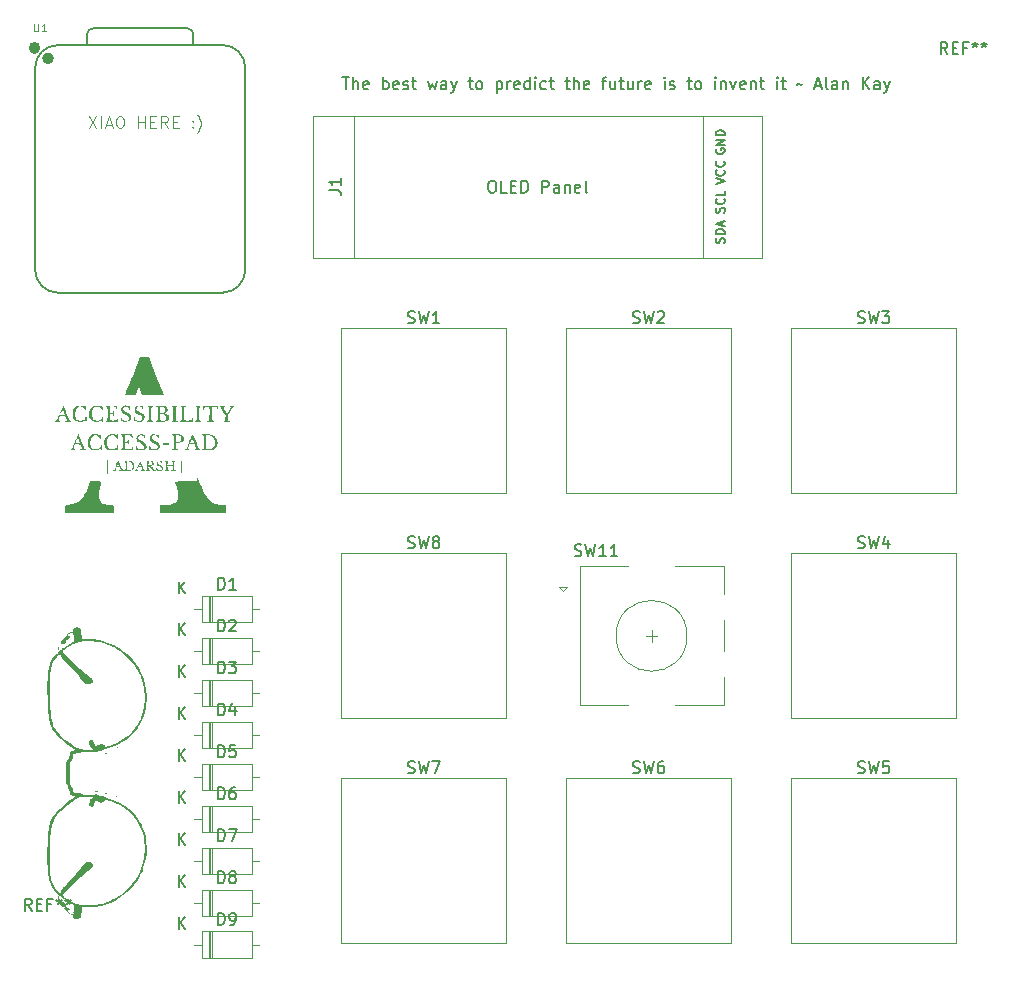
<source format=gbr>
%TF.GenerationSoftware,KiCad,Pcbnew,9.0.2*%
%TF.CreationDate,2025-07-10T19:44:47-04:00*%
%TF.ProjectId,AAPad_pcb,41415061-645f-4706-9362-2e6b69636164,rev?*%
%TF.SameCoordinates,Original*%
%TF.FileFunction,Legend,Top*%
%TF.FilePolarity,Positive*%
%FSLAX46Y46*%
G04 Gerber Fmt 4.6, Leading zero omitted, Abs format (unit mm)*
G04 Created by KiCad (PCBNEW 9.0.2) date 2025-07-10 19:44:47*
%MOMM*%
%LPD*%
G01*
G04 APERTURE LIST*
%ADD10C,0.150000*%
%ADD11C,0.100000*%
%ADD12C,0.101600*%
%ADD13C,0.120000*%
%ADD14C,0.000000*%
%ADD15C,0.040000*%
%ADD16C,0.127000*%
%ADD17C,0.504000*%
G04 APERTURE END LIST*
D10*
X85992449Y-38438992D02*
X86563877Y-38438992D01*
X86278163Y-39438992D02*
X86278163Y-38438992D01*
X86897211Y-39438992D02*
X86897211Y-38438992D01*
X87325782Y-39438992D02*
X87325782Y-38915182D01*
X87325782Y-38915182D02*
X87278163Y-38819944D01*
X87278163Y-38819944D02*
X87182925Y-38772325D01*
X87182925Y-38772325D02*
X87040068Y-38772325D01*
X87040068Y-38772325D02*
X86944830Y-38819944D01*
X86944830Y-38819944D02*
X86897211Y-38867563D01*
X88182925Y-39391373D02*
X88087687Y-39438992D01*
X88087687Y-39438992D02*
X87897211Y-39438992D01*
X87897211Y-39438992D02*
X87801973Y-39391373D01*
X87801973Y-39391373D02*
X87754354Y-39296134D01*
X87754354Y-39296134D02*
X87754354Y-38915182D01*
X87754354Y-38915182D02*
X87801973Y-38819944D01*
X87801973Y-38819944D02*
X87897211Y-38772325D01*
X87897211Y-38772325D02*
X88087687Y-38772325D01*
X88087687Y-38772325D02*
X88182925Y-38819944D01*
X88182925Y-38819944D02*
X88230544Y-38915182D01*
X88230544Y-38915182D02*
X88230544Y-39010420D01*
X88230544Y-39010420D02*
X87754354Y-39105658D01*
X89421021Y-39438992D02*
X89421021Y-38438992D01*
X89421021Y-38819944D02*
X89516259Y-38772325D01*
X89516259Y-38772325D02*
X89706735Y-38772325D01*
X89706735Y-38772325D02*
X89801973Y-38819944D01*
X89801973Y-38819944D02*
X89849592Y-38867563D01*
X89849592Y-38867563D02*
X89897211Y-38962801D01*
X89897211Y-38962801D02*
X89897211Y-39248515D01*
X89897211Y-39248515D02*
X89849592Y-39343753D01*
X89849592Y-39343753D02*
X89801973Y-39391373D01*
X89801973Y-39391373D02*
X89706735Y-39438992D01*
X89706735Y-39438992D02*
X89516259Y-39438992D01*
X89516259Y-39438992D02*
X89421021Y-39391373D01*
X90706735Y-39391373D02*
X90611497Y-39438992D01*
X90611497Y-39438992D02*
X90421021Y-39438992D01*
X90421021Y-39438992D02*
X90325783Y-39391373D01*
X90325783Y-39391373D02*
X90278164Y-39296134D01*
X90278164Y-39296134D02*
X90278164Y-38915182D01*
X90278164Y-38915182D02*
X90325783Y-38819944D01*
X90325783Y-38819944D02*
X90421021Y-38772325D01*
X90421021Y-38772325D02*
X90611497Y-38772325D01*
X90611497Y-38772325D02*
X90706735Y-38819944D01*
X90706735Y-38819944D02*
X90754354Y-38915182D01*
X90754354Y-38915182D02*
X90754354Y-39010420D01*
X90754354Y-39010420D02*
X90278164Y-39105658D01*
X91135307Y-39391373D02*
X91230545Y-39438992D01*
X91230545Y-39438992D02*
X91421021Y-39438992D01*
X91421021Y-39438992D02*
X91516259Y-39391373D01*
X91516259Y-39391373D02*
X91563878Y-39296134D01*
X91563878Y-39296134D02*
X91563878Y-39248515D01*
X91563878Y-39248515D02*
X91516259Y-39153277D01*
X91516259Y-39153277D02*
X91421021Y-39105658D01*
X91421021Y-39105658D02*
X91278164Y-39105658D01*
X91278164Y-39105658D02*
X91182926Y-39058039D01*
X91182926Y-39058039D02*
X91135307Y-38962801D01*
X91135307Y-38962801D02*
X91135307Y-38915182D01*
X91135307Y-38915182D02*
X91182926Y-38819944D01*
X91182926Y-38819944D02*
X91278164Y-38772325D01*
X91278164Y-38772325D02*
X91421021Y-38772325D01*
X91421021Y-38772325D02*
X91516259Y-38819944D01*
X91849593Y-38772325D02*
X92230545Y-38772325D01*
X91992450Y-38438992D02*
X91992450Y-39296134D01*
X91992450Y-39296134D02*
X92040069Y-39391373D01*
X92040069Y-39391373D02*
X92135307Y-39438992D01*
X92135307Y-39438992D02*
X92230545Y-39438992D01*
X93230546Y-38772325D02*
X93421022Y-39438992D01*
X93421022Y-39438992D02*
X93611498Y-38962801D01*
X93611498Y-38962801D02*
X93801974Y-39438992D01*
X93801974Y-39438992D02*
X93992450Y-38772325D01*
X94801974Y-39438992D02*
X94801974Y-38915182D01*
X94801974Y-38915182D02*
X94754355Y-38819944D01*
X94754355Y-38819944D02*
X94659117Y-38772325D01*
X94659117Y-38772325D02*
X94468641Y-38772325D01*
X94468641Y-38772325D02*
X94373403Y-38819944D01*
X94801974Y-39391373D02*
X94706736Y-39438992D01*
X94706736Y-39438992D02*
X94468641Y-39438992D01*
X94468641Y-39438992D02*
X94373403Y-39391373D01*
X94373403Y-39391373D02*
X94325784Y-39296134D01*
X94325784Y-39296134D02*
X94325784Y-39200896D01*
X94325784Y-39200896D02*
X94373403Y-39105658D01*
X94373403Y-39105658D02*
X94468641Y-39058039D01*
X94468641Y-39058039D02*
X94706736Y-39058039D01*
X94706736Y-39058039D02*
X94801974Y-39010420D01*
X95182927Y-38772325D02*
X95421022Y-39438992D01*
X95659117Y-38772325D02*
X95421022Y-39438992D01*
X95421022Y-39438992D02*
X95325784Y-39677087D01*
X95325784Y-39677087D02*
X95278165Y-39724706D01*
X95278165Y-39724706D02*
X95182927Y-39772325D01*
X96659118Y-38772325D02*
X97040070Y-38772325D01*
X96801975Y-38438992D02*
X96801975Y-39296134D01*
X96801975Y-39296134D02*
X96849594Y-39391373D01*
X96849594Y-39391373D02*
X96944832Y-39438992D01*
X96944832Y-39438992D02*
X97040070Y-39438992D01*
X97516261Y-39438992D02*
X97421023Y-39391373D01*
X97421023Y-39391373D02*
X97373404Y-39343753D01*
X97373404Y-39343753D02*
X97325785Y-39248515D01*
X97325785Y-39248515D02*
X97325785Y-38962801D01*
X97325785Y-38962801D02*
X97373404Y-38867563D01*
X97373404Y-38867563D02*
X97421023Y-38819944D01*
X97421023Y-38819944D02*
X97516261Y-38772325D01*
X97516261Y-38772325D02*
X97659118Y-38772325D01*
X97659118Y-38772325D02*
X97754356Y-38819944D01*
X97754356Y-38819944D02*
X97801975Y-38867563D01*
X97801975Y-38867563D02*
X97849594Y-38962801D01*
X97849594Y-38962801D02*
X97849594Y-39248515D01*
X97849594Y-39248515D02*
X97801975Y-39343753D01*
X97801975Y-39343753D02*
X97754356Y-39391373D01*
X97754356Y-39391373D02*
X97659118Y-39438992D01*
X97659118Y-39438992D02*
X97516261Y-39438992D01*
X99040071Y-38772325D02*
X99040071Y-39772325D01*
X99040071Y-38819944D02*
X99135309Y-38772325D01*
X99135309Y-38772325D02*
X99325785Y-38772325D01*
X99325785Y-38772325D02*
X99421023Y-38819944D01*
X99421023Y-38819944D02*
X99468642Y-38867563D01*
X99468642Y-38867563D02*
X99516261Y-38962801D01*
X99516261Y-38962801D02*
X99516261Y-39248515D01*
X99516261Y-39248515D02*
X99468642Y-39343753D01*
X99468642Y-39343753D02*
X99421023Y-39391373D01*
X99421023Y-39391373D02*
X99325785Y-39438992D01*
X99325785Y-39438992D02*
X99135309Y-39438992D01*
X99135309Y-39438992D02*
X99040071Y-39391373D01*
X99944833Y-39438992D02*
X99944833Y-38772325D01*
X99944833Y-38962801D02*
X99992452Y-38867563D01*
X99992452Y-38867563D02*
X100040071Y-38819944D01*
X100040071Y-38819944D02*
X100135309Y-38772325D01*
X100135309Y-38772325D02*
X100230547Y-38772325D01*
X100944833Y-39391373D02*
X100849595Y-39438992D01*
X100849595Y-39438992D02*
X100659119Y-39438992D01*
X100659119Y-39438992D02*
X100563881Y-39391373D01*
X100563881Y-39391373D02*
X100516262Y-39296134D01*
X100516262Y-39296134D02*
X100516262Y-38915182D01*
X100516262Y-38915182D02*
X100563881Y-38819944D01*
X100563881Y-38819944D02*
X100659119Y-38772325D01*
X100659119Y-38772325D02*
X100849595Y-38772325D01*
X100849595Y-38772325D02*
X100944833Y-38819944D01*
X100944833Y-38819944D02*
X100992452Y-38915182D01*
X100992452Y-38915182D02*
X100992452Y-39010420D01*
X100992452Y-39010420D02*
X100516262Y-39105658D01*
X101849595Y-39438992D02*
X101849595Y-38438992D01*
X101849595Y-39391373D02*
X101754357Y-39438992D01*
X101754357Y-39438992D02*
X101563881Y-39438992D01*
X101563881Y-39438992D02*
X101468643Y-39391373D01*
X101468643Y-39391373D02*
X101421024Y-39343753D01*
X101421024Y-39343753D02*
X101373405Y-39248515D01*
X101373405Y-39248515D02*
X101373405Y-38962801D01*
X101373405Y-38962801D02*
X101421024Y-38867563D01*
X101421024Y-38867563D02*
X101468643Y-38819944D01*
X101468643Y-38819944D02*
X101563881Y-38772325D01*
X101563881Y-38772325D02*
X101754357Y-38772325D01*
X101754357Y-38772325D02*
X101849595Y-38819944D01*
X102325786Y-39438992D02*
X102325786Y-38772325D01*
X102325786Y-38438992D02*
X102278167Y-38486611D01*
X102278167Y-38486611D02*
X102325786Y-38534230D01*
X102325786Y-38534230D02*
X102373405Y-38486611D01*
X102373405Y-38486611D02*
X102325786Y-38438992D01*
X102325786Y-38438992D02*
X102325786Y-38534230D01*
X103230547Y-39391373D02*
X103135309Y-39438992D01*
X103135309Y-39438992D02*
X102944833Y-39438992D01*
X102944833Y-39438992D02*
X102849595Y-39391373D01*
X102849595Y-39391373D02*
X102801976Y-39343753D01*
X102801976Y-39343753D02*
X102754357Y-39248515D01*
X102754357Y-39248515D02*
X102754357Y-38962801D01*
X102754357Y-38962801D02*
X102801976Y-38867563D01*
X102801976Y-38867563D02*
X102849595Y-38819944D01*
X102849595Y-38819944D02*
X102944833Y-38772325D01*
X102944833Y-38772325D02*
X103135309Y-38772325D01*
X103135309Y-38772325D02*
X103230547Y-38819944D01*
X103516262Y-38772325D02*
X103897214Y-38772325D01*
X103659119Y-38438992D02*
X103659119Y-39296134D01*
X103659119Y-39296134D02*
X103706738Y-39391373D01*
X103706738Y-39391373D02*
X103801976Y-39438992D01*
X103801976Y-39438992D02*
X103897214Y-39438992D01*
X104849596Y-38772325D02*
X105230548Y-38772325D01*
X104992453Y-38438992D02*
X104992453Y-39296134D01*
X104992453Y-39296134D02*
X105040072Y-39391373D01*
X105040072Y-39391373D02*
X105135310Y-39438992D01*
X105135310Y-39438992D02*
X105230548Y-39438992D01*
X105563882Y-39438992D02*
X105563882Y-38438992D01*
X105992453Y-39438992D02*
X105992453Y-38915182D01*
X105992453Y-38915182D02*
X105944834Y-38819944D01*
X105944834Y-38819944D02*
X105849596Y-38772325D01*
X105849596Y-38772325D02*
X105706739Y-38772325D01*
X105706739Y-38772325D02*
X105611501Y-38819944D01*
X105611501Y-38819944D02*
X105563882Y-38867563D01*
X106849596Y-39391373D02*
X106754358Y-39438992D01*
X106754358Y-39438992D02*
X106563882Y-39438992D01*
X106563882Y-39438992D02*
X106468644Y-39391373D01*
X106468644Y-39391373D02*
X106421025Y-39296134D01*
X106421025Y-39296134D02*
X106421025Y-38915182D01*
X106421025Y-38915182D02*
X106468644Y-38819944D01*
X106468644Y-38819944D02*
X106563882Y-38772325D01*
X106563882Y-38772325D02*
X106754358Y-38772325D01*
X106754358Y-38772325D02*
X106849596Y-38819944D01*
X106849596Y-38819944D02*
X106897215Y-38915182D01*
X106897215Y-38915182D02*
X106897215Y-39010420D01*
X106897215Y-39010420D02*
X106421025Y-39105658D01*
X107944835Y-38772325D02*
X108325787Y-38772325D01*
X108087692Y-39438992D02*
X108087692Y-38581849D01*
X108087692Y-38581849D02*
X108135311Y-38486611D01*
X108135311Y-38486611D02*
X108230549Y-38438992D01*
X108230549Y-38438992D02*
X108325787Y-38438992D01*
X109087692Y-38772325D02*
X109087692Y-39438992D01*
X108659121Y-38772325D02*
X108659121Y-39296134D01*
X108659121Y-39296134D02*
X108706740Y-39391373D01*
X108706740Y-39391373D02*
X108801978Y-39438992D01*
X108801978Y-39438992D02*
X108944835Y-39438992D01*
X108944835Y-39438992D02*
X109040073Y-39391373D01*
X109040073Y-39391373D02*
X109087692Y-39343753D01*
X109421026Y-38772325D02*
X109801978Y-38772325D01*
X109563883Y-38438992D02*
X109563883Y-39296134D01*
X109563883Y-39296134D02*
X109611502Y-39391373D01*
X109611502Y-39391373D02*
X109706740Y-39438992D01*
X109706740Y-39438992D02*
X109801978Y-39438992D01*
X110563883Y-38772325D02*
X110563883Y-39438992D01*
X110135312Y-38772325D02*
X110135312Y-39296134D01*
X110135312Y-39296134D02*
X110182931Y-39391373D01*
X110182931Y-39391373D02*
X110278169Y-39438992D01*
X110278169Y-39438992D02*
X110421026Y-39438992D01*
X110421026Y-39438992D02*
X110516264Y-39391373D01*
X110516264Y-39391373D02*
X110563883Y-39343753D01*
X111040074Y-39438992D02*
X111040074Y-38772325D01*
X111040074Y-38962801D02*
X111087693Y-38867563D01*
X111087693Y-38867563D02*
X111135312Y-38819944D01*
X111135312Y-38819944D02*
X111230550Y-38772325D01*
X111230550Y-38772325D02*
X111325788Y-38772325D01*
X112040074Y-39391373D02*
X111944836Y-39438992D01*
X111944836Y-39438992D02*
X111754360Y-39438992D01*
X111754360Y-39438992D02*
X111659122Y-39391373D01*
X111659122Y-39391373D02*
X111611503Y-39296134D01*
X111611503Y-39296134D02*
X111611503Y-38915182D01*
X111611503Y-38915182D02*
X111659122Y-38819944D01*
X111659122Y-38819944D02*
X111754360Y-38772325D01*
X111754360Y-38772325D02*
X111944836Y-38772325D01*
X111944836Y-38772325D02*
X112040074Y-38819944D01*
X112040074Y-38819944D02*
X112087693Y-38915182D01*
X112087693Y-38915182D02*
X112087693Y-39010420D01*
X112087693Y-39010420D02*
X111611503Y-39105658D01*
X113278170Y-39438992D02*
X113278170Y-38772325D01*
X113278170Y-38438992D02*
X113230551Y-38486611D01*
X113230551Y-38486611D02*
X113278170Y-38534230D01*
X113278170Y-38534230D02*
X113325789Y-38486611D01*
X113325789Y-38486611D02*
X113278170Y-38438992D01*
X113278170Y-38438992D02*
X113278170Y-38534230D01*
X113706741Y-39391373D02*
X113801979Y-39438992D01*
X113801979Y-39438992D02*
X113992455Y-39438992D01*
X113992455Y-39438992D02*
X114087693Y-39391373D01*
X114087693Y-39391373D02*
X114135312Y-39296134D01*
X114135312Y-39296134D02*
X114135312Y-39248515D01*
X114135312Y-39248515D02*
X114087693Y-39153277D01*
X114087693Y-39153277D02*
X113992455Y-39105658D01*
X113992455Y-39105658D02*
X113849598Y-39105658D01*
X113849598Y-39105658D02*
X113754360Y-39058039D01*
X113754360Y-39058039D02*
X113706741Y-38962801D01*
X113706741Y-38962801D02*
X113706741Y-38915182D01*
X113706741Y-38915182D02*
X113754360Y-38819944D01*
X113754360Y-38819944D02*
X113849598Y-38772325D01*
X113849598Y-38772325D02*
X113992455Y-38772325D01*
X113992455Y-38772325D02*
X114087693Y-38819944D01*
X115182932Y-38772325D02*
X115563884Y-38772325D01*
X115325789Y-38438992D02*
X115325789Y-39296134D01*
X115325789Y-39296134D02*
X115373408Y-39391373D01*
X115373408Y-39391373D02*
X115468646Y-39438992D01*
X115468646Y-39438992D02*
X115563884Y-39438992D01*
X116040075Y-39438992D02*
X115944837Y-39391373D01*
X115944837Y-39391373D02*
X115897218Y-39343753D01*
X115897218Y-39343753D02*
X115849599Y-39248515D01*
X115849599Y-39248515D02*
X115849599Y-38962801D01*
X115849599Y-38962801D02*
X115897218Y-38867563D01*
X115897218Y-38867563D02*
X115944837Y-38819944D01*
X115944837Y-38819944D02*
X116040075Y-38772325D01*
X116040075Y-38772325D02*
X116182932Y-38772325D01*
X116182932Y-38772325D02*
X116278170Y-38819944D01*
X116278170Y-38819944D02*
X116325789Y-38867563D01*
X116325789Y-38867563D02*
X116373408Y-38962801D01*
X116373408Y-38962801D02*
X116373408Y-39248515D01*
X116373408Y-39248515D02*
X116325789Y-39343753D01*
X116325789Y-39343753D02*
X116278170Y-39391373D01*
X116278170Y-39391373D02*
X116182932Y-39438992D01*
X116182932Y-39438992D02*
X116040075Y-39438992D01*
X117563885Y-39438992D02*
X117563885Y-38772325D01*
X117563885Y-38438992D02*
X117516266Y-38486611D01*
X117516266Y-38486611D02*
X117563885Y-38534230D01*
X117563885Y-38534230D02*
X117611504Y-38486611D01*
X117611504Y-38486611D02*
X117563885Y-38438992D01*
X117563885Y-38438992D02*
X117563885Y-38534230D01*
X118040075Y-38772325D02*
X118040075Y-39438992D01*
X118040075Y-38867563D02*
X118087694Y-38819944D01*
X118087694Y-38819944D02*
X118182932Y-38772325D01*
X118182932Y-38772325D02*
X118325789Y-38772325D01*
X118325789Y-38772325D02*
X118421027Y-38819944D01*
X118421027Y-38819944D02*
X118468646Y-38915182D01*
X118468646Y-38915182D02*
X118468646Y-39438992D01*
X118849599Y-38772325D02*
X119087694Y-39438992D01*
X119087694Y-39438992D02*
X119325789Y-38772325D01*
X120087694Y-39391373D02*
X119992456Y-39438992D01*
X119992456Y-39438992D02*
X119801980Y-39438992D01*
X119801980Y-39438992D02*
X119706742Y-39391373D01*
X119706742Y-39391373D02*
X119659123Y-39296134D01*
X119659123Y-39296134D02*
X119659123Y-38915182D01*
X119659123Y-38915182D02*
X119706742Y-38819944D01*
X119706742Y-38819944D02*
X119801980Y-38772325D01*
X119801980Y-38772325D02*
X119992456Y-38772325D01*
X119992456Y-38772325D02*
X120087694Y-38819944D01*
X120087694Y-38819944D02*
X120135313Y-38915182D01*
X120135313Y-38915182D02*
X120135313Y-39010420D01*
X120135313Y-39010420D02*
X119659123Y-39105658D01*
X120563885Y-38772325D02*
X120563885Y-39438992D01*
X120563885Y-38867563D02*
X120611504Y-38819944D01*
X120611504Y-38819944D02*
X120706742Y-38772325D01*
X120706742Y-38772325D02*
X120849599Y-38772325D01*
X120849599Y-38772325D02*
X120944837Y-38819944D01*
X120944837Y-38819944D02*
X120992456Y-38915182D01*
X120992456Y-38915182D02*
X120992456Y-39438992D01*
X121325790Y-38772325D02*
X121706742Y-38772325D01*
X121468647Y-38438992D02*
X121468647Y-39296134D01*
X121468647Y-39296134D02*
X121516266Y-39391373D01*
X121516266Y-39391373D02*
X121611504Y-39438992D01*
X121611504Y-39438992D02*
X121706742Y-39438992D01*
X122801981Y-39438992D02*
X122801981Y-38772325D01*
X122801981Y-38438992D02*
X122754362Y-38486611D01*
X122754362Y-38486611D02*
X122801981Y-38534230D01*
X122801981Y-38534230D02*
X122849600Y-38486611D01*
X122849600Y-38486611D02*
X122801981Y-38438992D01*
X122801981Y-38438992D02*
X122801981Y-38534230D01*
X123135314Y-38772325D02*
X123516266Y-38772325D01*
X123278171Y-38438992D02*
X123278171Y-39296134D01*
X123278171Y-39296134D02*
X123325790Y-39391373D01*
X123325790Y-39391373D02*
X123421028Y-39438992D01*
X123421028Y-39438992D02*
X123516266Y-39438992D01*
X124468648Y-39058039D02*
X124516267Y-39010420D01*
X124516267Y-39010420D02*
X124611505Y-38962801D01*
X124611505Y-38962801D02*
X124801981Y-39058039D01*
X124801981Y-39058039D02*
X124897219Y-39010420D01*
X124897219Y-39010420D02*
X124944838Y-38962801D01*
X126040077Y-39153277D02*
X126516267Y-39153277D01*
X125944839Y-39438992D02*
X126278172Y-38438992D01*
X126278172Y-38438992D02*
X126611505Y-39438992D01*
X127087696Y-39438992D02*
X126992458Y-39391373D01*
X126992458Y-39391373D02*
X126944839Y-39296134D01*
X126944839Y-39296134D02*
X126944839Y-38438992D01*
X127897220Y-39438992D02*
X127897220Y-38915182D01*
X127897220Y-38915182D02*
X127849601Y-38819944D01*
X127849601Y-38819944D02*
X127754363Y-38772325D01*
X127754363Y-38772325D02*
X127563887Y-38772325D01*
X127563887Y-38772325D02*
X127468649Y-38819944D01*
X127897220Y-39391373D02*
X127801982Y-39438992D01*
X127801982Y-39438992D02*
X127563887Y-39438992D01*
X127563887Y-39438992D02*
X127468649Y-39391373D01*
X127468649Y-39391373D02*
X127421030Y-39296134D01*
X127421030Y-39296134D02*
X127421030Y-39200896D01*
X127421030Y-39200896D02*
X127468649Y-39105658D01*
X127468649Y-39105658D02*
X127563887Y-39058039D01*
X127563887Y-39058039D02*
X127801982Y-39058039D01*
X127801982Y-39058039D02*
X127897220Y-39010420D01*
X128373411Y-38772325D02*
X128373411Y-39438992D01*
X128373411Y-38867563D02*
X128421030Y-38819944D01*
X128421030Y-38819944D02*
X128516268Y-38772325D01*
X128516268Y-38772325D02*
X128659125Y-38772325D01*
X128659125Y-38772325D02*
X128754363Y-38819944D01*
X128754363Y-38819944D02*
X128801982Y-38915182D01*
X128801982Y-38915182D02*
X128801982Y-39438992D01*
X130040078Y-39438992D02*
X130040078Y-38438992D01*
X130611506Y-39438992D02*
X130182935Y-38867563D01*
X130611506Y-38438992D02*
X130040078Y-39010420D01*
X131468649Y-39438992D02*
X131468649Y-38915182D01*
X131468649Y-38915182D02*
X131421030Y-38819944D01*
X131421030Y-38819944D02*
X131325792Y-38772325D01*
X131325792Y-38772325D02*
X131135316Y-38772325D01*
X131135316Y-38772325D02*
X131040078Y-38819944D01*
X131468649Y-39391373D02*
X131373411Y-39438992D01*
X131373411Y-39438992D02*
X131135316Y-39438992D01*
X131135316Y-39438992D02*
X131040078Y-39391373D01*
X131040078Y-39391373D02*
X130992459Y-39296134D01*
X130992459Y-39296134D02*
X130992459Y-39200896D01*
X130992459Y-39200896D02*
X131040078Y-39105658D01*
X131040078Y-39105658D02*
X131135316Y-39058039D01*
X131135316Y-39058039D02*
X131373411Y-39058039D01*
X131373411Y-39058039D02*
X131468649Y-39010420D01*
X131849602Y-38772325D02*
X132087697Y-39438992D01*
X132325792Y-38772325D02*
X132087697Y-39438992D01*
X132087697Y-39438992D02*
X131992459Y-39677087D01*
X131992459Y-39677087D02*
X131944840Y-39724706D01*
X131944840Y-39724706D02*
X131849602Y-39772325D01*
D11*
X64502396Y-41734919D02*
X65169062Y-42734919D01*
X65169062Y-41734919D02*
X64502396Y-42734919D01*
X65550015Y-42734919D02*
X65550015Y-41734919D01*
X65978586Y-42449204D02*
X66454776Y-42449204D01*
X65883348Y-42734919D02*
X66216681Y-41734919D01*
X66216681Y-41734919D02*
X66550014Y-42734919D01*
X67073824Y-41734919D02*
X67264300Y-41734919D01*
X67264300Y-41734919D02*
X67359538Y-41782538D01*
X67359538Y-41782538D02*
X67454776Y-41877776D01*
X67454776Y-41877776D02*
X67502395Y-42068252D01*
X67502395Y-42068252D02*
X67502395Y-42401585D01*
X67502395Y-42401585D02*
X67454776Y-42592061D01*
X67454776Y-42592061D02*
X67359538Y-42687300D01*
X67359538Y-42687300D02*
X67264300Y-42734919D01*
X67264300Y-42734919D02*
X67073824Y-42734919D01*
X67073824Y-42734919D02*
X66978586Y-42687300D01*
X66978586Y-42687300D02*
X66883348Y-42592061D01*
X66883348Y-42592061D02*
X66835729Y-42401585D01*
X66835729Y-42401585D02*
X66835729Y-42068252D01*
X66835729Y-42068252D02*
X66883348Y-41877776D01*
X66883348Y-41877776D02*
X66978586Y-41782538D01*
X66978586Y-41782538D02*
X67073824Y-41734919D01*
X68692872Y-42734919D02*
X68692872Y-41734919D01*
X68692872Y-42211109D02*
X69264300Y-42211109D01*
X69264300Y-42734919D02*
X69264300Y-41734919D01*
X69740491Y-42211109D02*
X70073824Y-42211109D01*
X70216681Y-42734919D02*
X69740491Y-42734919D01*
X69740491Y-42734919D02*
X69740491Y-41734919D01*
X69740491Y-41734919D02*
X70216681Y-41734919D01*
X71216681Y-42734919D02*
X70883348Y-42258728D01*
X70645253Y-42734919D02*
X70645253Y-41734919D01*
X70645253Y-41734919D02*
X71026205Y-41734919D01*
X71026205Y-41734919D02*
X71121443Y-41782538D01*
X71121443Y-41782538D02*
X71169062Y-41830157D01*
X71169062Y-41830157D02*
X71216681Y-41925395D01*
X71216681Y-41925395D02*
X71216681Y-42068252D01*
X71216681Y-42068252D02*
X71169062Y-42163490D01*
X71169062Y-42163490D02*
X71121443Y-42211109D01*
X71121443Y-42211109D02*
X71026205Y-42258728D01*
X71026205Y-42258728D02*
X70645253Y-42258728D01*
X71645253Y-42211109D02*
X71978586Y-42211109D01*
X72121443Y-42734919D02*
X71645253Y-42734919D01*
X71645253Y-42734919D02*
X71645253Y-41734919D01*
X71645253Y-41734919D02*
X72121443Y-41734919D01*
X73311920Y-42639680D02*
X73359539Y-42687300D01*
X73359539Y-42687300D02*
X73311920Y-42734919D01*
X73311920Y-42734919D02*
X73264301Y-42687300D01*
X73264301Y-42687300D02*
X73311920Y-42639680D01*
X73311920Y-42639680D02*
X73311920Y-42734919D01*
X73311920Y-42115871D02*
X73359539Y-42163490D01*
X73359539Y-42163490D02*
X73311920Y-42211109D01*
X73311920Y-42211109D02*
X73264301Y-42163490D01*
X73264301Y-42163490D02*
X73311920Y-42115871D01*
X73311920Y-42115871D02*
X73311920Y-42211109D01*
X73692872Y-43115871D02*
X73740491Y-43068252D01*
X73740491Y-43068252D02*
X73835729Y-42925395D01*
X73835729Y-42925395D02*
X73883348Y-42830157D01*
X73883348Y-42830157D02*
X73930967Y-42687300D01*
X73930967Y-42687300D02*
X73978586Y-42449204D01*
X73978586Y-42449204D02*
X73978586Y-42258728D01*
X73978586Y-42258728D02*
X73930967Y-42020633D01*
X73930967Y-42020633D02*
X73883348Y-41877776D01*
X73883348Y-41877776D02*
X73835729Y-41782538D01*
X73835729Y-41782538D02*
X73740491Y-41639680D01*
X73740491Y-41639680D02*
X73692872Y-41592061D01*
D10*
X137219502Y-36455816D02*
X136886169Y-35979625D01*
X136648074Y-36455816D02*
X136648074Y-35455816D01*
X136648074Y-35455816D02*
X137029026Y-35455816D01*
X137029026Y-35455816D02*
X137124264Y-35503435D01*
X137124264Y-35503435D02*
X137171883Y-35551054D01*
X137171883Y-35551054D02*
X137219502Y-35646292D01*
X137219502Y-35646292D02*
X137219502Y-35789149D01*
X137219502Y-35789149D02*
X137171883Y-35884387D01*
X137171883Y-35884387D02*
X137124264Y-35932006D01*
X137124264Y-35932006D02*
X137029026Y-35979625D01*
X137029026Y-35979625D02*
X136648074Y-35979625D01*
X137648074Y-35932006D02*
X137981407Y-35932006D01*
X138124264Y-36455816D02*
X137648074Y-36455816D01*
X137648074Y-36455816D02*
X137648074Y-35455816D01*
X137648074Y-35455816D02*
X138124264Y-35455816D01*
X138886169Y-35932006D02*
X138552836Y-35932006D01*
X138552836Y-36455816D02*
X138552836Y-35455816D01*
X138552836Y-35455816D02*
X139029026Y-35455816D01*
X139552836Y-35455816D02*
X139552836Y-35693911D01*
X139314741Y-35598673D02*
X139552836Y-35693911D01*
X139552836Y-35693911D02*
X139790931Y-35598673D01*
X139409979Y-35884387D02*
X139552836Y-35693911D01*
X139552836Y-35693911D02*
X139695693Y-35884387D01*
X140314741Y-35455816D02*
X140314741Y-35693911D01*
X140076646Y-35598673D02*
X140314741Y-35693911D01*
X140314741Y-35693911D02*
X140552836Y-35598673D01*
X140171884Y-35884387D02*
X140314741Y-35693911D01*
X140314741Y-35693911D02*
X140457598Y-35884387D01*
X59689429Y-108990431D02*
X59356096Y-108514240D01*
X59118001Y-108990431D02*
X59118001Y-107990431D01*
X59118001Y-107990431D02*
X59498953Y-107990431D01*
X59498953Y-107990431D02*
X59594191Y-108038050D01*
X59594191Y-108038050D02*
X59641810Y-108085669D01*
X59641810Y-108085669D02*
X59689429Y-108180907D01*
X59689429Y-108180907D02*
X59689429Y-108323764D01*
X59689429Y-108323764D02*
X59641810Y-108419002D01*
X59641810Y-108419002D02*
X59594191Y-108466621D01*
X59594191Y-108466621D02*
X59498953Y-108514240D01*
X59498953Y-108514240D02*
X59118001Y-108514240D01*
X60118001Y-108466621D02*
X60451334Y-108466621D01*
X60594191Y-108990431D02*
X60118001Y-108990431D01*
X60118001Y-108990431D02*
X60118001Y-107990431D01*
X60118001Y-107990431D02*
X60594191Y-107990431D01*
X61356096Y-108466621D02*
X61022763Y-108466621D01*
X61022763Y-108990431D02*
X61022763Y-107990431D01*
X61022763Y-107990431D02*
X61498953Y-107990431D01*
X62022763Y-107990431D02*
X62022763Y-108228526D01*
X61784668Y-108133288D02*
X62022763Y-108228526D01*
X62022763Y-108228526D02*
X62260858Y-108133288D01*
X61879906Y-108419002D02*
X62022763Y-108228526D01*
X62022763Y-108228526D02*
X62165620Y-108419002D01*
X62784668Y-107990431D02*
X62784668Y-108228526D01*
X62546573Y-108133288D02*
X62784668Y-108228526D01*
X62784668Y-108228526D02*
X63022763Y-108133288D01*
X62641811Y-108419002D02*
X62784668Y-108228526D01*
X62784668Y-108228526D02*
X62927525Y-108419002D01*
X75461905Y-106659819D02*
X75461905Y-105659819D01*
X75461905Y-105659819D02*
X75700000Y-105659819D01*
X75700000Y-105659819D02*
X75842857Y-105707438D01*
X75842857Y-105707438D02*
X75938095Y-105802676D01*
X75938095Y-105802676D02*
X75985714Y-105897914D01*
X75985714Y-105897914D02*
X76033333Y-106088390D01*
X76033333Y-106088390D02*
X76033333Y-106231247D01*
X76033333Y-106231247D02*
X75985714Y-106421723D01*
X75985714Y-106421723D02*
X75938095Y-106516961D01*
X75938095Y-106516961D02*
X75842857Y-106612200D01*
X75842857Y-106612200D02*
X75700000Y-106659819D01*
X75700000Y-106659819D02*
X75461905Y-106659819D01*
X76604762Y-106088390D02*
X76509524Y-106040771D01*
X76509524Y-106040771D02*
X76461905Y-105993152D01*
X76461905Y-105993152D02*
X76414286Y-105897914D01*
X76414286Y-105897914D02*
X76414286Y-105850295D01*
X76414286Y-105850295D02*
X76461905Y-105755057D01*
X76461905Y-105755057D02*
X76509524Y-105707438D01*
X76509524Y-105707438D02*
X76604762Y-105659819D01*
X76604762Y-105659819D02*
X76795238Y-105659819D01*
X76795238Y-105659819D02*
X76890476Y-105707438D01*
X76890476Y-105707438D02*
X76938095Y-105755057D01*
X76938095Y-105755057D02*
X76985714Y-105850295D01*
X76985714Y-105850295D02*
X76985714Y-105897914D01*
X76985714Y-105897914D02*
X76938095Y-105993152D01*
X76938095Y-105993152D02*
X76890476Y-106040771D01*
X76890476Y-106040771D02*
X76795238Y-106088390D01*
X76795238Y-106088390D02*
X76604762Y-106088390D01*
X76604762Y-106088390D02*
X76509524Y-106136009D01*
X76509524Y-106136009D02*
X76461905Y-106183628D01*
X76461905Y-106183628D02*
X76414286Y-106278866D01*
X76414286Y-106278866D02*
X76414286Y-106469342D01*
X76414286Y-106469342D02*
X76461905Y-106564580D01*
X76461905Y-106564580D02*
X76509524Y-106612200D01*
X76509524Y-106612200D02*
X76604762Y-106659819D01*
X76604762Y-106659819D02*
X76795238Y-106659819D01*
X76795238Y-106659819D02*
X76890476Y-106612200D01*
X76890476Y-106612200D02*
X76938095Y-106564580D01*
X76938095Y-106564580D02*
X76985714Y-106469342D01*
X76985714Y-106469342D02*
X76985714Y-106278866D01*
X76985714Y-106278866D02*
X76938095Y-106183628D01*
X76938095Y-106183628D02*
X76890476Y-106136009D01*
X76890476Y-106136009D02*
X76795238Y-106088390D01*
X72128095Y-106979819D02*
X72128095Y-105979819D01*
X72699523Y-106979819D02*
X72270952Y-106408390D01*
X72699523Y-105979819D02*
X72128095Y-106551247D01*
X110585467Y-59208200D02*
X110728324Y-59255819D01*
X110728324Y-59255819D02*
X110966419Y-59255819D01*
X110966419Y-59255819D02*
X111061657Y-59208200D01*
X111061657Y-59208200D02*
X111109276Y-59160580D01*
X111109276Y-59160580D02*
X111156895Y-59065342D01*
X111156895Y-59065342D02*
X111156895Y-58970104D01*
X111156895Y-58970104D02*
X111109276Y-58874866D01*
X111109276Y-58874866D02*
X111061657Y-58827247D01*
X111061657Y-58827247D02*
X110966419Y-58779628D01*
X110966419Y-58779628D02*
X110775943Y-58732009D01*
X110775943Y-58732009D02*
X110680705Y-58684390D01*
X110680705Y-58684390D02*
X110633086Y-58636771D01*
X110633086Y-58636771D02*
X110585467Y-58541533D01*
X110585467Y-58541533D02*
X110585467Y-58446295D01*
X110585467Y-58446295D02*
X110633086Y-58351057D01*
X110633086Y-58351057D02*
X110680705Y-58303438D01*
X110680705Y-58303438D02*
X110775943Y-58255819D01*
X110775943Y-58255819D02*
X111014038Y-58255819D01*
X111014038Y-58255819D02*
X111156895Y-58303438D01*
X111490229Y-58255819D02*
X111728324Y-59255819D01*
X111728324Y-59255819D02*
X111918800Y-58541533D01*
X111918800Y-58541533D02*
X112109276Y-59255819D01*
X112109276Y-59255819D02*
X112347372Y-58255819D01*
X112680705Y-58351057D02*
X112728324Y-58303438D01*
X112728324Y-58303438D02*
X112823562Y-58255819D01*
X112823562Y-58255819D02*
X113061657Y-58255819D01*
X113061657Y-58255819D02*
X113156895Y-58303438D01*
X113156895Y-58303438D02*
X113204514Y-58351057D01*
X113204514Y-58351057D02*
X113252133Y-58446295D01*
X113252133Y-58446295D02*
X113252133Y-58541533D01*
X113252133Y-58541533D02*
X113204514Y-58684390D01*
X113204514Y-58684390D02*
X112633086Y-59255819D01*
X112633086Y-59255819D02*
X113252133Y-59255819D01*
X75461905Y-81809819D02*
X75461905Y-80809819D01*
X75461905Y-80809819D02*
X75700000Y-80809819D01*
X75700000Y-80809819D02*
X75842857Y-80857438D01*
X75842857Y-80857438D02*
X75938095Y-80952676D01*
X75938095Y-80952676D02*
X75985714Y-81047914D01*
X75985714Y-81047914D02*
X76033333Y-81238390D01*
X76033333Y-81238390D02*
X76033333Y-81381247D01*
X76033333Y-81381247D02*
X75985714Y-81571723D01*
X75985714Y-81571723D02*
X75938095Y-81666961D01*
X75938095Y-81666961D02*
X75842857Y-81762200D01*
X75842857Y-81762200D02*
X75700000Y-81809819D01*
X75700000Y-81809819D02*
X75461905Y-81809819D01*
X76985714Y-81809819D02*
X76414286Y-81809819D01*
X76700000Y-81809819D02*
X76700000Y-80809819D01*
X76700000Y-80809819D02*
X76604762Y-80952676D01*
X76604762Y-80952676D02*
X76509524Y-81047914D01*
X76509524Y-81047914D02*
X76414286Y-81095533D01*
X72128095Y-82129819D02*
X72128095Y-81129819D01*
X72699523Y-82129819D02*
X72270952Y-81558390D01*
X72699523Y-81129819D02*
X72128095Y-81701247D01*
X75461905Y-96009819D02*
X75461905Y-95009819D01*
X75461905Y-95009819D02*
X75700000Y-95009819D01*
X75700000Y-95009819D02*
X75842857Y-95057438D01*
X75842857Y-95057438D02*
X75938095Y-95152676D01*
X75938095Y-95152676D02*
X75985714Y-95247914D01*
X75985714Y-95247914D02*
X76033333Y-95438390D01*
X76033333Y-95438390D02*
X76033333Y-95581247D01*
X76033333Y-95581247D02*
X75985714Y-95771723D01*
X75985714Y-95771723D02*
X75938095Y-95866961D01*
X75938095Y-95866961D02*
X75842857Y-95962200D01*
X75842857Y-95962200D02*
X75700000Y-96009819D01*
X75700000Y-96009819D02*
X75461905Y-96009819D01*
X76938095Y-95009819D02*
X76461905Y-95009819D01*
X76461905Y-95009819D02*
X76414286Y-95486009D01*
X76414286Y-95486009D02*
X76461905Y-95438390D01*
X76461905Y-95438390D02*
X76557143Y-95390771D01*
X76557143Y-95390771D02*
X76795238Y-95390771D01*
X76795238Y-95390771D02*
X76890476Y-95438390D01*
X76890476Y-95438390D02*
X76938095Y-95486009D01*
X76938095Y-95486009D02*
X76985714Y-95581247D01*
X76985714Y-95581247D02*
X76985714Y-95819342D01*
X76985714Y-95819342D02*
X76938095Y-95914580D01*
X76938095Y-95914580D02*
X76890476Y-95962200D01*
X76890476Y-95962200D02*
X76795238Y-96009819D01*
X76795238Y-96009819D02*
X76557143Y-96009819D01*
X76557143Y-96009819D02*
X76461905Y-95962200D01*
X76461905Y-95962200D02*
X76414286Y-95914580D01*
X72128095Y-96329819D02*
X72128095Y-95329819D01*
X72699523Y-96329819D02*
X72270952Y-95758390D01*
X72699523Y-95329819D02*
X72128095Y-95901247D01*
X75461905Y-88909819D02*
X75461905Y-87909819D01*
X75461905Y-87909819D02*
X75700000Y-87909819D01*
X75700000Y-87909819D02*
X75842857Y-87957438D01*
X75842857Y-87957438D02*
X75938095Y-88052676D01*
X75938095Y-88052676D02*
X75985714Y-88147914D01*
X75985714Y-88147914D02*
X76033333Y-88338390D01*
X76033333Y-88338390D02*
X76033333Y-88481247D01*
X76033333Y-88481247D02*
X75985714Y-88671723D01*
X75985714Y-88671723D02*
X75938095Y-88766961D01*
X75938095Y-88766961D02*
X75842857Y-88862200D01*
X75842857Y-88862200D02*
X75700000Y-88909819D01*
X75700000Y-88909819D02*
X75461905Y-88909819D01*
X76366667Y-87909819D02*
X76985714Y-87909819D01*
X76985714Y-87909819D02*
X76652381Y-88290771D01*
X76652381Y-88290771D02*
X76795238Y-88290771D01*
X76795238Y-88290771D02*
X76890476Y-88338390D01*
X76890476Y-88338390D02*
X76938095Y-88386009D01*
X76938095Y-88386009D02*
X76985714Y-88481247D01*
X76985714Y-88481247D02*
X76985714Y-88719342D01*
X76985714Y-88719342D02*
X76938095Y-88814580D01*
X76938095Y-88814580D02*
X76890476Y-88862200D01*
X76890476Y-88862200D02*
X76795238Y-88909819D01*
X76795238Y-88909819D02*
X76509524Y-88909819D01*
X76509524Y-88909819D02*
X76414286Y-88862200D01*
X76414286Y-88862200D02*
X76366667Y-88814580D01*
X72128095Y-89229819D02*
X72128095Y-88229819D01*
X72699523Y-89229819D02*
X72270952Y-88658390D01*
X72699523Y-88229819D02*
X72128095Y-88801247D01*
X75461905Y-99559819D02*
X75461905Y-98559819D01*
X75461905Y-98559819D02*
X75700000Y-98559819D01*
X75700000Y-98559819D02*
X75842857Y-98607438D01*
X75842857Y-98607438D02*
X75938095Y-98702676D01*
X75938095Y-98702676D02*
X75985714Y-98797914D01*
X75985714Y-98797914D02*
X76033333Y-98988390D01*
X76033333Y-98988390D02*
X76033333Y-99131247D01*
X76033333Y-99131247D02*
X75985714Y-99321723D01*
X75985714Y-99321723D02*
X75938095Y-99416961D01*
X75938095Y-99416961D02*
X75842857Y-99512200D01*
X75842857Y-99512200D02*
X75700000Y-99559819D01*
X75700000Y-99559819D02*
X75461905Y-99559819D01*
X76890476Y-98559819D02*
X76700000Y-98559819D01*
X76700000Y-98559819D02*
X76604762Y-98607438D01*
X76604762Y-98607438D02*
X76557143Y-98655057D01*
X76557143Y-98655057D02*
X76461905Y-98797914D01*
X76461905Y-98797914D02*
X76414286Y-98988390D01*
X76414286Y-98988390D02*
X76414286Y-99369342D01*
X76414286Y-99369342D02*
X76461905Y-99464580D01*
X76461905Y-99464580D02*
X76509524Y-99512200D01*
X76509524Y-99512200D02*
X76604762Y-99559819D01*
X76604762Y-99559819D02*
X76795238Y-99559819D01*
X76795238Y-99559819D02*
X76890476Y-99512200D01*
X76890476Y-99512200D02*
X76938095Y-99464580D01*
X76938095Y-99464580D02*
X76985714Y-99369342D01*
X76985714Y-99369342D02*
X76985714Y-99131247D01*
X76985714Y-99131247D02*
X76938095Y-99036009D01*
X76938095Y-99036009D02*
X76890476Y-98988390D01*
X76890476Y-98988390D02*
X76795238Y-98940771D01*
X76795238Y-98940771D02*
X76604762Y-98940771D01*
X76604762Y-98940771D02*
X76509524Y-98988390D01*
X76509524Y-98988390D02*
X76461905Y-99036009D01*
X76461905Y-99036009D02*
X76414286Y-99131247D01*
X72128095Y-99879819D02*
X72128095Y-98879819D01*
X72699523Y-99879819D02*
X72270952Y-99308390D01*
X72699523Y-98879819D02*
X72128095Y-99451247D01*
X129635467Y-59208200D02*
X129778324Y-59255819D01*
X129778324Y-59255819D02*
X130016419Y-59255819D01*
X130016419Y-59255819D02*
X130111657Y-59208200D01*
X130111657Y-59208200D02*
X130159276Y-59160580D01*
X130159276Y-59160580D02*
X130206895Y-59065342D01*
X130206895Y-59065342D02*
X130206895Y-58970104D01*
X130206895Y-58970104D02*
X130159276Y-58874866D01*
X130159276Y-58874866D02*
X130111657Y-58827247D01*
X130111657Y-58827247D02*
X130016419Y-58779628D01*
X130016419Y-58779628D02*
X129825943Y-58732009D01*
X129825943Y-58732009D02*
X129730705Y-58684390D01*
X129730705Y-58684390D02*
X129683086Y-58636771D01*
X129683086Y-58636771D02*
X129635467Y-58541533D01*
X129635467Y-58541533D02*
X129635467Y-58446295D01*
X129635467Y-58446295D02*
X129683086Y-58351057D01*
X129683086Y-58351057D02*
X129730705Y-58303438D01*
X129730705Y-58303438D02*
X129825943Y-58255819D01*
X129825943Y-58255819D02*
X130064038Y-58255819D01*
X130064038Y-58255819D02*
X130206895Y-58303438D01*
X130540229Y-58255819D02*
X130778324Y-59255819D01*
X130778324Y-59255819D02*
X130968800Y-58541533D01*
X130968800Y-58541533D02*
X131159276Y-59255819D01*
X131159276Y-59255819D02*
X131397372Y-58255819D01*
X131683086Y-58255819D02*
X132302133Y-58255819D01*
X132302133Y-58255819D02*
X131968800Y-58636771D01*
X131968800Y-58636771D02*
X132111657Y-58636771D01*
X132111657Y-58636771D02*
X132206895Y-58684390D01*
X132206895Y-58684390D02*
X132254514Y-58732009D01*
X132254514Y-58732009D02*
X132302133Y-58827247D01*
X132302133Y-58827247D02*
X132302133Y-59065342D01*
X132302133Y-59065342D02*
X132254514Y-59160580D01*
X132254514Y-59160580D02*
X132206895Y-59208200D01*
X132206895Y-59208200D02*
X132111657Y-59255819D01*
X132111657Y-59255819D02*
X131825943Y-59255819D01*
X131825943Y-59255819D02*
X131730705Y-59208200D01*
X131730705Y-59208200D02*
X131683086Y-59160580D01*
X91535467Y-97308200D02*
X91678324Y-97355819D01*
X91678324Y-97355819D02*
X91916419Y-97355819D01*
X91916419Y-97355819D02*
X92011657Y-97308200D01*
X92011657Y-97308200D02*
X92059276Y-97260580D01*
X92059276Y-97260580D02*
X92106895Y-97165342D01*
X92106895Y-97165342D02*
X92106895Y-97070104D01*
X92106895Y-97070104D02*
X92059276Y-96974866D01*
X92059276Y-96974866D02*
X92011657Y-96927247D01*
X92011657Y-96927247D02*
X91916419Y-96879628D01*
X91916419Y-96879628D02*
X91725943Y-96832009D01*
X91725943Y-96832009D02*
X91630705Y-96784390D01*
X91630705Y-96784390D02*
X91583086Y-96736771D01*
X91583086Y-96736771D02*
X91535467Y-96641533D01*
X91535467Y-96641533D02*
X91535467Y-96546295D01*
X91535467Y-96546295D02*
X91583086Y-96451057D01*
X91583086Y-96451057D02*
X91630705Y-96403438D01*
X91630705Y-96403438D02*
X91725943Y-96355819D01*
X91725943Y-96355819D02*
X91964038Y-96355819D01*
X91964038Y-96355819D02*
X92106895Y-96403438D01*
X92440229Y-96355819D02*
X92678324Y-97355819D01*
X92678324Y-97355819D02*
X92868800Y-96641533D01*
X92868800Y-96641533D02*
X93059276Y-97355819D01*
X93059276Y-97355819D02*
X93297372Y-96355819D01*
X93583086Y-96355819D02*
X94249752Y-96355819D01*
X94249752Y-96355819D02*
X93821181Y-97355819D01*
X129635467Y-78258200D02*
X129778324Y-78305819D01*
X129778324Y-78305819D02*
X130016419Y-78305819D01*
X130016419Y-78305819D02*
X130111657Y-78258200D01*
X130111657Y-78258200D02*
X130159276Y-78210580D01*
X130159276Y-78210580D02*
X130206895Y-78115342D01*
X130206895Y-78115342D02*
X130206895Y-78020104D01*
X130206895Y-78020104D02*
X130159276Y-77924866D01*
X130159276Y-77924866D02*
X130111657Y-77877247D01*
X130111657Y-77877247D02*
X130016419Y-77829628D01*
X130016419Y-77829628D02*
X129825943Y-77782009D01*
X129825943Y-77782009D02*
X129730705Y-77734390D01*
X129730705Y-77734390D02*
X129683086Y-77686771D01*
X129683086Y-77686771D02*
X129635467Y-77591533D01*
X129635467Y-77591533D02*
X129635467Y-77496295D01*
X129635467Y-77496295D02*
X129683086Y-77401057D01*
X129683086Y-77401057D02*
X129730705Y-77353438D01*
X129730705Y-77353438D02*
X129825943Y-77305819D01*
X129825943Y-77305819D02*
X130064038Y-77305819D01*
X130064038Y-77305819D02*
X130206895Y-77353438D01*
X130540229Y-77305819D02*
X130778324Y-78305819D01*
X130778324Y-78305819D02*
X130968800Y-77591533D01*
X130968800Y-77591533D02*
X131159276Y-78305819D01*
X131159276Y-78305819D02*
X131397372Y-77305819D01*
X132206895Y-77639152D02*
X132206895Y-78305819D01*
X131968800Y-77258200D02*
X131730705Y-77972485D01*
X131730705Y-77972485D02*
X132349752Y-77972485D01*
X75461905Y-110209819D02*
X75461905Y-109209819D01*
X75461905Y-109209819D02*
X75700000Y-109209819D01*
X75700000Y-109209819D02*
X75842857Y-109257438D01*
X75842857Y-109257438D02*
X75938095Y-109352676D01*
X75938095Y-109352676D02*
X75985714Y-109447914D01*
X75985714Y-109447914D02*
X76033333Y-109638390D01*
X76033333Y-109638390D02*
X76033333Y-109781247D01*
X76033333Y-109781247D02*
X75985714Y-109971723D01*
X75985714Y-109971723D02*
X75938095Y-110066961D01*
X75938095Y-110066961D02*
X75842857Y-110162200D01*
X75842857Y-110162200D02*
X75700000Y-110209819D01*
X75700000Y-110209819D02*
X75461905Y-110209819D01*
X76509524Y-110209819D02*
X76700000Y-110209819D01*
X76700000Y-110209819D02*
X76795238Y-110162200D01*
X76795238Y-110162200D02*
X76842857Y-110114580D01*
X76842857Y-110114580D02*
X76938095Y-109971723D01*
X76938095Y-109971723D02*
X76985714Y-109781247D01*
X76985714Y-109781247D02*
X76985714Y-109400295D01*
X76985714Y-109400295D02*
X76938095Y-109305057D01*
X76938095Y-109305057D02*
X76890476Y-109257438D01*
X76890476Y-109257438D02*
X76795238Y-109209819D01*
X76795238Y-109209819D02*
X76604762Y-109209819D01*
X76604762Y-109209819D02*
X76509524Y-109257438D01*
X76509524Y-109257438D02*
X76461905Y-109305057D01*
X76461905Y-109305057D02*
X76414286Y-109400295D01*
X76414286Y-109400295D02*
X76414286Y-109638390D01*
X76414286Y-109638390D02*
X76461905Y-109733628D01*
X76461905Y-109733628D02*
X76509524Y-109781247D01*
X76509524Y-109781247D02*
X76604762Y-109828866D01*
X76604762Y-109828866D02*
X76795238Y-109828866D01*
X76795238Y-109828866D02*
X76890476Y-109781247D01*
X76890476Y-109781247D02*
X76938095Y-109733628D01*
X76938095Y-109733628D02*
X76985714Y-109638390D01*
X72128095Y-110529819D02*
X72128095Y-109529819D01*
X72699523Y-110529819D02*
X72270952Y-109958390D01*
X72699523Y-109529819D02*
X72128095Y-110101247D01*
X75461905Y-85359819D02*
X75461905Y-84359819D01*
X75461905Y-84359819D02*
X75700000Y-84359819D01*
X75700000Y-84359819D02*
X75842857Y-84407438D01*
X75842857Y-84407438D02*
X75938095Y-84502676D01*
X75938095Y-84502676D02*
X75985714Y-84597914D01*
X75985714Y-84597914D02*
X76033333Y-84788390D01*
X76033333Y-84788390D02*
X76033333Y-84931247D01*
X76033333Y-84931247D02*
X75985714Y-85121723D01*
X75985714Y-85121723D02*
X75938095Y-85216961D01*
X75938095Y-85216961D02*
X75842857Y-85312200D01*
X75842857Y-85312200D02*
X75700000Y-85359819D01*
X75700000Y-85359819D02*
X75461905Y-85359819D01*
X76414286Y-84455057D02*
X76461905Y-84407438D01*
X76461905Y-84407438D02*
X76557143Y-84359819D01*
X76557143Y-84359819D02*
X76795238Y-84359819D01*
X76795238Y-84359819D02*
X76890476Y-84407438D01*
X76890476Y-84407438D02*
X76938095Y-84455057D01*
X76938095Y-84455057D02*
X76985714Y-84550295D01*
X76985714Y-84550295D02*
X76985714Y-84645533D01*
X76985714Y-84645533D02*
X76938095Y-84788390D01*
X76938095Y-84788390D02*
X76366667Y-85359819D01*
X76366667Y-85359819D02*
X76985714Y-85359819D01*
X72128095Y-85679819D02*
X72128095Y-84679819D01*
X72699523Y-85679819D02*
X72270952Y-85108390D01*
X72699523Y-84679819D02*
X72128095Y-85251247D01*
X75461905Y-92459819D02*
X75461905Y-91459819D01*
X75461905Y-91459819D02*
X75700000Y-91459819D01*
X75700000Y-91459819D02*
X75842857Y-91507438D01*
X75842857Y-91507438D02*
X75938095Y-91602676D01*
X75938095Y-91602676D02*
X75985714Y-91697914D01*
X75985714Y-91697914D02*
X76033333Y-91888390D01*
X76033333Y-91888390D02*
X76033333Y-92031247D01*
X76033333Y-92031247D02*
X75985714Y-92221723D01*
X75985714Y-92221723D02*
X75938095Y-92316961D01*
X75938095Y-92316961D02*
X75842857Y-92412200D01*
X75842857Y-92412200D02*
X75700000Y-92459819D01*
X75700000Y-92459819D02*
X75461905Y-92459819D01*
X76890476Y-91793152D02*
X76890476Y-92459819D01*
X76652381Y-91412200D02*
X76414286Y-92126485D01*
X76414286Y-92126485D02*
X77033333Y-92126485D01*
X72128095Y-92779819D02*
X72128095Y-91779819D01*
X72699523Y-92779819D02*
X72270952Y-92208390D01*
X72699523Y-91779819D02*
X72128095Y-92351247D01*
X84863619Y-47983333D02*
X85577904Y-47983333D01*
X85577904Y-47983333D02*
X85720761Y-48030952D01*
X85720761Y-48030952D02*
X85816000Y-48126190D01*
X85816000Y-48126190D02*
X85863619Y-48269047D01*
X85863619Y-48269047D02*
X85863619Y-48364285D01*
X85863619Y-46983333D02*
X85863619Y-47554761D01*
X85863619Y-47269047D02*
X84863619Y-47269047D01*
X84863619Y-47269047D02*
X85006476Y-47364285D01*
X85006476Y-47364285D02*
X85101714Y-47459523D01*
X85101714Y-47459523D02*
X85149333Y-47554761D01*
X117633678Y-44501428D02*
X117597964Y-44572857D01*
X117597964Y-44572857D02*
X117597964Y-44679999D01*
X117597964Y-44679999D02*
X117633678Y-44787142D01*
X117633678Y-44787142D02*
X117705107Y-44858571D01*
X117705107Y-44858571D02*
X117776535Y-44894285D01*
X117776535Y-44894285D02*
X117919392Y-44929999D01*
X117919392Y-44929999D02*
X118026535Y-44929999D01*
X118026535Y-44929999D02*
X118169392Y-44894285D01*
X118169392Y-44894285D02*
X118240821Y-44858571D01*
X118240821Y-44858571D02*
X118312250Y-44787142D01*
X118312250Y-44787142D02*
X118347964Y-44679999D01*
X118347964Y-44679999D02*
X118347964Y-44608571D01*
X118347964Y-44608571D02*
X118312250Y-44501428D01*
X118312250Y-44501428D02*
X118276535Y-44465714D01*
X118276535Y-44465714D02*
X118026535Y-44465714D01*
X118026535Y-44465714D02*
X118026535Y-44608571D01*
X118347964Y-44144285D02*
X117597964Y-44144285D01*
X117597964Y-44144285D02*
X118347964Y-43715714D01*
X118347964Y-43715714D02*
X117597964Y-43715714D01*
X118347964Y-43358571D02*
X117597964Y-43358571D01*
X117597964Y-43358571D02*
X117597964Y-43180000D01*
X117597964Y-43180000D02*
X117633678Y-43072857D01*
X117633678Y-43072857D02*
X117705107Y-43001428D01*
X117705107Y-43001428D02*
X117776535Y-42965714D01*
X117776535Y-42965714D02*
X117919392Y-42930000D01*
X117919392Y-42930000D02*
X118026535Y-42930000D01*
X118026535Y-42930000D02*
X118169392Y-42965714D01*
X118169392Y-42965714D02*
X118240821Y-43001428D01*
X118240821Y-43001428D02*
X118312250Y-43072857D01*
X118312250Y-43072857D02*
X118347964Y-43180000D01*
X118347964Y-43180000D02*
X118347964Y-43358571D01*
X98580228Y-47194819D02*
X98770704Y-47194819D01*
X98770704Y-47194819D02*
X98865942Y-47242438D01*
X98865942Y-47242438D02*
X98961180Y-47337676D01*
X98961180Y-47337676D02*
X99008799Y-47528152D01*
X99008799Y-47528152D02*
X99008799Y-47861485D01*
X99008799Y-47861485D02*
X98961180Y-48051961D01*
X98961180Y-48051961D02*
X98865942Y-48147200D01*
X98865942Y-48147200D02*
X98770704Y-48194819D01*
X98770704Y-48194819D02*
X98580228Y-48194819D01*
X98580228Y-48194819D02*
X98484990Y-48147200D01*
X98484990Y-48147200D02*
X98389752Y-48051961D01*
X98389752Y-48051961D02*
X98342133Y-47861485D01*
X98342133Y-47861485D02*
X98342133Y-47528152D01*
X98342133Y-47528152D02*
X98389752Y-47337676D01*
X98389752Y-47337676D02*
X98484990Y-47242438D01*
X98484990Y-47242438D02*
X98580228Y-47194819D01*
X99913561Y-48194819D02*
X99437371Y-48194819D01*
X99437371Y-48194819D02*
X99437371Y-47194819D01*
X100246895Y-47671009D02*
X100580228Y-47671009D01*
X100723085Y-48194819D02*
X100246895Y-48194819D01*
X100246895Y-48194819D02*
X100246895Y-47194819D01*
X100246895Y-47194819D02*
X100723085Y-47194819D01*
X101151657Y-48194819D02*
X101151657Y-47194819D01*
X101151657Y-47194819D02*
X101389752Y-47194819D01*
X101389752Y-47194819D02*
X101532609Y-47242438D01*
X101532609Y-47242438D02*
X101627847Y-47337676D01*
X101627847Y-47337676D02*
X101675466Y-47432914D01*
X101675466Y-47432914D02*
X101723085Y-47623390D01*
X101723085Y-47623390D02*
X101723085Y-47766247D01*
X101723085Y-47766247D02*
X101675466Y-47956723D01*
X101675466Y-47956723D02*
X101627847Y-48051961D01*
X101627847Y-48051961D02*
X101532609Y-48147200D01*
X101532609Y-48147200D02*
X101389752Y-48194819D01*
X101389752Y-48194819D02*
X101151657Y-48194819D01*
X102913562Y-48194819D02*
X102913562Y-47194819D01*
X102913562Y-47194819D02*
X103294514Y-47194819D01*
X103294514Y-47194819D02*
X103389752Y-47242438D01*
X103389752Y-47242438D02*
X103437371Y-47290057D01*
X103437371Y-47290057D02*
X103484990Y-47385295D01*
X103484990Y-47385295D02*
X103484990Y-47528152D01*
X103484990Y-47528152D02*
X103437371Y-47623390D01*
X103437371Y-47623390D02*
X103389752Y-47671009D01*
X103389752Y-47671009D02*
X103294514Y-47718628D01*
X103294514Y-47718628D02*
X102913562Y-47718628D01*
X104342133Y-48194819D02*
X104342133Y-47671009D01*
X104342133Y-47671009D02*
X104294514Y-47575771D01*
X104294514Y-47575771D02*
X104199276Y-47528152D01*
X104199276Y-47528152D02*
X104008800Y-47528152D01*
X104008800Y-47528152D02*
X103913562Y-47575771D01*
X104342133Y-48147200D02*
X104246895Y-48194819D01*
X104246895Y-48194819D02*
X104008800Y-48194819D01*
X104008800Y-48194819D02*
X103913562Y-48147200D01*
X103913562Y-48147200D02*
X103865943Y-48051961D01*
X103865943Y-48051961D02*
X103865943Y-47956723D01*
X103865943Y-47956723D02*
X103913562Y-47861485D01*
X103913562Y-47861485D02*
X104008800Y-47813866D01*
X104008800Y-47813866D02*
X104246895Y-47813866D01*
X104246895Y-47813866D02*
X104342133Y-47766247D01*
X104818324Y-47528152D02*
X104818324Y-48194819D01*
X104818324Y-47623390D02*
X104865943Y-47575771D01*
X104865943Y-47575771D02*
X104961181Y-47528152D01*
X104961181Y-47528152D02*
X105104038Y-47528152D01*
X105104038Y-47528152D02*
X105199276Y-47575771D01*
X105199276Y-47575771D02*
X105246895Y-47671009D01*
X105246895Y-47671009D02*
X105246895Y-48194819D01*
X106104038Y-48147200D02*
X106008800Y-48194819D01*
X106008800Y-48194819D02*
X105818324Y-48194819D01*
X105818324Y-48194819D02*
X105723086Y-48147200D01*
X105723086Y-48147200D02*
X105675467Y-48051961D01*
X105675467Y-48051961D02*
X105675467Y-47671009D01*
X105675467Y-47671009D02*
X105723086Y-47575771D01*
X105723086Y-47575771D02*
X105818324Y-47528152D01*
X105818324Y-47528152D02*
X106008800Y-47528152D01*
X106008800Y-47528152D02*
X106104038Y-47575771D01*
X106104038Y-47575771D02*
X106151657Y-47671009D01*
X106151657Y-47671009D02*
X106151657Y-47766247D01*
X106151657Y-47766247D02*
X105675467Y-47861485D01*
X106723086Y-48194819D02*
X106627848Y-48147200D01*
X106627848Y-48147200D02*
X106580229Y-48051961D01*
X106580229Y-48051961D02*
X106580229Y-47194819D01*
X117597964Y-47469999D02*
X118347964Y-47219999D01*
X118347964Y-47219999D02*
X117597964Y-46969999D01*
X118276535Y-46291428D02*
X118312250Y-46327142D01*
X118312250Y-46327142D02*
X118347964Y-46434285D01*
X118347964Y-46434285D02*
X118347964Y-46505713D01*
X118347964Y-46505713D02*
X118312250Y-46612856D01*
X118312250Y-46612856D02*
X118240821Y-46684285D01*
X118240821Y-46684285D02*
X118169392Y-46719999D01*
X118169392Y-46719999D02*
X118026535Y-46755713D01*
X118026535Y-46755713D02*
X117919392Y-46755713D01*
X117919392Y-46755713D02*
X117776535Y-46719999D01*
X117776535Y-46719999D02*
X117705107Y-46684285D01*
X117705107Y-46684285D02*
X117633678Y-46612856D01*
X117633678Y-46612856D02*
X117597964Y-46505713D01*
X117597964Y-46505713D02*
X117597964Y-46434285D01*
X117597964Y-46434285D02*
X117633678Y-46327142D01*
X117633678Y-46327142D02*
X117669392Y-46291428D01*
X118276535Y-45541428D02*
X118312250Y-45577142D01*
X118312250Y-45577142D02*
X118347964Y-45684285D01*
X118347964Y-45684285D02*
X118347964Y-45755713D01*
X118347964Y-45755713D02*
X118312250Y-45862856D01*
X118312250Y-45862856D02*
X118240821Y-45934285D01*
X118240821Y-45934285D02*
X118169392Y-45969999D01*
X118169392Y-45969999D02*
X118026535Y-46005713D01*
X118026535Y-46005713D02*
X117919392Y-46005713D01*
X117919392Y-46005713D02*
X117776535Y-45969999D01*
X117776535Y-45969999D02*
X117705107Y-45934285D01*
X117705107Y-45934285D02*
X117633678Y-45862856D01*
X117633678Y-45862856D02*
X117597964Y-45755713D01*
X117597964Y-45755713D02*
X117597964Y-45684285D01*
X117597964Y-45684285D02*
X117633678Y-45577142D01*
X117633678Y-45577142D02*
X117669392Y-45541428D01*
X118312250Y-49902856D02*
X118347964Y-49795714D01*
X118347964Y-49795714D02*
X118347964Y-49617142D01*
X118347964Y-49617142D02*
X118312250Y-49545714D01*
X118312250Y-49545714D02*
X118276535Y-49509999D01*
X118276535Y-49509999D02*
X118205107Y-49474285D01*
X118205107Y-49474285D02*
X118133678Y-49474285D01*
X118133678Y-49474285D02*
X118062250Y-49509999D01*
X118062250Y-49509999D02*
X118026535Y-49545714D01*
X118026535Y-49545714D02*
X117990821Y-49617142D01*
X117990821Y-49617142D02*
X117955107Y-49759999D01*
X117955107Y-49759999D02*
X117919392Y-49831428D01*
X117919392Y-49831428D02*
X117883678Y-49867142D01*
X117883678Y-49867142D02*
X117812250Y-49902856D01*
X117812250Y-49902856D02*
X117740821Y-49902856D01*
X117740821Y-49902856D02*
X117669392Y-49867142D01*
X117669392Y-49867142D02*
X117633678Y-49831428D01*
X117633678Y-49831428D02*
X117597964Y-49759999D01*
X117597964Y-49759999D02*
X117597964Y-49581428D01*
X117597964Y-49581428D02*
X117633678Y-49474285D01*
X118276535Y-48724285D02*
X118312250Y-48759999D01*
X118312250Y-48759999D02*
X118347964Y-48867142D01*
X118347964Y-48867142D02*
X118347964Y-48938570D01*
X118347964Y-48938570D02*
X118312250Y-49045713D01*
X118312250Y-49045713D02*
X118240821Y-49117142D01*
X118240821Y-49117142D02*
X118169392Y-49152856D01*
X118169392Y-49152856D02*
X118026535Y-49188570D01*
X118026535Y-49188570D02*
X117919392Y-49188570D01*
X117919392Y-49188570D02*
X117776535Y-49152856D01*
X117776535Y-49152856D02*
X117705107Y-49117142D01*
X117705107Y-49117142D02*
X117633678Y-49045713D01*
X117633678Y-49045713D02*
X117597964Y-48938570D01*
X117597964Y-48938570D02*
X117597964Y-48867142D01*
X117597964Y-48867142D02*
X117633678Y-48759999D01*
X117633678Y-48759999D02*
X117669392Y-48724285D01*
X118347964Y-48045713D02*
X118347964Y-48402856D01*
X118347964Y-48402856D02*
X117597964Y-48402856D01*
X118312250Y-52460713D02*
X118347964Y-52353571D01*
X118347964Y-52353571D02*
X118347964Y-52174999D01*
X118347964Y-52174999D02*
X118312250Y-52103571D01*
X118312250Y-52103571D02*
X118276535Y-52067856D01*
X118276535Y-52067856D02*
X118205107Y-52032142D01*
X118205107Y-52032142D02*
X118133678Y-52032142D01*
X118133678Y-52032142D02*
X118062250Y-52067856D01*
X118062250Y-52067856D02*
X118026535Y-52103571D01*
X118026535Y-52103571D02*
X117990821Y-52174999D01*
X117990821Y-52174999D02*
X117955107Y-52317856D01*
X117955107Y-52317856D02*
X117919392Y-52389285D01*
X117919392Y-52389285D02*
X117883678Y-52424999D01*
X117883678Y-52424999D02*
X117812250Y-52460713D01*
X117812250Y-52460713D02*
X117740821Y-52460713D01*
X117740821Y-52460713D02*
X117669392Y-52424999D01*
X117669392Y-52424999D02*
X117633678Y-52389285D01*
X117633678Y-52389285D02*
X117597964Y-52317856D01*
X117597964Y-52317856D02*
X117597964Y-52139285D01*
X117597964Y-52139285D02*
X117633678Y-52032142D01*
X118347964Y-51710713D02*
X117597964Y-51710713D01*
X117597964Y-51710713D02*
X117597964Y-51532142D01*
X117597964Y-51532142D02*
X117633678Y-51424999D01*
X117633678Y-51424999D02*
X117705107Y-51353570D01*
X117705107Y-51353570D02*
X117776535Y-51317856D01*
X117776535Y-51317856D02*
X117919392Y-51282142D01*
X117919392Y-51282142D02*
X118026535Y-51282142D01*
X118026535Y-51282142D02*
X118169392Y-51317856D01*
X118169392Y-51317856D02*
X118240821Y-51353570D01*
X118240821Y-51353570D02*
X118312250Y-51424999D01*
X118312250Y-51424999D02*
X118347964Y-51532142D01*
X118347964Y-51532142D02*
X118347964Y-51710713D01*
X118133678Y-50996427D02*
X118133678Y-50639285D01*
X118347964Y-51067856D02*
X117597964Y-50817856D01*
X117597964Y-50817856D02*
X118347964Y-50567856D01*
D12*
X59888990Y-33902979D02*
X59888990Y-34417026D01*
X59888990Y-34417026D02*
X59919228Y-34477502D01*
X59919228Y-34477502D02*
X59949466Y-34507741D01*
X59949466Y-34507741D02*
X60009942Y-34537979D01*
X60009942Y-34537979D02*
X60130895Y-34537979D01*
X60130895Y-34537979D02*
X60191371Y-34507741D01*
X60191371Y-34507741D02*
X60221609Y-34477502D01*
X60221609Y-34477502D02*
X60251847Y-34417026D01*
X60251847Y-34417026D02*
X60251847Y-33902979D01*
X60886847Y-34537979D02*
X60523990Y-34537979D01*
X60705418Y-34537979D02*
X60705418Y-33902979D01*
X60705418Y-33902979D02*
X60644942Y-33993693D01*
X60644942Y-33993693D02*
X60584466Y-34054169D01*
X60584466Y-34054169D02*
X60523990Y-34084407D01*
D10*
X91535467Y-59208200D02*
X91678324Y-59255819D01*
X91678324Y-59255819D02*
X91916419Y-59255819D01*
X91916419Y-59255819D02*
X92011657Y-59208200D01*
X92011657Y-59208200D02*
X92059276Y-59160580D01*
X92059276Y-59160580D02*
X92106895Y-59065342D01*
X92106895Y-59065342D02*
X92106895Y-58970104D01*
X92106895Y-58970104D02*
X92059276Y-58874866D01*
X92059276Y-58874866D02*
X92011657Y-58827247D01*
X92011657Y-58827247D02*
X91916419Y-58779628D01*
X91916419Y-58779628D02*
X91725943Y-58732009D01*
X91725943Y-58732009D02*
X91630705Y-58684390D01*
X91630705Y-58684390D02*
X91583086Y-58636771D01*
X91583086Y-58636771D02*
X91535467Y-58541533D01*
X91535467Y-58541533D02*
X91535467Y-58446295D01*
X91535467Y-58446295D02*
X91583086Y-58351057D01*
X91583086Y-58351057D02*
X91630705Y-58303438D01*
X91630705Y-58303438D02*
X91725943Y-58255819D01*
X91725943Y-58255819D02*
X91964038Y-58255819D01*
X91964038Y-58255819D02*
X92106895Y-58303438D01*
X92440229Y-58255819D02*
X92678324Y-59255819D01*
X92678324Y-59255819D02*
X92868800Y-58541533D01*
X92868800Y-58541533D02*
X93059276Y-59255819D01*
X93059276Y-59255819D02*
X93297372Y-58255819D01*
X94202133Y-59255819D02*
X93630705Y-59255819D01*
X93916419Y-59255819D02*
X93916419Y-58255819D01*
X93916419Y-58255819D02*
X93821181Y-58398676D01*
X93821181Y-58398676D02*
X93725943Y-58493914D01*
X93725943Y-58493914D02*
X93630705Y-58541533D01*
X110585467Y-97308200D02*
X110728324Y-97355819D01*
X110728324Y-97355819D02*
X110966419Y-97355819D01*
X110966419Y-97355819D02*
X111061657Y-97308200D01*
X111061657Y-97308200D02*
X111109276Y-97260580D01*
X111109276Y-97260580D02*
X111156895Y-97165342D01*
X111156895Y-97165342D02*
X111156895Y-97070104D01*
X111156895Y-97070104D02*
X111109276Y-96974866D01*
X111109276Y-96974866D02*
X111061657Y-96927247D01*
X111061657Y-96927247D02*
X110966419Y-96879628D01*
X110966419Y-96879628D02*
X110775943Y-96832009D01*
X110775943Y-96832009D02*
X110680705Y-96784390D01*
X110680705Y-96784390D02*
X110633086Y-96736771D01*
X110633086Y-96736771D02*
X110585467Y-96641533D01*
X110585467Y-96641533D02*
X110585467Y-96546295D01*
X110585467Y-96546295D02*
X110633086Y-96451057D01*
X110633086Y-96451057D02*
X110680705Y-96403438D01*
X110680705Y-96403438D02*
X110775943Y-96355819D01*
X110775943Y-96355819D02*
X111014038Y-96355819D01*
X111014038Y-96355819D02*
X111156895Y-96403438D01*
X111490229Y-96355819D02*
X111728324Y-97355819D01*
X111728324Y-97355819D02*
X111918800Y-96641533D01*
X111918800Y-96641533D02*
X112109276Y-97355819D01*
X112109276Y-97355819D02*
X112347372Y-96355819D01*
X113156895Y-96355819D02*
X112966419Y-96355819D01*
X112966419Y-96355819D02*
X112871181Y-96403438D01*
X112871181Y-96403438D02*
X112823562Y-96451057D01*
X112823562Y-96451057D02*
X112728324Y-96593914D01*
X112728324Y-96593914D02*
X112680705Y-96784390D01*
X112680705Y-96784390D02*
X112680705Y-97165342D01*
X112680705Y-97165342D02*
X112728324Y-97260580D01*
X112728324Y-97260580D02*
X112775943Y-97308200D01*
X112775943Y-97308200D02*
X112871181Y-97355819D01*
X112871181Y-97355819D02*
X113061657Y-97355819D01*
X113061657Y-97355819D02*
X113156895Y-97308200D01*
X113156895Y-97308200D02*
X113204514Y-97260580D01*
X113204514Y-97260580D02*
X113252133Y-97165342D01*
X113252133Y-97165342D02*
X113252133Y-96927247D01*
X113252133Y-96927247D02*
X113204514Y-96832009D01*
X113204514Y-96832009D02*
X113156895Y-96784390D01*
X113156895Y-96784390D02*
X113061657Y-96736771D01*
X113061657Y-96736771D02*
X112871181Y-96736771D01*
X112871181Y-96736771D02*
X112775943Y-96784390D01*
X112775943Y-96784390D02*
X112728324Y-96832009D01*
X112728324Y-96832009D02*
X112680705Y-96927247D01*
X105659276Y-78932200D02*
X105802133Y-78979819D01*
X105802133Y-78979819D02*
X106040228Y-78979819D01*
X106040228Y-78979819D02*
X106135466Y-78932200D01*
X106135466Y-78932200D02*
X106183085Y-78884580D01*
X106183085Y-78884580D02*
X106230704Y-78789342D01*
X106230704Y-78789342D02*
X106230704Y-78694104D01*
X106230704Y-78694104D02*
X106183085Y-78598866D01*
X106183085Y-78598866D02*
X106135466Y-78551247D01*
X106135466Y-78551247D02*
X106040228Y-78503628D01*
X106040228Y-78503628D02*
X105849752Y-78456009D01*
X105849752Y-78456009D02*
X105754514Y-78408390D01*
X105754514Y-78408390D02*
X105706895Y-78360771D01*
X105706895Y-78360771D02*
X105659276Y-78265533D01*
X105659276Y-78265533D02*
X105659276Y-78170295D01*
X105659276Y-78170295D02*
X105706895Y-78075057D01*
X105706895Y-78075057D02*
X105754514Y-78027438D01*
X105754514Y-78027438D02*
X105849752Y-77979819D01*
X105849752Y-77979819D02*
X106087847Y-77979819D01*
X106087847Y-77979819D02*
X106230704Y-78027438D01*
X106564038Y-77979819D02*
X106802133Y-78979819D01*
X106802133Y-78979819D02*
X106992609Y-78265533D01*
X106992609Y-78265533D02*
X107183085Y-78979819D01*
X107183085Y-78979819D02*
X107421181Y-77979819D01*
X108325942Y-78979819D02*
X107754514Y-78979819D01*
X108040228Y-78979819D02*
X108040228Y-77979819D01*
X108040228Y-77979819D02*
X107944990Y-78122676D01*
X107944990Y-78122676D02*
X107849752Y-78217914D01*
X107849752Y-78217914D02*
X107754514Y-78265533D01*
X109278323Y-78979819D02*
X108706895Y-78979819D01*
X108992609Y-78979819D02*
X108992609Y-77979819D01*
X108992609Y-77979819D02*
X108897371Y-78122676D01*
X108897371Y-78122676D02*
X108802133Y-78217914D01*
X108802133Y-78217914D02*
X108706895Y-78265533D01*
X75461905Y-103109819D02*
X75461905Y-102109819D01*
X75461905Y-102109819D02*
X75700000Y-102109819D01*
X75700000Y-102109819D02*
X75842857Y-102157438D01*
X75842857Y-102157438D02*
X75938095Y-102252676D01*
X75938095Y-102252676D02*
X75985714Y-102347914D01*
X75985714Y-102347914D02*
X76033333Y-102538390D01*
X76033333Y-102538390D02*
X76033333Y-102681247D01*
X76033333Y-102681247D02*
X75985714Y-102871723D01*
X75985714Y-102871723D02*
X75938095Y-102966961D01*
X75938095Y-102966961D02*
X75842857Y-103062200D01*
X75842857Y-103062200D02*
X75700000Y-103109819D01*
X75700000Y-103109819D02*
X75461905Y-103109819D01*
X76366667Y-102109819D02*
X77033333Y-102109819D01*
X77033333Y-102109819D02*
X76604762Y-103109819D01*
X72128095Y-103429819D02*
X72128095Y-102429819D01*
X72699523Y-103429819D02*
X72270952Y-102858390D01*
X72699523Y-102429819D02*
X72128095Y-103001247D01*
X91535467Y-78258200D02*
X91678324Y-78305819D01*
X91678324Y-78305819D02*
X91916419Y-78305819D01*
X91916419Y-78305819D02*
X92011657Y-78258200D01*
X92011657Y-78258200D02*
X92059276Y-78210580D01*
X92059276Y-78210580D02*
X92106895Y-78115342D01*
X92106895Y-78115342D02*
X92106895Y-78020104D01*
X92106895Y-78020104D02*
X92059276Y-77924866D01*
X92059276Y-77924866D02*
X92011657Y-77877247D01*
X92011657Y-77877247D02*
X91916419Y-77829628D01*
X91916419Y-77829628D02*
X91725943Y-77782009D01*
X91725943Y-77782009D02*
X91630705Y-77734390D01*
X91630705Y-77734390D02*
X91583086Y-77686771D01*
X91583086Y-77686771D02*
X91535467Y-77591533D01*
X91535467Y-77591533D02*
X91535467Y-77496295D01*
X91535467Y-77496295D02*
X91583086Y-77401057D01*
X91583086Y-77401057D02*
X91630705Y-77353438D01*
X91630705Y-77353438D02*
X91725943Y-77305819D01*
X91725943Y-77305819D02*
X91964038Y-77305819D01*
X91964038Y-77305819D02*
X92106895Y-77353438D01*
X92440229Y-77305819D02*
X92678324Y-78305819D01*
X92678324Y-78305819D02*
X92868800Y-77591533D01*
X92868800Y-77591533D02*
X93059276Y-78305819D01*
X93059276Y-78305819D02*
X93297372Y-77305819D01*
X93821181Y-77734390D02*
X93725943Y-77686771D01*
X93725943Y-77686771D02*
X93678324Y-77639152D01*
X93678324Y-77639152D02*
X93630705Y-77543914D01*
X93630705Y-77543914D02*
X93630705Y-77496295D01*
X93630705Y-77496295D02*
X93678324Y-77401057D01*
X93678324Y-77401057D02*
X93725943Y-77353438D01*
X93725943Y-77353438D02*
X93821181Y-77305819D01*
X93821181Y-77305819D02*
X94011657Y-77305819D01*
X94011657Y-77305819D02*
X94106895Y-77353438D01*
X94106895Y-77353438D02*
X94154514Y-77401057D01*
X94154514Y-77401057D02*
X94202133Y-77496295D01*
X94202133Y-77496295D02*
X94202133Y-77543914D01*
X94202133Y-77543914D02*
X94154514Y-77639152D01*
X94154514Y-77639152D02*
X94106895Y-77686771D01*
X94106895Y-77686771D02*
X94011657Y-77734390D01*
X94011657Y-77734390D02*
X93821181Y-77734390D01*
X93821181Y-77734390D02*
X93725943Y-77782009D01*
X93725943Y-77782009D02*
X93678324Y-77829628D01*
X93678324Y-77829628D02*
X93630705Y-77924866D01*
X93630705Y-77924866D02*
X93630705Y-78115342D01*
X93630705Y-78115342D02*
X93678324Y-78210580D01*
X93678324Y-78210580D02*
X93725943Y-78258200D01*
X93725943Y-78258200D02*
X93821181Y-78305819D01*
X93821181Y-78305819D02*
X94011657Y-78305819D01*
X94011657Y-78305819D02*
X94106895Y-78258200D01*
X94106895Y-78258200D02*
X94154514Y-78210580D01*
X94154514Y-78210580D02*
X94202133Y-78115342D01*
X94202133Y-78115342D02*
X94202133Y-77924866D01*
X94202133Y-77924866D02*
X94154514Y-77829628D01*
X94154514Y-77829628D02*
X94106895Y-77782009D01*
X94106895Y-77782009D02*
X94011657Y-77734390D01*
X129635467Y-97308200D02*
X129778324Y-97355819D01*
X129778324Y-97355819D02*
X130016419Y-97355819D01*
X130016419Y-97355819D02*
X130111657Y-97308200D01*
X130111657Y-97308200D02*
X130159276Y-97260580D01*
X130159276Y-97260580D02*
X130206895Y-97165342D01*
X130206895Y-97165342D02*
X130206895Y-97070104D01*
X130206895Y-97070104D02*
X130159276Y-96974866D01*
X130159276Y-96974866D02*
X130111657Y-96927247D01*
X130111657Y-96927247D02*
X130016419Y-96879628D01*
X130016419Y-96879628D02*
X129825943Y-96832009D01*
X129825943Y-96832009D02*
X129730705Y-96784390D01*
X129730705Y-96784390D02*
X129683086Y-96736771D01*
X129683086Y-96736771D02*
X129635467Y-96641533D01*
X129635467Y-96641533D02*
X129635467Y-96546295D01*
X129635467Y-96546295D02*
X129683086Y-96451057D01*
X129683086Y-96451057D02*
X129730705Y-96403438D01*
X129730705Y-96403438D02*
X129825943Y-96355819D01*
X129825943Y-96355819D02*
X130064038Y-96355819D01*
X130064038Y-96355819D02*
X130206895Y-96403438D01*
X130540229Y-96355819D02*
X130778324Y-97355819D01*
X130778324Y-97355819D02*
X130968800Y-96641533D01*
X130968800Y-96641533D02*
X131159276Y-97355819D01*
X131159276Y-97355819D02*
X131397372Y-96355819D01*
X132254514Y-96355819D02*
X131778324Y-96355819D01*
X131778324Y-96355819D02*
X131730705Y-96832009D01*
X131730705Y-96832009D02*
X131778324Y-96784390D01*
X131778324Y-96784390D02*
X131873562Y-96736771D01*
X131873562Y-96736771D02*
X132111657Y-96736771D01*
X132111657Y-96736771D02*
X132206895Y-96784390D01*
X132206895Y-96784390D02*
X132254514Y-96832009D01*
X132254514Y-96832009D02*
X132302133Y-96927247D01*
X132302133Y-96927247D02*
X132302133Y-97165342D01*
X132302133Y-97165342D02*
X132254514Y-97260580D01*
X132254514Y-97260580D02*
X132206895Y-97308200D01*
X132206895Y-97308200D02*
X132111657Y-97355819D01*
X132111657Y-97355819D02*
X131873562Y-97355819D01*
X131873562Y-97355819D02*
X131778324Y-97308200D01*
X131778324Y-97308200D02*
X131730705Y-97260580D01*
D13*
%TO.C,D8*%
X73430000Y-108325000D02*
X74080000Y-108325000D01*
X74680000Y-107205000D02*
X74680000Y-109445000D01*
X74800000Y-107205000D02*
X74800000Y-109445000D01*
X74920000Y-107205000D02*
X74920000Y-109445000D01*
X78970000Y-108325000D02*
X78320000Y-108325000D01*
X74080000Y-107205000D02*
X78320000Y-107205000D01*
X78320000Y-109445000D01*
X74080000Y-109445000D01*
X74080000Y-107205000D01*
%TO.C,SW2*%
X104933800Y-59690000D02*
X118903800Y-59690000D01*
X104933800Y-73660000D02*
X104933800Y-59690000D01*
X118903800Y-59690000D02*
X118903800Y-73660000D01*
X118903800Y-73660000D02*
X104933800Y-73660000D01*
%TO.C,D1*%
X73430000Y-83475000D02*
X74080000Y-83475000D01*
X74680000Y-82355000D02*
X74680000Y-84595000D01*
X74800000Y-82355000D02*
X74800000Y-84595000D01*
X74920000Y-82355000D02*
X74920000Y-84595000D01*
X78970000Y-83475000D02*
X78320000Y-83475000D01*
X74080000Y-82355000D02*
X78320000Y-82355000D01*
X78320000Y-84595000D01*
X74080000Y-84595000D01*
X74080000Y-82355000D01*
D14*
%TO.C,G\u002A\u002A\u002A*%
G36*
X62101382Y-86466583D02*
G01*
X62089501Y-86478463D01*
X62077621Y-86466583D01*
X62089501Y-86454703D01*
X62101382Y-86466583D01*
G37*
G36*
X62101382Y-108254984D02*
G01*
X62089501Y-108266864D01*
X62077621Y-108254984D01*
X62089501Y-108243103D01*
X62101382Y-108254984D01*
G37*
G36*
X62338987Y-86585386D02*
G01*
X62327107Y-86597266D01*
X62315226Y-86585386D01*
X62327107Y-86573506D01*
X62338987Y-86585386D01*
G37*
G36*
X66877247Y-99321027D02*
G01*
X66865367Y-99332907D01*
X66853486Y-99321027D01*
X66865367Y-99309146D01*
X66877247Y-99321027D01*
G37*
G36*
X65039766Y-95800509D02*
G01*
X65036505Y-95814635D01*
X65023926Y-95816349D01*
X65004368Y-95807656D01*
X65008086Y-95800509D01*
X65036284Y-95797665D01*
X65039766Y-95800509D01*
G37*
G36*
X66923053Y-99367849D02*
G01*
X66924768Y-99380428D01*
X66916074Y-99399986D01*
X66908928Y-99396268D01*
X66906084Y-99368070D01*
X66908928Y-99364588D01*
X66923053Y-99367849D01*
G37*
G36*
X62286109Y-108001862D02*
G01*
X62291102Y-108035199D01*
X62287350Y-108069917D01*
X62273374Y-108061382D01*
X62267705Y-108053019D01*
X62245596Y-108003850D01*
X62259748Y-107982473D01*
X62267705Y-107981738D01*
X62286109Y-108001862D01*
G37*
G36*
X62286648Y-86640087D02*
G01*
X62291466Y-86667145D01*
X62287639Y-86706576D01*
X62282128Y-86716069D01*
X62264145Y-86697324D01*
X62258072Y-86659999D01*
X62268439Y-86632460D01*
X62268743Y-86632266D01*
X62286648Y-86640087D01*
G37*
G36*
X66921349Y-95334645D02*
G01*
X66924768Y-95351617D01*
X66912363Y-95384126D01*
X66901007Y-95388660D01*
X66877927Y-95371606D01*
X66877247Y-95366302D01*
X66894518Y-95334122D01*
X66901007Y-95329259D01*
X66921349Y-95334645D01*
G37*
G36*
X66975603Y-95141223D02*
G01*
X66994657Y-95175608D01*
X66988038Y-95218087D01*
X66974990Y-95232547D01*
X66953173Y-95224331D01*
X66941934Y-95199684D01*
X66939034Y-95151390D01*
X66959026Y-95134985D01*
X66975603Y-95141223D01*
G37*
G36*
X65992167Y-98993838D02*
G01*
X66051679Y-99008095D01*
X66065208Y-99028124D01*
X66034260Y-99057911D01*
X66019890Y-99067262D01*
X65976794Y-99085131D01*
X65934075Y-99073227D01*
X65909306Y-99058151D01*
X65873471Y-99023726D01*
X65880229Y-98999553D01*
X65925145Y-98989077D01*
X65992167Y-98993838D01*
G37*
G36*
X66009561Y-95634694D02*
G01*
X66042841Y-95662171D01*
X66031927Y-95693292D01*
X66008044Y-95706885D01*
X65955358Y-95718526D01*
X65896240Y-95720614D01*
X65849005Y-95713819D01*
X65831784Y-95700429D01*
X65852122Y-95675826D01*
X65900376Y-95651681D01*
X65957403Y-95635073D01*
X66004061Y-95633079D01*
X66009561Y-95634694D01*
G37*
G36*
X65223196Y-98887239D02*
G01*
X65288089Y-98904009D01*
X65309776Y-98930900D01*
X65293212Y-98960659D01*
X65256173Y-98972923D01*
X65192086Y-98976119D01*
X65120409Y-98970938D01*
X65060602Y-98958069D01*
X65046125Y-98951903D01*
X65005317Y-98920976D01*
X65009942Y-98897907D01*
X65058317Y-98884368D01*
X65117025Y-98881457D01*
X65223196Y-98887239D01*
G37*
G36*
X62031875Y-86569141D02*
G01*
X62037696Y-86604387D01*
X62035479Y-86676067D01*
X62028053Y-86770723D01*
X62017740Y-86874700D01*
X62007155Y-86938334D01*
X61993699Y-86968745D01*
X61974768Y-86973052D01*
X61957235Y-86964575D01*
X61942659Y-86931609D01*
X61937872Y-86867089D01*
X61941548Y-86785663D01*
X61952362Y-86701981D01*
X61968989Y-86630691D01*
X61990102Y-86586444D01*
X61991591Y-86584860D01*
X62016885Y-86564557D01*
X62031875Y-86569141D01*
G37*
G36*
X63553434Y-85015783D02*
G01*
X63649513Y-85042823D01*
X63736739Y-85079870D01*
X63796684Y-85120362D01*
X63800136Y-85123977D01*
X63823200Y-85170981D01*
X63847422Y-85258709D01*
X63871583Y-85380423D01*
X63894462Y-85529385D01*
X63914839Y-85698857D01*
X63926698Y-85822991D01*
X63942822Y-86011017D01*
X64524955Y-86013725D01*
X64721330Y-86015793D01*
X64892112Y-86019913D01*
X65031982Y-86025850D01*
X65135621Y-86033373D01*
X65197711Y-86042248D01*
X65202130Y-86043396D01*
X65278119Y-86062270D01*
X65376379Y-86083201D01*
X65451615Y-86097351D01*
X65553202Y-86117204D01*
X65654224Y-86140278D01*
X65712981Y-86155925D01*
X65808392Y-86184011D01*
X65908316Y-86213290D01*
X65926826Y-86218694D01*
X66162805Y-86298056D01*
X66418612Y-86402455D01*
X66679090Y-86524766D01*
X66929087Y-86657861D01*
X67153447Y-86794615D01*
X67158330Y-86797842D01*
X67537264Y-87075041D01*
X67894342Y-87388648D01*
X68223407Y-87732260D01*
X68518302Y-88099472D01*
X68762675Y-88466813D01*
X68819579Y-88568583D01*
X68889643Y-88705129D01*
X68968286Y-88867144D01*
X69050926Y-89045318D01*
X69087964Y-89127762D01*
X69129509Y-89234804D01*
X69176430Y-89378733D01*
X69225932Y-89549623D01*
X69275223Y-89737546D01*
X69321510Y-89932578D01*
X69345357Y-90042542D01*
X69377135Y-90226298D01*
X69401463Y-90431858D01*
X69418180Y-90649856D01*
X69427125Y-90870927D01*
X69428139Y-91085705D01*
X69421060Y-91284826D01*
X69405728Y-91458924D01*
X69381982Y-91598634D01*
X69372641Y-91634340D01*
X69355295Y-91719348D01*
X69348341Y-91802803D01*
X69342183Y-91867149D01*
X69325905Y-91958945D01*
X69302808Y-92060051D01*
X69298614Y-92076206D01*
X69272523Y-92174831D01*
X69248828Y-92264413D01*
X69232006Y-92328030D01*
X69230049Y-92335433D01*
X69184499Y-92479644D01*
X69117997Y-92652107D01*
X69035659Y-92841342D01*
X68942603Y-93035870D01*
X68843947Y-93224211D01*
X68795777Y-93309614D01*
X68654398Y-93528337D01*
X68483665Y-93750979D01*
X68291691Y-93969308D01*
X68086591Y-94175094D01*
X67876477Y-94360106D01*
X67669464Y-94516114D01*
X67506901Y-94617075D01*
X67428716Y-94661685D01*
X67358522Y-94704165D01*
X67328697Y-94723605D01*
X67275905Y-94755800D01*
X67198453Y-94798261D01*
X67126732Y-94834970D01*
X67045552Y-94875287D01*
X66975779Y-94910340D01*
X66936648Y-94930397D01*
X66880662Y-94958422D01*
X66819252Y-94985478D01*
X66742572Y-95015396D01*
X66640773Y-95052012D01*
X66504007Y-95099158D01*
X66497079Y-95101518D01*
X66375112Y-95144494D01*
X66255418Y-95189150D01*
X66153217Y-95229676D01*
X66093150Y-95255746D01*
X66010989Y-95289230D01*
X65935898Y-95311546D01*
X65897125Y-95317146D01*
X65847244Y-95326771D01*
X65831834Y-95359888D01*
X65831784Y-95363012D01*
X65826858Y-95387804D01*
X65806982Y-95406183D01*
X65764511Y-95420480D01*
X65691798Y-95433029D01*
X65581198Y-95446165D01*
X65547713Y-95449711D01*
X65498099Y-95458422D01*
X65435171Y-95469470D01*
X65350442Y-95500521D01*
X65330402Y-95513002D01*
X65256745Y-95550401D01*
X65168827Y-95571410D01*
X65083687Y-95574211D01*
X65018361Y-95556983D01*
X65005283Y-95547735D01*
X64982035Y-95532330D01*
X64947843Y-95523276D01*
X64894001Y-95520167D01*
X64811802Y-95522595D01*
X64692538Y-95530156D01*
X64667278Y-95531971D01*
X64524089Y-95540936D01*
X64370305Y-95548224D01*
X64356067Y-95548693D01*
X64227054Y-95552942D01*
X64140027Y-95554256D01*
X64021352Y-95556815D01*
X63943865Y-95564144D01*
X63901400Y-95577055D01*
X63890542Y-95587156D01*
X63856790Y-95623512D01*
X63801040Y-95648045D01*
X63715520Y-95662682D01*
X63592458Y-95669346D01*
X63556180Y-95669977D01*
X63412939Y-95676727D01*
X63310807Y-95693804D01*
X63244229Y-95722557D01*
X63214009Y-95753017D01*
X63202965Y-95788454D01*
X63190632Y-95855290D01*
X63181763Y-95921724D01*
X63158833Y-96035170D01*
X63112124Y-96162022D01*
X63058000Y-96275157D01*
X62950486Y-96484478D01*
X62947746Y-97356985D01*
X62945006Y-98229492D01*
X63051478Y-98405709D01*
X63109261Y-98507752D01*
X63145815Y-98593316D01*
X63168721Y-98683713D01*
X63182242Y-98773273D01*
X63195319Y-98868564D01*
X63208475Y-98928489D01*
X63227135Y-98964900D01*
X63256722Y-98989650D01*
X63289552Y-99007798D01*
X63343461Y-99030036D01*
X63406270Y-99041500D01*
X63492068Y-99043821D01*
X63574777Y-99040807D01*
X63705205Y-99037718D01*
X63795918Y-99044882D01*
X63853928Y-99063913D01*
X63886249Y-99096428D01*
X63893781Y-99114273D01*
X63901081Y-99129086D01*
X63916307Y-99140541D01*
X63945344Y-99149248D01*
X63994074Y-99155818D01*
X64068384Y-99160860D01*
X64174158Y-99164984D01*
X64317279Y-99168798D01*
X64448303Y-99171730D01*
X64627773Y-99175148D01*
X64765841Y-99176517D01*
X64868592Y-99175592D01*
X64942112Y-99172127D01*
X64992485Y-99165878D01*
X65025797Y-99156599D01*
X65042823Y-99147781D01*
X65086532Y-99126873D01*
X65135286Y-99126378D01*
X65197267Y-99141728D01*
X65267858Y-99166761D01*
X65322424Y-99193281D01*
X65332813Y-99200494D01*
X65381393Y-99224491D01*
X65460993Y-99248670D01*
X65555275Y-99269263D01*
X65647903Y-99282504D01*
X65700970Y-99285386D01*
X65794134Y-99293907D01*
X65845478Y-99318986D01*
X65855544Y-99344787D01*
X65876887Y-99379485D01*
X65932274Y-99400667D01*
X65973298Y-99404188D01*
X66018545Y-99415075D01*
X66084928Y-99442694D01*
X66119858Y-99460400D01*
X66210245Y-99501720D01*
X66311371Y-99537496D01*
X66342635Y-99546141D01*
X66429400Y-99570642D01*
X66510102Y-99598109D01*
X66536310Y-99608732D01*
X66594582Y-99631330D01*
X66635364Y-99641719D01*
X66637292Y-99641794D01*
X66662227Y-99658521D01*
X66663402Y-99665554D01*
X66683032Y-99685879D01*
X66704983Y-99689672D01*
X66764947Y-99699844D01*
X66842925Y-99724131D01*
X66915337Y-99754306D01*
X66951708Y-99775771D01*
X66987128Y-99798090D01*
X67052672Y-99834876D01*
X67135999Y-99879265D01*
X67162373Y-99892912D01*
X67548446Y-100116699D01*
X67902492Y-100375255D01*
X68226572Y-100670241D01*
X68487972Y-100960503D01*
X68588302Y-101092389D01*
X68696091Y-101250903D01*
X68804031Y-101423783D01*
X68904810Y-101598766D01*
X68991118Y-101763588D01*
X69055645Y-101905988D01*
X69063438Y-101925817D01*
X69094826Y-102006816D01*
X69127240Y-102089073D01*
X69127262Y-102089128D01*
X69242980Y-102429504D01*
X69332522Y-102799753D01*
X69394369Y-103189122D01*
X69427002Y-103586860D01*
X69428901Y-103982215D01*
X69419338Y-104156293D01*
X69408333Y-104281298D01*
X69394681Y-104403522D01*
X69380357Y-104506595D01*
X69370635Y-104560222D01*
X69298593Y-104875536D01*
X69226620Y-105151824D01*
X69151508Y-105397466D01*
X69070047Y-105620845D01*
X68979026Y-105830342D01*
X68875238Y-106034338D01*
X68755471Y-106241215D01*
X68681866Y-106358887D01*
X68570857Y-106529710D01*
X68474654Y-106670481D01*
X68384568Y-106792454D01*
X68291911Y-106906883D01*
X68187992Y-107025023D01*
X68067770Y-107154277D01*
X67775359Y-107436482D01*
X67450040Y-107702816D01*
X67105645Y-107942783D01*
X66772662Y-108137157D01*
X66542238Y-108249951D01*
X66294432Y-108356048D01*
X66043524Y-108450065D01*
X65803797Y-108526618D01*
X65606059Y-108576855D01*
X65415917Y-108615992D01*
X65251919Y-108645412D01*
X65100951Y-108666450D01*
X64949897Y-108680437D01*
X64785643Y-108688708D01*
X64595074Y-108692594D01*
X64459614Y-108693383D01*
X64258835Y-108693827D01*
X63930942Y-108694553D01*
X63930942Y-108775455D01*
X63927674Y-108851370D01*
X63918818Y-108954756D01*
X63905799Y-109074862D01*
X63890038Y-109200938D01*
X63872961Y-109322236D01*
X63855990Y-109428005D01*
X63840548Y-109507497D01*
X63828506Y-109549062D01*
X63775909Y-109614760D01*
X63690059Y-109657196D01*
X63566938Y-109677913D01*
X63486092Y-109680615D01*
X63370442Y-109674075D01*
X63291025Y-109649632D01*
X63237768Y-109600049D01*
X63200595Y-109518091D01*
X63185383Y-109464641D01*
X63158960Y-109386194D01*
X63128069Y-109347627D01*
X63109658Y-109340936D01*
X63056286Y-109326948D01*
X62991931Y-109302753D01*
X62932240Y-109275267D01*
X62892855Y-109251408D01*
X62885479Y-109241812D01*
X62866691Y-109221664D01*
X62819381Y-109189478D01*
X62794821Y-109175083D01*
X62724020Y-109124885D01*
X62647289Y-109054153D01*
X62573486Y-108973284D01*
X62511471Y-108892673D01*
X62470103Y-108822714D01*
X62457789Y-108779591D01*
X62470209Y-108729918D01*
X62494833Y-108718314D01*
X62519708Y-108707193D01*
X62517745Y-108695449D01*
X62486199Y-108686320D01*
X62482952Y-108687348D01*
X62444431Y-108699550D01*
X62391816Y-108713554D01*
X62334820Y-108701267D01*
X62302717Y-108687158D01*
X62249493Y-108654105D01*
X62221459Y-108621728D01*
X62220184Y-108615458D01*
X62209578Y-108590026D01*
X62418372Y-108590026D01*
X62455658Y-108619767D01*
X62482952Y-108623272D01*
X62520794Y-108608846D01*
X62525570Y-108575588D01*
X62497558Y-108538527D01*
X62481197Y-108528041D01*
X62440840Y-108515007D01*
X62420181Y-108536693D01*
X62419691Y-108537947D01*
X62418372Y-108590026D01*
X62209578Y-108590026D01*
X62203885Y-108576376D01*
X62172663Y-108540110D01*
X62136882Y-108484757D01*
X62125169Y-108399358D01*
X62125142Y-108393864D01*
X62125142Y-108290624D01*
X62290453Y-108290624D01*
X62378488Y-108291902D01*
X62433852Y-108299271D01*
X62471385Y-108318034D01*
X62505930Y-108353492D01*
X62522118Y-108373392D01*
X62567451Y-108446983D01*
X62597016Y-108526155D01*
X62600353Y-108543759D01*
X62619215Y-108611123D01*
X62662725Y-108656975D01*
X62695395Y-108676762D01*
X62790439Y-108739670D01*
X62858189Y-108806988D01*
X62889577Y-108869693D01*
X62889657Y-108870150D01*
X62883326Y-108903420D01*
X62844413Y-108928309D01*
X62802317Y-108942193D01*
X62743384Y-108964317D01*
X62710057Y-108987113D01*
X62707275Y-108993772D01*
X62726588Y-109027970D01*
X62777489Y-109076878D01*
X62849417Y-109133253D01*
X62931815Y-109189851D01*
X63014122Y-109239431D01*
X63085780Y-109274748D01*
X63136229Y-109288559D01*
X63137033Y-109288566D01*
X63171155Y-109272470D01*
X63206588Y-109240667D01*
X63235529Y-109204101D01*
X63231007Y-109181054D01*
X63204330Y-109159421D01*
X63175177Y-109134353D01*
X63176123Y-109111387D01*
X63208616Y-109072968D01*
X63211747Y-109069632D01*
X63237371Y-109035630D01*
X63255046Y-108991180D01*
X63267318Y-108925389D01*
X63276733Y-108827365D01*
X63280295Y-108776281D01*
X63287359Y-108668874D01*
X63287683Y-108593921D01*
X63274936Y-108541296D01*
X63242788Y-108500877D01*
X63184907Y-108462540D01*
X63094964Y-108416161D01*
X63037073Y-108387334D01*
X62920191Y-108325035D01*
X62792402Y-108250700D01*
X62664987Y-108171500D01*
X62549227Y-108094608D01*
X62456402Y-108027199D01*
X62410511Y-107988940D01*
X62360896Y-107951318D01*
X62320792Y-107934301D01*
X62318889Y-107934217D01*
X62282258Y-107916991D01*
X62241035Y-107876512D01*
X62194734Y-107829636D01*
X62133891Y-107782508D01*
X62072538Y-107744362D01*
X62024707Y-107724429D01*
X62009788Y-107724347D01*
X62004061Y-107749672D01*
X62008571Y-107808396D01*
X62022125Y-107886695D01*
X62038446Y-107981440D01*
X62047717Y-108070401D01*
X62048333Y-108123671D01*
X62041980Y-108206203D01*
X61998894Y-108140031D01*
X61974728Y-108083864D01*
X61955392Y-108004708D01*
X61942356Y-107916359D01*
X61937090Y-107832618D01*
X61941066Y-107767281D01*
X61955654Y-107734208D01*
X61976821Y-107712375D01*
X61975999Y-107681496D01*
X61949909Y-107635893D01*
X61895272Y-107569889D01*
X61808811Y-107477808D01*
X61805716Y-107474609D01*
X61594907Y-107236554D01*
X61421646Y-106997659D01*
X61288913Y-106762448D01*
X61211472Y-106572699D01*
X61160896Y-106387801D01*
X61117024Y-106160327D01*
X61080116Y-105894786D01*
X61050426Y-105595684D01*
X61028213Y-105267528D01*
X61013734Y-104914824D01*
X61007245Y-104542080D01*
X61007894Y-104398831D01*
X61206943Y-104398831D01*
X61210102Y-104735074D01*
X61218379Y-105060835D01*
X61231743Y-105370399D01*
X61250167Y-105658052D01*
X61273621Y-105918079D01*
X61302077Y-106144764D01*
X61335505Y-106332392D01*
X61351640Y-106400562D01*
X61407534Y-106571714D01*
X61485198Y-106747868D01*
X61579369Y-106921257D01*
X61684783Y-107084118D01*
X61796178Y-107228687D01*
X61908288Y-107347199D01*
X62015852Y-107431891D01*
X62070487Y-107460953D01*
X62131858Y-107499022D01*
X62174768Y-107546133D01*
X62175485Y-107547440D01*
X62208462Y-107588441D01*
X62236080Y-107601569D01*
X62264609Y-107587165D01*
X62262448Y-107552795D01*
X62232877Y-107511720D01*
X62209230Y-107493069D01*
X62157513Y-107449515D01*
X62135959Y-107400954D01*
X62145371Y-107339756D01*
X62186550Y-107258290D01*
X62242800Y-107173545D01*
X62281953Y-107119574D01*
X62309903Y-107084080D01*
X62314901Y-107078838D01*
X62337202Y-107053578D01*
X62374500Y-107006471D01*
X62382729Y-106995676D01*
X62413604Y-106959511D01*
X62472520Y-106894675D01*
X62554410Y-106806583D01*
X62654207Y-106700652D01*
X62766842Y-106582299D01*
X62871813Y-106472944D01*
X63051684Y-106285627D01*
X63203544Y-106125710D01*
X63332969Y-105986976D01*
X63445533Y-105863208D01*
X63546812Y-105748186D01*
X63642381Y-105635694D01*
X63737816Y-105519514D01*
X63830531Y-105403721D01*
X63972510Y-105229177D01*
X64091376Y-105092933D01*
X64189110Y-104992935D01*
X64267694Y-104927126D01*
X64318168Y-104897686D01*
X64380136Y-104880654D01*
X64458376Y-104871469D01*
X64537036Y-104870374D01*
X64600263Y-104877613D01*
X64631877Y-104892869D01*
X64665569Y-104913205D01*
X64690168Y-104916630D01*
X64734138Y-104932079D01*
X64790537Y-104970624D01*
X64807569Y-104985564D01*
X64858271Y-105048797D01*
X64878135Y-105117648D01*
X64865533Y-105194620D01*
X64818836Y-105282218D01*
X64736416Y-105382946D01*
X64616645Y-105499307D01*
X64457894Y-105633806D01*
X64311110Y-105748978D01*
X64168091Y-105861950D01*
X64012651Y-105991737D01*
X63840527Y-106142114D01*
X63647458Y-106316859D01*
X63429181Y-106519745D01*
X63254093Y-106685298D01*
X63033792Y-106895666D01*
X62847041Y-107075869D01*
X62692150Y-107227622D01*
X62567425Y-107352638D01*
X62471175Y-107452630D01*
X62401708Y-107529312D01*
X62357331Y-107584398D01*
X62340771Y-107610116D01*
X62326741Y-107644728D01*
X62326332Y-107678478D01*
X62343538Y-107715599D01*
X62382349Y-107760323D01*
X62446760Y-107816886D01*
X62540761Y-107889519D01*
X62668346Y-107982457D01*
X62740454Y-108033934D01*
X62896949Y-108134192D01*
X63080718Y-108234257D01*
X63276213Y-108326823D01*
X63467887Y-108404589D01*
X63640193Y-108460251D01*
X63657696Y-108464812D01*
X63754249Y-108489382D01*
X63849220Y-108513769D01*
X63898058Y-108526438D01*
X63984355Y-108540526D01*
X64107923Y-108549299D01*
X64258835Y-108552960D01*
X64427161Y-108551711D01*
X64602974Y-108545756D01*
X64776345Y-108535298D01*
X64937346Y-108520539D01*
X65071447Y-108502448D01*
X65191694Y-108482660D01*
X65300952Y-108464774D01*
X65387351Y-108450726D01*
X65439021Y-108442454D01*
X65439735Y-108442343D01*
X65631693Y-108401764D01*
X65852342Y-108336906D01*
X66092052Y-108251593D01*
X66341194Y-108149647D01*
X66590137Y-108034893D01*
X66829251Y-107911153D01*
X66948528Y-107843338D01*
X67232829Y-107655823D01*
X67518335Y-107429739D01*
X67797305Y-107173188D01*
X68061999Y-106894273D01*
X68304676Y-106601095D01*
X68517597Y-106301757D01*
X68677607Y-106033375D01*
X68823395Y-105745790D01*
X68944092Y-105468596D01*
X69042406Y-105192113D01*
X69121046Y-104906658D01*
X69182720Y-104602550D01*
X69230136Y-104270109D01*
X69262549Y-103942449D01*
X69266343Y-103841514D01*
X69264988Y-103706566D01*
X69259071Y-103550766D01*
X69249179Y-103387275D01*
X69235901Y-103229252D01*
X69227019Y-103146471D01*
X69169316Y-102787871D01*
X69080673Y-102440927D01*
X68957534Y-102093947D01*
X68800947Y-101744600D01*
X68594247Y-101376091D01*
X68350049Y-101036098D01*
X68070233Y-100726537D01*
X67756679Y-100449322D01*
X67411267Y-100206371D01*
X67138613Y-100050990D01*
X67020072Y-99992754D01*
X66880802Y-99929514D01*
X66728474Y-99864232D01*
X66570760Y-99799866D01*
X66415329Y-99739377D01*
X66269854Y-99685725D01*
X66142004Y-99641871D01*
X66039452Y-99610774D01*
X65969867Y-99595395D01*
X65955059Y-99594273D01*
X65908883Y-99612605D01*
X65871352Y-99671787D01*
X65869309Y-99676589D01*
X65826557Y-99743664D01*
X65768008Y-99773082D01*
X65697819Y-99793144D01*
X65623073Y-99821449D01*
X65542588Y-99850128D01*
X65499137Y-99850210D01*
X65490897Y-99850226D01*
X65458738Y-99821621D01*
X65457371Y-99819246D01*
X65422250Y-99792427D01*
X65360659Y-99771499D01*
X65343328Y-99768244D01*
X65263844Y-99746905D01*
X65193291Y-99714030D01*
X65186582Y-99709594D01*
X65137054Y-99679037D01*
X65104122Y-99665779D01*
X65103420Y-99665762D01*
X65086891Y-99686471D01*
X65057244Y-99742533D01*
X65018842Y-99825112D01*
X64980663Y-99914180D01*
X64929921Y-100032255D01*
X64888564Y-100111868D01*
X64849930Y-100159289D01*
X64807359Y-100180784D01*
X64754187Y-100182623D01*
X64703554Y-100174912D01*
X64637310Y-100152799D01*
X64596951Y-100110725D01*
X64577244Y-100039535D01*
X64572826Y-99946302D01*
X64583859Y-99812180D01*
X64613561Y-99688058D01*
X64657970Y-99582204D01*
X64682623Y-99546752D01*
X65475376Y-99546752D01*
X65484306Y-99580479D01*
X65499137Y-99582392D01*
X65521971Y-99553108D01*
X65522897Y-99546752D01*
X65505695Y-99515981D01*
X65499137Y-99511111D01*
X65480607Y-99518573D01*
X65475376Y-99546752D01*
X64682623Y-99546752D01*
X64713127Y-99502885D01*
X64775069Y-99458368D01*
X64809804Y-99451710D01*
X64859980Y-99434560D01*
X64881130Y-99416350D01*
X64895566Y-99393387D01*
X64889352Y-99377248D01*
X64855791Y-99365615D01*
X64788187Y-99356174D01*
X64679845Y-99346607D01*
X64679398Y-99346572D01*
X64593145Y-99339568D01*
X64525132Y-99333761D01*
X64489716Y-99330378D01*
X64489314Y-99330328D01*
X64432144Y-99328924D01*
X64340487Y-99333045D01*
X64226898Y-99341477D01*
X64103931Y-99353009D01*
X63984141Y-99366427D01*
X63880082Y-99380520D01*
X63804309Y-99394075D01*
X63788379Y-99398019D01*
X63628238Y-99454116D01*
X63451625Y-99535554D01*
X63275851Y-99634253D01*
X63256927Y-99646058D01*
X63192918Y-99689340D01*
X63101566Y-99754866D01*
X62992669Y-99835237D01*
X62876025Y-99923053D01*
X62761434Y-100010913D01*
X62658691Y-100091418D01*
X62577596Y-100157168D01*
X62556106Y-100175355D01*
X62384462Y-100324551D01*
X62243397Y-100450922D01*
X62126291Y-100561215D01*
X62026527Y-100662176D01*
X61937486Y-100760555D01*
X61852549Y-100863099D01*
X61765098Y-100976556D01*
X61748646Y-100998568D01*
X61637055Y-101171964D01*
X61538049Y-101370293D01*
X61462575Y-101570992D01*
X61450025Y-101613917D01*
X61424786Y-101702270D01*
X61401240Y-101779019D01*
X61386171Y-101822940D01*
X61369489Y-101890698D01*
X61365185Y-101941742D01*
X61361758Y-101993160D01*
X61352259Y-102077130D01*
X61338401Y-102179326D01*
X61330541Y-102231691D01*
X61297070Y-102481289D01*
X61268919Y-102760410D01*
X61246058Y-103063339D01*
X61228459Y-103384360D01*
X61216093Y-103717759D01*
X61208931Y-104057821D01*
X61206943Y-104398831D01*
X61007894Y-104398831D01*
X61009003Y-104153802D01*
X61019265Y-103754497D01*
X61033064Y-103443478D01*
X61054952Y-103056866D01*
X61078486Y-102713514D01*
X61105082Y-102409160D01*
X61136161Y-102139543D01*
X61173138Y-101900402D01*
X61217432Y-101687475D01*
X61270460Y-101496501D01*
X61333641Y-101323219D01*
X61408392Y-101163367D01*
X61496131Y-101012685D01*
X61598276Y-100866911D01*
X61716245Y-100721784D01*
X61851455Y-100573043D01*
X62005324Y-100416426D01*
X62057188Y-100365459D01*
X62429986Y-100021407D01*
X62795776Y-99723997D01*
X63104751Y-99505554D01*
X63197041Y-99443963D01*
X63274122Y-99390644D01*
X63327550Y-99351565D01*
X63348602Y-99333242D01*
X63334589Y-99317558D01*
X63288013Y-99295736D01*
X63222597Y-99272405D01*
X63152063Y-99252196D01*
X63090134Y-99239741D01*
X63065966Y-99237865D01*
X63009281Y-99216628D01*
X62961882Y-99162910D01*
X62935274Y-99091697D01*
X62933000Y-99064653D01*
X62915628Y-98924821D01*
X62862916Y-98761949D01*
X62773967Y-98573559D01*
X62720785Y-98477908D01*
X62576592Y-98228803D01*
X62576592Y-97369699D01*
X62576518Y-97139859D01*
X62576844Y-96951862D01*
X62578394Y-96800032D01*
X62581991Y-96678695D01*
X62588458Y-96582172D01*
X62598619Y-96504790D01*
X62613297Y-96440871D01*
X62633315Y-96384741D01*
X62659495Y-96330722D01*
X62692663Y-96273140D01*
X62733640Y-96206319D01*
X62748954Y-96181376D01*
X62826169Y-96047144D01*
X62878635Y-95933548D01*
X62912350Y-95824989D01*
X62933317Y-95705872D01*
X62934020Y-95700304D01*
X62948968Y-95615765D01*
X62968904Y-95547760D01*
X62986600Y-95514961D01*
X63026428Y-95492258D01*
X63096815Y-95466507D01*
X63172551Y-95445776D01*
X63273781Y-95419382D01*
X63331012Y-95396060D01*
X63347354Y-95372636D01*
X63325918Y-95345933D01*
X63291470Y-95324349D01*
X63144234Y-95234183D01*
X62974368Y-95116196D01*
X62788682Y-94976296D01*
X62593989Y-94820386D01*
X62397101Y-94654374D01*
X62204827Y-94484164D01*
X62023981Y-94315663D01*
X61861373Y-94154775D01*
X61723815Y-94007407D01*
X61618119Y-93879464D01*
X61605888Y-93862938D01*
X61513120Y-93730113D01*
X61433085Y-93602075D01*
X61364496Y-93473738D01*
X61306071Y-93340012D01*
X61256524Y-93195811D01*
X61214571Y-93036046D01*
X61178927Y-92855630D01*
X61148308Y-92649474D01*
X61121429Y-92412491D01*
X61097005Y-92139592D01*
X61073753Y-91825691D01*
X61067262Y-91729539D01*
X61042767Y-91304269D01*
X61026070Y-90888126D01*
X61017017Y-90484792D01*
X61015931Y-90215569D01*
X61194756Y-90215569D01*
X61197192Y-90548727D01*
X61204828Y-90886568D01*
X61217370Y-91222854D01*
X61234522Y-91551345D01*
X61255988Y-91865803D01*
X61281475Y-92159990D01*
X61310685Y-92427667D01*
X61343325Y-92662594D01*
X61379098Y-92858534D01*
X61392503Y-92917565D01*
X61452666Y-93128076D01*
X61529813Y-93326417D01*
X61627367Y-93517216D01*
X61748753Y-93705100D01*
X61897394Y-93894695D01*
X62076716Y-94090628D01*
X62290142Y-94297526D01*
X62541096Y-94520016D01*
X62641131Y-94604691D01*
X62898195Y-94809290D01*
X63145301Y-94984713D01*
X63378368Y-95128461D01*
X63593316Y-95238030D01*
X63786065Y-95310922D01*
X63800259Y-95315053D01*
X63951976Y-95346128D01*
X64140370Y-95365135D01*
X64356067Y-95371728D01*
X64589690Y-95365560D01*
X64781611Y-95351356D01*
X64862478Y-95341780D01*
X64903261Y-95330888D01*
X64911377Y-95315885D01*
X64904712Y-95305002D01*
X64862601Y-95276214D01*
X64811423Y-95258272D01*
X64729746Y-95217002D01*
X64675618Y-95152457D01*
X65475376Y-95152457D01*
X65484148Y-95185585D01*
X65498099Y-95187337D01*
X65508747Y-95160161D01*
X65502888Y-95122773D01*
X65485050Y-95103539D01*
X65484714Y-95103534D01*
X65477188Y-95123583D01*
X65475376Y-95152457D01*
X64675618Y-95152457D01*
X64661892Y-95136090D01*
X64611038Y-95022206D01*
X64580359Y-94882019D01*
X64572476Y-94756471D01*
X64578931Y-94650495D01*
X64602335Y-94583143D01*
X64648747Y-94546781D01*
X64724227Y-94533778D01*
X64749645Y-94533281D01*
X64802655Y-94535964D01*
X64843614Y-94548643D01*
X64878394Y-94578262D01*
X64912866Y-94631767D01*
X64952904Y-94716103D01*
X65001423Y-94831057D01*
X65039618Y-94918848D01*
X65073788Y-94989142D01*
X65098303Y-95030639D01*
X65103763Y-95036410D01*
X65137275Y-95034472D01*
X65184860Y-95007619D01*
X65186402Y-95006418D01*
X65250355Y-94971324D01*
X65328185Y-94947200D01*
X65335938Y-94945834D01*
X65402200Y-94928275D01*
X65449050Y-94903610D01*
X65454076Y-94898604D01*
X65482134Y-94875031D01*
X65520952Y-94868186D01*
X65581733Y-94878401D01*
X65672876Y-94905118D01*
X65784887Y-94949075D01*
X65852476Y-94996489D01*
X65878730Y-95049671D01*
X65879305Y-95059695D01*
X65888914Y-95088848D01*
X65925588Y-95101519D01*
X65972945Y-95103534D01*
X66036213Y-95098010D01*
X66076766Y-95084292D01*
X66081269Y-95079773D01*
X66114386Y-95060633D01*
X66148013Y-95056001D01*
X66203034Y-95046439D01*
X66290290Y-95020187D01*
X66399056Y-94980868D01*
X66518606Y-94932108D01*
X66532719Y-94925990D01*
X66603179Y-94896582D01*
X66684972Y-94864181D01*
X66699043Y-94858798D01*
X66927387Y-94760522D01*
X67174504Y-94633260D01*
X67427782Y-94483704D01*
X67530661Y-94417376D01*
X67867438Y-94166836D01*
X68169620Y-93883862D01*
X68436422Y-93569413D01*
X68667058Y-93224449D01*
X68860744Y-92849930D01*
X68913365Y-92727481D01*
X68968313Y-92590332D01*
X69014024Y-92467454D01*
X69054292Y-92346745D01*
X69092907Y-92216105D01*
X69133665Y-92063432D01*
X69180356Y-91876625D01*
X69181463Y-91872102D01*
X69192400Y-91813016D01*
X69205999Y-91718306D01*
X69220879Y-91599698D01*
X69235663Y-91468918D01*
X69248970Y-91337691D01*
X69259420Y-91217742D01*
X69261134Y-91194927D01*
X69264126Y-91096999D01*
X69262368Y-90963094D01*
X69256336Y-90804470D01*
X69246505Y-90632384D01*
X69233352Y-90458093D01*
X69226964Y-90387070D01*
X69214827Y-90271075D01*
X69201602Y-90164230D01*
X69189136Y-90080576D01*
X69181656Y-90042542D01*
X69141060Y-89880426D01*
X69107303Y-89751559D01*
X69076705Y-89642852D01*
X69045586Y-89541211D01*
X69011305Y-89436649D01*
X68976009Y-89333833D01*
X68942508Y-89240301D01*
X68916122Y-89170753D01*
X68908130Y-89151522D01*
X68688874Y-88704870D01*
X68440431Y-88294902D01*
X68161388Y-87919746D01*
X67850334Y-87577529D01*
X67505859Y-87266378D01*
X67459380Y-87228776D01*
X67334665Y-87129622D01*
X67236413Y-87053332D01*
X67154267Y-86992728D01*
X67077869Y-86940631D01*
X66996861Y-86889864D01*
X66900885Y-86833249D01*
X66828676Y-86791693D01*
X66418450Y-86583570D01*
X65984488Y-86414780D01*
X65532363Y-86287250D01*
X65166489Y-86217015D01*
X64775331Y-86169694D01*
X64415549Y-86153465D01*
X64081812Y-86169239D01*
X63768791Y-86217927D01*
X63471155Y-86300438D01*
X63183575Y-86417684D01*
X62900720Y-86570575D01*
X62826560Y-86616747D01*
X62726011Y-86683990D01*
X62621770Y-86758727D01*
X62521871Y-86834603D01*
X62434350Y-86905264D01*
X62367243Y-86964357D01*
X62328585Y-87005528D01*
X62323163Y-87014785D01*
X62320892Y-87034113D01*
X62329135Y-87059930D01*
X62350738Y-87095418D01*
X62388548Y-87143753D01*
X62445413Y-87208117D01*
X62524179Y-87291688D01*
X62627694Y-87397646D01*
X62758805Y-87529170D01*
X62920358Y-87689440D01*
X62980521Y-87748868D01*
X63219414Y-87982971D01*
X63430645Y-88186191D01*
X63618693Y-88362645D01*
X63788039Y-88516450D01*
X63943163Y-88651724D01*
X64088547Y-88772583D01*
X64136229Y-88810864D01*
X64308529Y-88948377D01*
X64447429Y-89060378D01*
X64557066Y-89150497D01*
X64641573Y-89222367D01*
X64705088Y-89279618D01*
X64751743Y-89325883D01*
X64785676Y-89364793D01*
X64811022Y-89399980D01*
X64816021Y-89407848D01*
X64868467Y-89521284D01*
X64876571Y-89619297D01*
X64841475Y-89700224D01*
X64764324Y-89762402D01*
X64646260Y-89804166D01*
X64532037Y-89821052D01*
X64434715Y-89825037D01*
X64352813Y-89815893D01*
X64278946Y-89789008D01*
X64205732Y-89739772D01*
X64125784Y-89663573D01*
X64031720Y-89555798D01*
X63954563Y-89460409D01*
X63813417Y-89286743D01*
X63654053Y-89097257D01*
X63484185Y-88900653D01*
X63311530Y-88705631D01*
X63143803Y-88520894D01*
X62988722Y-88355142D01*
X62854002Y-88217077D01*
X62837864Y-88201101D01*
X62729164Y-88091874D01*
X62620927Y-87979307D01*
X62522787Y-87873681D01*
X62444381Y-87785277D01*
X62414709Y-87749652D01*
X62339714Y-87656339D01*
X62288128Y-87592131D01*
X62253585Y-87549096D01*
X62229720Y-87519302D01*
X62210165Y-87494816D01*
X62208304Y-87492483D01*
X62158913Y-87416224D01*
X62130562Y-87343027D01*
X62124859Y-87282891D01*
X62143410Y-87245818D01*
X62167540Y-87238800D01*
X62207441Y-87219855D01*
X62248280Y-87173630D01*
X62252045Y-87167519D01*
X62275096Y-87116738D01*
X62267998Y-87098687D01*
X62235252Y-87113567D01*
X62181356Y-87161583D01*
X62178810Y-87164210D01*
X62114172Y-87220755D01*
X62044839Y-87267128D01*
X62039225Y-87270096D01*
X61978077Y-87313156D01*
X61898894Y-87385462D01*
X61810676Y-87477180D01*
X61722423Y-87578472D01*
X61643135Y-87679505D01*
X61582623Y-87769087D01*
X61498100Y-87924916D01*
X61427024Y-88090857D01*
X61367956Y-88273046D01*
X61319454Y-88477618D01*
X61280078Y-88710708D01*
X61248387Y-88978452D01*
X61222941Y-89286985D01*
X61221605Y-89306581D01*
X61206667Y-89588257D01*
X61197816Y-89893333D01*
X61194756Y-90215569D01*
X61015931Y-90215569D01*
X61015457Y-90097951D01*
X61021235Y-89731287D01*
X61034199Y-89388483D01*
X61054195Y-89073223D01*
X61081071Y-88789190D01*
X61114674Y-88540066D01*
X61154851Y-88329537D01*
X61201448Y-88161285D01*
X61217310Y-88117940D01*
X61319355Y-87890279D01*
X61441385Y-87680167D01*
X61590937Y-87476346D01*
X61775549Y-87267553D01*
X61811686Y-87230010D01*
X61882953Y-87154472D01*
X61939654Y-87089992D01*
X61974710Y-87044884D01*
X61982579Y-87029278D01*
X62001829Y-87004987D01*
X62051444Y-86968861D01*
X62098598Y-86941015D01*
X62168838Y-86895196D01*
X62222675Y-86846452D01*
X62240652Y-86820730D01*
X62273462Y-86777803D01*
X62305458Y-86763590D01*
X62341945Y-86750303D01*
X62404336Y-86715024D01*
X62480786Y-86664628D01*
X62501991Y-86649545D01*
X62634662Y-86557977D01*
X62778150Y-86466214D01*
X62919527Y-86382027D01*
X63045865Y-86313186D01*
X63123084Y-86276252D01*
X63192452Y-86243071D01*
X63245568Y-86212262D01*
X63259707Y-86201395D01*
X63278337Y-86157377D01*
X63286763Y-86080013D01*
X63286136Y-85982099D01*
X63277604Y-85876436D01*
X63262318Y-85775820D01*
X63241427Y-85693051D01*
X63216082Y-85640926D01*
X63208717Y-85633834D01*
X63180743Y-85601930D01*
X63189595Y-85561056D01*
X63194136Y-85552232D01*
X63209336Y-85502172D01*
X63193105Y-85467122D01*
X63151357Y-85438417D01*
X63093994Y-85440216D01*
X63014463Y-85473804D01*
X62943277Y-85516162D01*
X62873889Y-85558937D01*
X62820385Y-85588951D01*
X62795691Y-85599324D01*
X62771088Y-85617167D01*
X62747009Y-85649121D01*
X62733890Y-85704351D01*
X62758337Y-85749455D01*
X62810424Y-85772701D01*
X62850435Y-85771349D01*
X62896443Y-85773073D01*
X62909819Y-85798472D01*
X62894866Y-85841317D01*
X62855886Y-85895383D01*
X62797182Y-85954444D01*
X62723058Y-86012271D01*
X62655445Y-86053517D01*
X62606465Y-86087409D01*
X62591651Y-86127973D01*
X62594647Y-86165234D01*
X62594276Y-86217437D01*
X62572319Y-86270736D01*
X62522406Y-86339793D01*
X62514669Y-86349306D01*
X62466092Y-86403214D01*
X62439600Y-86425282D01*
X62429948Y-86433322D01*
X62415303Y-86434164D01*
X62385759Y-86419898D01*
X62312078Y-86419066D01*
X62265909Y-86422999D01*
X62125142Y-86437712D01*
X62125142Y-86327606D01*
X62130955Y-86250459D01*
X62151687Y-86205246D01*
X62172663Y-86187823D01*
X62204104Y-86155796D01*
X62416652Y-86155796D01*
X62419967Y-86184338D01*
X62439600Y-86206486D01*
X62478327Y-86195023D01*
X62482639Y-86192754D01*
X62516236Y-86155327D01*
X62524028Y-86106249D01*
X62505032Y-86066199D01*
X62489099Y-86057131D01*
X62458024Y-86067853D01*
X62430493Y-86106965D01*
X62416652Y-86155796D01*
X62204104Y-86155796D01*
X62210170Y-86149617D01*
X62220184Y-86120023D01*
X62241731Y-86067974D01*
X62297986Y-86021880D01*
X62368688Y-85994111D01*
X62416025Y-85972586D01*
X62434029Y-85945689D01*
X62451444Y-85903313D01*
X62501099Y-85834786D01*
X62579113Y-85744832D01*
X62681602Y-85638178D01*
X62709008Y-85611016D01*
X62839919Y-85501662D01*
X62978376Y-85419913D01*
X63105264Y-85375045D01*
X63152870Y-85355478D01*
X63169569Y-85314435D01*
X63170605Y-85289221D01*
X63189079Y-85170419D01*
X63243350Y-85082430D01*
X63331690Y-85026909D01*
X63452373Y-85005511D01*
X63466925Y-85005311D01*
X63553434Y-85015783D01*
G37*
D13*
%TO.C,D5*%
X73430000Y-97675000D02*
X74080000Y-97675000D01*
X74680000Y-96555000D02*
X74680000Y-98795000D01*
X74800000Y-96555000D02*
X74800000Y-98795000D01*
X74920000Y-96555000D02*
X74920000Y-98795000D01*
X78970000Y-97675000D02*
X78320000Y-97675000D01*
X74080000Y-96555000D02*
X78320000Y-96555000D01*
X78320000Y-98795000D01*
X74080000Y-98795000D01*
X74080000Y-96555000D01*
%TO.C,D3*%
X73430000Y-90575000D02*
X74080000Y-90575000D01*
X74680000Y-89455000D02*
X74680000Y-91695000D01*
X74800000Y-89455000D02*
X74800000Y-91695000D01*
X74920000Y-89455000D02*
X74920000Y-91695000D01*
X78970000Y-90575000D02*
X78320000Y-90575000D01*
X74080000Y-89455000D02*
X78320000Y-89455000D01*
X78320000Y-91695000D01*
X74080000Y-91695000D01*
X74080000Y-89455000D01*
%TO.C,D6*%
X73430000Y-101225000D02*
X74080000Y-101225000D01*
X74680000Y-100105000D02*
X74680000Y-102345000D01*
X74800000Y-100105000D02*
X74800000Y-102345000D01*
X74920000Y-100105000D02*
X74920000Y-102345000D01*
X78970000Y-101225000D02*
X78320000Y-101225000D01*
X74080000Y-100105000D02*
X78320000Y-100105000D01*
X78320000Y-102345000D01*
X74080000Y-102345000D01*
X74080000Y-100105000D01*
%TO.C,SW3*%
X123983800Y-59690000D02*
X137953800Y-59690000D01*
X123983800Y-73660000D02*
X123983800Y-59690000D01*
X137953800Y-59690000D02*
X137953800Y-73660000D01*
X137953800Y-73660000D02*
X123983800Y-73660000D01*
%TO.C,SW7*%
X85883800Y-97790000D02*
X99853800Y-97790000D01*
X85883800Y-111760000D02*
X85883800Y-97790000D01*
X99853800Y-97790000D02*
X99853800Y-111760000D01*
X99853800Y-111760000D02*
X85883800Y-111760000D01*
%TO.C,SW4*%
X123983800Y-78740000D02*
X137953800Y-78740000D01*
X123983800Y-92710000D02*
X123983800Y-78740000D01*
X137953800Y-78740000D02*
X137953800Y-92710000D01*
X137953800Y-92710000D02*
X123983800Y-92710000D01*
%TO.C,D9*%
X73430000Y-111875000D02*
X74080000Y-111875000D01*
X74680000Y-110755000D02*
X74680000Y-112995000D01*
X74800000Y-110755000D02*
X74800000Y-112995000D01*
X74920000Y-110755000D02*
X74920000Y-112995000D01*
X78970000Y-111875000D02*
X78320000Y-111875000D01*
X74080000Y-110755000D02*
X78320000Y-110755000D01*
X78320000Y-112995000D01*
X74080000Y-112995000D01*
X74080000Y-110755000D01*
%TO.C,D2*%
X73430000Y-87025000D02*
X74080000Y-87025000D01*
X74680000Y-85905000D02*
X74680000Y-88145000D01*
X74800000Y-85905000D02*
X74800000Y-88145000D01*
X74920000Y-85905000D02*
X74920000Y-88145000D01*
X78970000Y-87025000D02*
X78320000Y-87025000D01*
X74080000Y-85905000D02*
X78320000Y-85905000D01*
X78320000Y-88145000D01*
X74080000Y-88145000D01*
X74080000Y-85905000D01*
%TO.C,D4*%
X73430000Y-94125000D02*
X74080000Y-94125000D01*
X74680000Y-93005000D02*
X74680000Y-95245000D01*
X74800000Y-93005000D02*
X74800000Y-95245000D01*
X74920000Y-93005000D02*
X74920000Y-95245000D01*
X78970000Y-94125000D02*
X78320000Y-94125000D01*
X74080000Y-93005000D02*
X78320000Y-93005000D01*
X78320000Y-95245000D01*
X74080000Y-95245000D01*
X74080000Y-93005000D01*
D15*
%TO.C,J1*%
X83508800Y-41740000D02*
X83508800Y-53740000D01*
X83508800Y-53740000D02*
X121508800Y-53740000D01*
X87008800Y-41740000D02*
X87008800Y-53740000D01*
X116508800Y-41740000D02*
X116508800Y-53740000D01*
X121508800Y-41740000D02*
X83508800Y-41740000D01*
X121508800Y-53740000D02*
X121508800Y-41740000D01*
D16*
%TO.C,U1*%
X59982800Y-54758500D02*
X59982800Y-37613500D01*
X61887800Y-56663500D02*
X75857800Y-56663500D01*
X64377800Y-35708500D02*
X64381528Y-34798228D01*
X64881528Y-34298500D02*
X72876800Y-34298500D01*
X73376800Y-34798500D02*
X73376800Y-35708500D01*
D11*
X75857800Y-35708500D02*
X61887800Y-35708500D01*
D16*
X75857800Y-35708500D02*
X61887800Y-35708500D01*
X77762800Y-54758500D02*
X77762800Y-37613500D01*
X59982800Y-37613500D02*
G75*
G02*
X61887800Y-35708500I1905001J-1D01*
G01*
X61887800Y-56663500D02*
G75*
G02*
X59982800Y-54758500I1J1905001D01*
G01*
X64381528Y-34798228D02*
G75*
G02*
X64881528Y-34298501I500018J-291D01*
G01*
X72876800Y-34298500D02*
G75*
G02*
X73376800Y-34798500I0J-500000D01*
G01*
X75857800Y-35708500D02*
G75*
G02*
X77762800Y-37613500I0J-1905000D01*
G01*
X77762800Y-54758500D02*
G75*
G02*
X75857800Y-56663500I-1905000J0D01*
G01*
D17*
X60174800Y-35949500D02*
G75*
G02*
X59670800Y-35949500I-252000J0D01*
G01*
X59670800Y-35949500D02*
G75*
G02*
X60174800Y-35949500I252000J0D01*
G01*
X61317800Y-36829500D02*
G75*
G02*
X60813800Y-36829500I-252000J0D01*
G01*
X60813800Y-36829500D02*
G75*
G02*
X61317800Y-36829500I252000J0D01*
G01*
D13*
%TO.C,SW1*%
X85883800Y-59690000D02*
X99853800Y-59690000D01*
X85883800Y-73660000D02*
X85883800Y-59690000D01*
X99853800Y-59690000D02*
X99853800Y-73660000D01*
X99853800Y-73660000D02*
X85883800Y-73660000D01*
D14*
%TO.C,G\u002A\u002A\u002A*%
G36*
X71310687Y-69509150D02*
G01*
X71310687Y-69584297D01*
X71042301Y-69584297D01*
X70773916Y-69584297D01*
X70773916Y-69509150D01*
X70773916Y-69434002D01*
X71042301Y-69434002D01*
X71310687Y-69434002D01*
X71310687Y-69509150D01*
G37*
G36*
X66127428Y-70852411D02*
G01*
X66137331Y-70859563D01*
X66144799Y-70877254D01*
X66150174Y-70910210D01*
X66153801Y-70963152D01*
X66156021Y-71040804D01*
X66157180Y-71147890D01*
X66157620Y-71289132D01*
X66157686Y-71441525D01*
X66157589Y-71615920D01*
X66157069Y-71752096D01*
X66155782Y-71854778D01*
X66153385Y-71928687D01*
X66149535Y-71978548D01*
X66143888Y-72009082D01*
X66136100Y-72025015D01*
X66125828Y-72031067D01*
X66114744Y-72031973D01*
X66102061Y-72030639D01*
X66092157Y-72023487D01*
X66084690Y-72005795D01*
X66079314Y-71972840D01*
X66075688Y-71919898D01*
X66073467Y-71842245D01*
X66072309Y-71735160D01*
X66071869Y-71593918D01*
X66071803Y-71441525D01*
X66071900Y-71267130D01*
X66072420Y-71130953D01*
X66073707Y-71028272D01*
X66076103Y-70954363D01*
X66079954Y-70904502D01*
X66085601Y-70873967D01*
X66093389Y-70858035D01*
X66103661Y-70851982D01*
X66114744Y-70851077D01*
X66127428Y-70852411D01*
G37*
G36*
X72418383Y-70852411D02*
G01*
X72428287Y-70859563D01*
X72435754Y-70877254D01*
X72441130Y-70910210D01*
X72444756Y-70963152D01*
X72446977Y-71040804D01*
X72448135Y-71147890D01*
X72448575Y-71289132D01*
X72448641Y-71441525D01*
X72448544Y-71615920D01*
X72448024Y-71752096D01*
X72446737Y-71854778D01*
X72444341Y-71928687D01*
X72440490Y-71978548D01*
X72434843Y-72009082D01*
X72427055Y-72025015D01*
X72416783Y-72031067D01*
X72405700Y-72031973D01*
X72393016Y-72030639D01*
X72383113Y-72023487D01*
X72375645Y-72005795D01*
X72370270Y-71972840D01*
X72366643Y-71919898D01*
X72364423Y-71842245D01*
X72363264Y-71735160D01*
X72362824Y-71593918D01*
X72362758Y-71441525D01*
X72362855Y-71267130D01*
X72363375Y-71130953D01*
X72364662Y-71028272D01*
X72367059Y-70954363D01*
X72370909Y-70904502D01*
X72376556Y-70873967D01*
X72384344Y-70858035D01*
X72394616Y-70851982D01*
X72405700Y-70851077D01*
X72418383Y-70852411D01*
G37*
G36*
X70239176Y-63733494D02*
G01*
X70877934Y-65322336D01*
X69963031Y-65327938D01*
X69768831Y-65328753D01*
X69588009Y-65328792D01*
X69425063Y-65328107D01*
X69284493Y-65326750D01*
X69170796Y-65324772D01*
X69088471Y-65322226D01*
X69042019Y-65319163D01*
X69033312Y-65317202D01*
X69020113Y-65291367D01*
X68996026Y-65234308D01*
X68964796Y-65155174D01*
X68938688Y-65086157D01*
X68899841Y-64981787D01*
X68861171Y-64878131D01*
X68828450Y-64790650D01*
X68814920Y-64754606D01*
X68770959Y-64637763D01*
X68637428Y-64980050D01*
X68503897Y-65322336D01*
X68050064Y-65328131D01*
X67915711Y-65329102D01*
X67797148Y-65328532D01*
X67700626Y-65326572D01*
X67632396Y-65323368D01*
X67598707Y-65319068D01*
X67596232Y-65317371D01*
X67603992Y-65295292D01*
X67626472Y-65236374D01*
X67662472Y-65143660D01*
X67710795Y-65020194D01*
X67770239Y-64869019D01*
X67839606Y-64693177D01*
X67917697Y-64495713D01*
X68003312Y-64279669D01*
X68095251Y-64048089D01*
X68192317Y-63804015D01*
X68224677Y-63722735D01*
X68853121Y-62144652D01*
X69226769Y-62144652D01*
X69600417Y-62144652D01*
X70239176Y-63733494D01*
G37*
G36*
X65283914Y-72654899D02*
G01*
X65400679Y-72655974D01*
X65484859Y-72658242D01*
X65541633Y-72662091D01*
X65576177Y-72667913D01*
X65593669Y-72676095D01*
X65599287Y-72687027D01*
X65599444Y-72689980D01*
X65593147Y-72724952D01*
X65576238Y-72789709D01*
X65551694Y-72873299D01*
X65536005Y-72923377D01*
X65476430Y-73129856D01*
X65428716Y-73337364D01*
X65393845Y-73538430D01*
X65372801Y-73725578D01*
X65366567Y-73891337D01*
X65376126Y-74028232D01*
X65384698Y-74073688D01*
X65442517Y-74243107D01*
X65528394Y-74381813D01*
X65641111Y-74488210D01*
X65746961Y-74547782D01*
X65870348Y-74590780D01*
X66025484Y-74628683D01*
X66201279Y-74659329D01*
X66386640Y-74680555D01*
X66452910Y-74685432D01*
X66694457Y-74700468D01*
X66694457Y-75019475D01*
X66694457Y-75338482D01*
X64611786Y-75338482D01*
X62529115Y-75338482D01*
X62529115Y-75017866D01*
X62528505Y-74892499D01*
X62529604Y-74803173D01*
X62536799Y-74743075D01*
X62554479Y-74705388D01*
X62587034Y-74683298D01*
X62638853Y-74669987D01*
X62714324Y-74658642D01*
X62765294Y-74651114D01*
X63067965Y-74589577D01*
X63335808Y-74504046D01*
X63569871Y-74394127D01*
X63739180Y-74284135D01*
X63861266Y-74177405D01*
X63980453Y-74041505D01*
X64098219Y-73874006D01*
X64216043Y-73672478D01*
X64335402Y-73434493D01*
X64457775Y-73157620D01*
X64524952Y-72992793D01*
X64659330Y-72654627D01*
X65129387Y-72654627D01*
X65283914Y-72654899D01*
G37*
G36*
X73820887Y-72585293D02*
G01*
X73945317Y-72862526D01*
X74071367Y-73127050D01*
X74196212Y-73373511D01*
X74317026Y-73596554D01*
X74430982Y-73790826D01*
X74535255Y-73950970D01*
X74560040Y-73985819D01*
X74636360Y-74081443D01*
X74729444Y-74183785D01*
X74830400Y-74284320D01*
X74930339Y-74374528D01*
X75020370Y-74445884D01*
X75079504Y-74483786D01*
X75204362Y-74537929D01*
X75360737Y-74585979D01*
X75537367Y-74625619D01*
X75722992Y-74654529D01*
X75906354Y-74670390D01*
X75996697Y-74672710D01*
X76098684Y-74672886D01*
X76098684Y-75005684D01*
X76098684Y-75338482D01*
X73307475Y-75338482D01*
X70516266Y-75338482D01*
X70516266Y-75009018D01*
X70516266Y-74679555D01*
X70822225Y-74665483D01*
X71102532Y-74646559D01*
X71343138Y-74616448D01*
X71546181Y-74573625D01*
X71713800Y-74516569D01*
X71848135Y-74443757D01*
X71951323Y-74353667D01*
X72025503Y-74244774D01*
X72072814Y-74115558D01*
X72095395Y-73964494D01*
X72095384Y-73790061D01*
X72093465Y-73760375D01*
X72079025Y-73609605D01*
X72056944Y-73467117D01*
X72024596Y-73320957D01*
X71979351Y-73159169D01*
X71921833Y-72979516D01*
X71887280Y-72874761D01*
X71858264Y-72784352D01*
X71837258Y-72716189D01*
X71826737Y-72678166D01*
X71825987Y-72673557D01*
X71846773Y-72669451D01*
X71906394Y-72665678D01*
X72000745Y-72662321D01*
X72125719Y-72659465D01*
X72277211Y-72657194D01*
X72451114Y-72655591D01*
X72643324Y-72654743D01*
X72748427Y-72654627D01*
X73670868Y-72654627D01*
X73677041Y-72461836D01*
X73683214Y-72269045D01*
X73820887Y-72585293D01*
G37*
G36*
X69834799Y-66235831D02*
G01*
X69910886Y-66239245D01*
X69956141Y-66245780D01*
X69976605Y-66256128D01*
X69979495Y-66264369D01*
X69960866Y-66288763D01*
X69915935Y-66306599D01*
X69914728Y-66306845D01*
X69882670Y-66316159D01*
X69857579Y-66332937D01*
X69838698Y-66361913D01*
X69825270Y-66407818D01*
X69816540Y-66475384D01*
X69811751Y-66569344D01*
X69810147Y-66694429D01*
X69810971Y-66855372D01*
X69812039Y-66949324D01*
X69814270Y-67111381D01*
X69816704Y-67235862D01*
X69819815Y-67328132D01*
X69824080Y-67393557D01*
X69829972Y-67437501D01*
X69837967Y-67465330D01*
X69848540Y-67482409D01*
X69860141Y-67492652D01*
X69914762Y-67517388D01*
X69951392Y-67523097D01*
X69991473Y-67535068D01*
X70000966Y-67555303D01*
X69994745Y-67568717D01*
X69971849Y-67577910D01*
X69925926Y-67583616D01*
X69850623Y-67586568D01*
X69739589Y-67587499D01*
X69721845Y-67587510D01*
X69605597Y-67586792D01*
X69525921Y-67584150D01*
X69476468Y-67578851D01*
X69450884Y-67570162D01*
X69442817Y-67557351D01*
X69442724Y-67555303D01*
X69460462Y-67528718D01*
X69483287Y-67523097D01*
X69528956Y-67510068D01*
X69574538Y-67482052D01*
X69625226Y-67441008D01*
X69625226Y-66915329D01*
X69625015Y-66750601D01*
X69624122Y-66623370D01*
X69622157Y-66528192D01*
X69618729Y-66459623D01*
X69613449Y-66412221D01*
X69605927Y-66380540D01*
X69595773Y-66359138D01*
X69584325Y-66344455D01*
X69540684Y-66310832D01*
X69503809Y-66299259D01*
X69470863Y-66284881D01*
X69464195Y-66267053D01*
X69470655Y-66253168D01*
X69494414Y-66243826D01*
X69542042Y-66238207D01*
X69620109Y-66235490D01*
X69721845Y-66234847D01*
X69834799Y-66235831D01*
G37*
G36*
X71896000Y-66235831D02*
G01*
X71972086Y-66239245D01*
X72017342Y-66245780D01*
X72037805Y-66256128D01*
X72040695Y-66264369D01*
X72022067Y-66288763D01*
X71977135Y-66306599D01*
X71975929Y-66306845D01*
X71943871Y-66316159D01*
X71918779Y-66332937D01*
X71899898Y-66361913D01*
X71886471Y-66407818D01*
X71877740Y-66475384D01*
X71872951Y-66569344D01*
X71871347Y-66694429D01*
X71872171Y-66855372D01*
X71873239Y-66949324D01*
X71875470Y-67111381D01*
X71877904Y-67235862D01*
X71881016Y-67328132D01*
X71885280Y-67393557D01*
X71891172Y-67437501D01*
X71899167Y-67465330D01*
X71909740Y-67482409D01*
X71921342Y-67492652D01*
X71975962Y-67517388D01*
X72012593Y-67523097D01*
X72052674Y-67535068D01*
X72062166Y-67555303D01*
X72055946Y-67568717D01*
X72033050Y-67577910D01*
X71987126Y-67583616D01*
X71911823Y-67586568D01*
X71800789Y-67587499D01*
X71783045Y-67587510D01*
X71666797Y-67586792D01*
X71587122Y-67584150D01*
X71537668Y-67578851D01*
X71512084Y-67570162D01*
X71504018Y-67557351D01*
X71503924Y-67555303D01*
X71521662Y-67528718D01*
X71544488Y-67523097D01*
X71590156Y-67510068D01*
X71635739Y-67482052D01*
X71686427Y-67441008D01*
X71686427Y-66915329D01*
X71686216Y-66750601D01*
X71685322Y-66623370D01*
X71683357Y-66528192D01*
X71679929Y-66459623D01*
X71674650Y-66412221D01*
X71667128Y-66380540D01*
X71656973Y-66359138D01*
X71645525Y-66344455D01*
X71601884Y-66310832D01*
X71565009Y-66299259D01*
X71532063Y-66284881D01*
X71525395Y-66267053D01*
X71531855Y-66253168D01*
X71555615Y-66243826D01*
X71603243Y-66238207D01*
X71681309Y-66235490D01*
X71783045Y-66234847D01*
X71896000Y-66235831D01*
G37*
G36*
X73892788Y-66235831D02*
G01*
X73968874Y-66239245D01*
X74014130Y-66245780D01*
X74034593Y-66256128D01*
X74037483Y-66264369D01*
X74018855Y-66288763D01*
X73973923Y-66306599D01*
X73972716Y-66306845D01*
X73940659Y-66316159D01*
X73915567Y-66332937D01*
X73896686Y-66361913D01*
X73883258Y-66407818D01*
X73874528Y-66475384D01*
X73869739Y-66569344D01*
X73868135Y-66694429D01*
X73868959Y-66855372D01*
X73870027Y-66949324D01*
X73872258Y-67111381D01*
X73874692Y-67235862D01*
X73877803Y-67328132D01*
X73882068Y-67393557D01*
X73887960Y-67437501D01*
X73895955Y-67465330D01*
X73906528Y-67482409D01*
X73918130Y-67492652D01*
X73972750Y-67517388D01*
X74009381Y-67523097D01*
X74049462Y-67535068D01*
X74058954Y-67555303D01*
X74052734Y-67568717D01*
X74029837Y-67577910D01*
X73983914Y-67583616D01*
X73908611Y-67586568D01*
X73797577Y-67587499D01*
X73779833Y-67587510D01*
X73663585Y-67586792D01*
X73583910Y-67584150D01*
X73534456Y-67578851D01*
X73508872Y-67570162D01*
X73500805Y-67557351D01*
X73500712Y-67555303D01*
X73518450Y-67528718D01*
X73541275Y-67523097D01*
X73586944Y-67510068D01*
X73632526Y-67482052D01*
X73683214Y-67441008D01*
X73683214Y-66915329D01*
X73683003Y-66750601D01*
X73682110Y-66623370D01*
X73680145Y-66528192D01*
X73676717Y-66459623D01*
X73671437Y-66412221D01*
X73663915Y-66380540D01*
X73653761Y-66359138D01*
X73642313Y-66344455D01*
X73598672Y-66310832D01*
X73561797Y-66299259D01*
X73528851Y-66284881D01*
X73522183Y-66267053D01*
X73528643Y-66253168D01*
X73552402Y-66243826D01*
X73600031Y-66238207D01*
X73678097Y-66235490D01*
X73779833Y-66234847D01*
X73892788Y-66235831D01*
G37*
G36*
X67875840Y-70894857D02*
G01*
X67956028Y-70898507D01*
X68015405Y-70906666D01*
X68065031Y-70921036D01*
X68115964Y-70943314D01*
X68130229Y-70950335D01*
X68237074Y-71018295D01*
X68307895Y-71101084D01*
X68346933Y-71205838D01*
X68358447Y-71334176D01*
X68346999Y-71462364D01*
X68309554Y-71561247D01*
X68241462Y-71638782D01*
X68144891Y-71699541D01*
X68096575Y-71721934D01*
X68050523Y-71737038D01*
X67996658Y-71746263D01*
X67924901Y-71751017D01*
X67825174Y-71752712D01*
X67763783Y-71752852D01*
X67660797Y-71751476D01*
X67575384Y-71747715D01*
X67515577Y-71742118D01*
X67489407Y-71735233D01*
X67488878Y-71734065D01*
X67507372Y-71716979D01*
X67550500Y-71702954D01*
X67582214Y-71693479D01*
X67605293Y-71675565D01*
X67621101Y-71643087D01*
X67631001Y-71589922D01*
X67636356Y-71509945D01*
X67638530Y-71397032D01*
X67638881Y-71305921D01*
X67638692Y-71289695D01*
X67637273Y-71168079D01*
X67631306Y-71067820D01*
X67619752Y-70999896D01*
X67601383Y-70959063D01*
X67600504Y-70958431D01*
X67746528Y-70958431D01*
X67746528Y-71289695D01*
X67747247Y-71421022D01*
X67749807Y-71515972D01*
X67754813Y-71581093D01*
X67762871Y-71622933D01*
X67774586Y-71648039D01*
X67780268Y-71654700D01*
X67828490Y-71678278D01*
X67901591Y-71688026D01*
X67983843Y-71684090D01*
X68059520Y-71666617D01*
X68091769Y-71651809D01*
X68157552Y-71589724D01*
X68201235Y-71501068D01*
X68223159Y-71395883D01*
X68223662Y-71284212D01*
X68203084Y-71176097D01*
X68161764Y-71081579D01*
X68100042Y-71010702D01*
X68069446Y-70991080D01*
X68009048Y-70971894D01*
X67925651Y-70960332D01*
X67876419Y-70958431D01*
X67746528Y-70958431D01*
X67600504Y-70958431D01*
X67574973Y-70940074D01*
X67552535Y-70936960D01*
X67518058Y-70927825D01*
X67510349Y-70915489D01*
X67530959Y-70906015D01*
X67589447Y-70899019D01*
X67680796Y-70894928D01*
X67763783Y-70894018D01*
X67875840Y-70894857D01*
G37*
G36*
X67041476Y-70912965D02*
G01*
X67069731Y-70965596D01*
X67107613Y-71045597D01*
X67152120Y-71146655D01*
X67196690Y-71253655D01*
X67257033Y-71400045D01*
X67305138Y-71510680D01*
X67343543Y-71590124D01*
X67374787Y-71642941D01*
X67401409Y-71673694D01*
X67425947Y-71686948D01*
X67438529Y-71688439D01*
X67464087Y-71705697D01*
X67467407Y-71720646D01*
X67459661Y-71736680D01*
X67431453Y-71746524D01*
X67375324Y-71751480D01*
X67283818Y-71752852D01*
X67283116Y-71752852D01*
X67189440Y-71751166D01*
X67133191Y-71745558D01*
X67108965Y-71735201D01*
X67107663Y-71726013D01*
X67133708Y-71701665D01*
X67163129Y-71692314D01*
X67200036Y-71672120D01*
X67208067Y-71625064D01*
X67187448Y-71548740D01*
X67178646Y-71526719D01*
X67147536Y-71452260D01*
X66995049Y-71452260D01*
X66842562Y-71452260D01*
X66811451Y-71526719D01*
X66784538Y-71610710D01*
X66786945Y-71665487D01*
X66818836Y-71693360D01*
X66823282Y-71694661D01*
X66858130Y-71713575D01*
X66866224Y-71729371D01*
X66845817Y-71742968D01*
X66788358Y-71751021D01*
X66726663Y-71752852D01*
X66651567Y-71749716D01*
X66602098Y-71741281D01*
X66587103Y-71730850D01*
X66604815Y-71707434D01*
X66637748Y-71689592D01*
X66665084Y-71665923D01*
X66700558Y-71611527D01*
X66745096Y-71524426D01*
X66799627Y-71402645D01*
X66805740Y-71387848D01*
X66866850Y-71387848D01*
X66995178Y-71387848D01*
X67123505Y-71387848D01*
X67070012Y-71245731D01*
X67043632Y-71174574D01*
X67024523Y-71120989D01*
X67016560Y-71095859D01*
X67016520Y-71095435D01*
X67005831Y-71084499D01*
X66984334Y-71097626D01*
X66967986Y-71124830D01*
X66954290Y-71165179D01*
X66930473Y-71228545D01*
X66912118Y-71275126D01*
X66866850Y-71387848D01*
X66805740Y-71387848D01*
X66865077Y-71244206D01*
X66942375Y-71047133D01*
X66956824Y-71009478D01*
X66984680Y-70947058D01*
X67010991Y-70905133D01*
X67025846Y-70894018D01*
X67041476Y-70912965D01*
G37*
G36*
X70575565Y-70898884D02*
G01*
X70633573Y-70911105D01*
X70647875Y-70916979D01*
X70694128Y-70928289D01*
X70721611Y-70914350D01*
X70739377Y-70905578D01*
X70748596Y-70922024D01*
X70751702Y-70970935D01*
X70751762Y-71004111D01*
X70750424Y-71068837D01*
X70745509Y-71096974D01*
X70734160Y-71094872D01*
X70719148Y-71076521D01*
X70667204Y-71010563D01*
X70627383Y-70971947D01*
X70589233Y-70951483D01*
X70570657Y-70945956D01*
X70489497Y-70941234D01*
X70422366Y-70966500D01*
X70383665Y-71011821D01*
X70375145Y-71071500D01*
X70405745Y-71130274D01*
X70476769Y-71189779D01*
X70565012Y-71239733D01*
X70675528Y-71300055D01*
X70750224Y-71354929D01*
X70794678Y-71410330D01*
X70814465Y-71472234D01*
X70816858Y-71509616D01*
X70807092Y-71587822D01*
X70771293Y-71651901D01*
X70755637Y-71670397D01*
X70714075Y-71710598D01*
X70670134Y-71733105D01*
X70607472Y-71744618D01*
X70565842Y-71748215D01*
X70463560Y-71748582D01*
X70388369Y-71731219D01*
X70370479Y-71722978D01*
X70324459Y-71701702D01*
X70300537Y-71702081D01*
X70284298Y-71723094D01*
X70268398Y-71742688D01*
X70256650Y-71725287D01*
X70251318Y-71706990D01*
X70240716Y-71645993D01*
X70237860Y-71581540D01*
X70242276Y-71527427D01*
X70253488Y-71497447D01*
X70258616Y-71495202D01*
X70277720Y-71512568D01*
X70280087Y-71527069D01*
X70293557Y-71562246D01*
X70327140Y-71610871D01*
X70339828Y-71625799D01*
X70406198Y-71678302D01*
X70480551Y-71703891D01*
X70555178Y-71705499D01*
X70622371Y-71686059D01*
X70674422Y-71648505D01*
X70703624Y-71595772D01*
X70702267Y-71530792D01*
X70687175Y-71493599D01*
X70658527Y-71465390D01*
X70601344Y-71426091D01*
X70526074Y-71382612D01*
X70494795Y-71366377D01*
X70398885Y-71314998D01*
X70336256Y-71270879D01*
X70300116Y-71225859D01*
X70283668Y-71171775D01*
X70280087Y-71108487D01*
X70298399Y-71014544D01*
X70350195Y-70944712D01*
X70430760Y-70903480D01*
X70505290Y-70894018D01*
X70575565Y-70898884D01*
G37*
G36*
X65201668Y-68653029D02*
G01*
X65354912Y-68700217D01*
X65377641Y-68711133D01*
X65487799Y-68766955D01*
X65501089Y-68714003D01*
X65518497Y-68667610D01*
X65536031Y-68659951D01*
X65552218Y-68686848D01*
X65565586Y-68744125D01*
X65574662Y-68827602D01*
X65577973Y-68932121D01*
X65573484Y-69017690D01*
X65559993Y-69061274D01*
X65537468Y-69062882D01*
X65505877Y-69022522D01*
X65474531Y-68961068D01*
X65406402Y-68858347D01*
X65314729Y-68784576D01*
X65207612Y-68740458D01*
X65093152Y-68726695D01*
X64979451Y-68743993D01*
X64874609Y-68793054D01*
X64786728Y-68874583D01*
X64768600Y-68899752D01*
X64709505Y-69020517D01*
X64672395Y-69163686D01*
X64657203Y-69318395D01*
X64663863Y-69473780D01*
X64692308Y-69618978D01*
X64742471Y-69743126D01*
X64774069Y-69791820D01*
X64863995Y-69875806D01*
X64977686Y-69928407D01*
X65107454Y-69947478D01*
X65245612Y-69930872D01*
X65259165Y-69927286D01*
X65334923Y-69888990D01*
X65411459Y-69821977D01*
X65476873Y-69738559D01*
X65515594Y-69661907D01*
X65546998Y-69603647D01*
X65582287Y-69584297D01*
X65599953Y-69588387D01*
X65611271Y-69605757D01*
X65617619Y-69644055D01*
X65620373Y-69710934D01*
X65620915Y-69799006D01*
X65619924Y-69898606D01*
X65616200Y-69962528D01*
X65608623Y-69998006D01*
X65596069Y-70012274D01*
X65587592Y-70013714D01*
X65558044Y-69995465D01*
X65532545Y-69951350D01*
X65531824Y-69949329D01*
X65509379Y-69884943D01*
X65452425Y-69923537D01*
X65323506Y-69987589D01*
X65174081Y-70024035D01*
X65017802Y-70031291D01*
X64868318Y-70007777D01*
X64830040Y-69995643D01*
X64707605Y-69931454D01*
X64596833Y-69835193D01*
X64509098Y-69717728D01*
X64480478Y-69661567D01*
X64445959Y-69544670D01*
X64430286Y-69405113D01*
X64433675Y-69258924D01*
X64456341Y-69122133D01*
X64472497Y-69068997D01*
X64536150Y-68945314D01*
X64629855Y-68831837D01*
X64742871Y-68739069D01*
X64864451Y-68677516D01*
X64877188Y-68673320D01*
X65038909Y-68643798D01*
X65201668Y-68653029D01*
G37*
G36*
X75497500Y-66406614D02*
G01*
X75495983Y-66494746D01*
X75490479Y-66547637D01*
X75479559Y-66572912D01*
X75465294Y-66578380D01*
X75439089Y-66560376D01*
X75433088Y-66534372D01*
X75414871Y-66446762D01*
X75361077Y-66381940D01*
X75272985Y-66340668D01*
X75151878Y-66323702D01*
X75078819Y-66324599D01*
X74949994Y-66331466D01*
X74944244Y-66866055D01*
X74942629Y-67046092D01*
X74942817Y-67187972D01*
X74945879Y-67296472D01*
X74952890Y-67376371D01*
X74964922Y-67432446D01*
X74983047Y-67469476D01*
X75008338Y-67492238D01*
X75041868Y-67505510D01*
X75084710Y-67514070D01*
X75089921Y-67514911D01*
X75148172Y-67531073D01*
X75174753Y-67553674D01*
X75175438Y-67558048D01*
X75167634Y-67569588D01*
X75140574Y-67577813D01*
X75088781Y-67583207D01*
X75006780Y-67586256D01*
X74889096Y-67587443D01*
X74842640Y-67587510D01*
X74712283Y-67586819D01*
X74619374Y-67584423D01*
X74558440Y-67579838D01*
X74524003Y-67572579D01*
X74510589Y-67562160D01*
X74509842Y-67558048D01*
X74529605Y-67534750D01*
X74582073Y-67517232D01*
X74592936Y-67515298D01*
X74634879Y-67507687D01*
X74667660Y-67496576D01*
X74692489Y-67477037D01*
X74710572Y-67444139D01*
X74723116Y-67392956D01*
X74731328Y-67318557D01*
X74736415Y-67216014D01*
X74739585Y-67080399D01*
X74742043Y-66906782D01*
X74742048Y-66906440D01*
X74743749Y-66731134D01*
X74743693Y-66594530D01*
X74741723Y-66492421D01*
X74737687Y-66420596D01*
X74731429Y-66374848D01*
X74722794Y-66350967D01*
X74721593Y-66349374D01*
X74696757Y-66332202D01*
X74652396Y-66323582D01*
X74579347Y-66322322D01*
X74527419Y-66324161D01*
X74416077Y-66335289D01*
X74339455Y-66359792D01*
X74290248Y-66402211D01*
X74261151Y-66467089D01*
X74254825Y-66493670D01*
X74237814Y-66544371D01*
X74215919Y-66572422D01*
X74214066Y-66573197D01*
X74200171Y-66565117D01*
X74191782Y-66526288D01*
X74188108Y-66451737D01*
X74187779Y-66408403D01*
X74187779Y-66234847D01*
X74842640Y-66234847D01*
X75497500Y-66234847D01*
X75497500Y-66406614D01*
G37*
G36*
X72616009Y-66235607D02*
G01*
X72693234Y-66238404D01*
X72740452Y-66244014D01*
X72764122Y-66253210D01*
X72770702Y-66266769D01*
X72770704Y-66267053D01*
X72752229Y-66293067D01*
X72720354Y-66299259D01*
X72666368Y-66314732D01*
X72634471Y-66338524D01*
X72622813Y-66356146D01*
X72613971Y-66383534D01*
X72607571Y-66426200D01*
X72603242Y-66489656D01*
X72600608Y-66579413D01*
X72599298Y-66700985D01*
X72598937Y-66859882D01*
X72598937Y-66863162D01*
X72599798Y-67006232D01*
X72602208Y-67137331D01*
X72605911Y-67249512D01*
X72610648Y-67335827D01*
X72616162Y-67389331D01*
X72618875Y-67400975D01*
X72661397Y-67452603D01*
X72742691Y-67485833D01*
X72862720Y-67500653D01*
X72908101Y-67501507D01*
X73054495Y-67490456D01*
X73165031Y-67457154D01*
X73240980Y-67400920D01*
X73283614Y-67321075D01*
X73289111Y-67297900D01*
X73313644Y-67259163D01*
X73337779Y-67247396D01*
X73361593Y-67246979D01*
X73370860Y-67264673D01*
X73368383Y-67310395D01*
X73364371Y-67341397D01*
X73355669Y-67420731D01*
X73350795Y-67495936D01*
X73350416Y-67515358D01*
X73350416Y-67587510D01*
X72790600Y-67587510D01*
X72620973Y-67587342D01*
X72489544Y-67586624D01*
X72391569Y-67585033D01*
X72322306Y-67582247D01*
X72277012Y-67577944D01*
X72250944Y-67571800D01*
X72239358Y-67563493D01*
X72237511Y-67552702D01*
X72237946Y-67549936D01*
X72262713Y-67518204D01*
X72298565Y-67504937D01*
X72330450Y-67499672D01*
X72355283Y-67490533D01*
X72373947Y-67472628D01*
X72387321Y-67441064D01*
X72396287Y-67390947D01*
X72401727Y-67317384D01*
X72404522Y-67215484D01*
X72405552Y-67080352D01*
X72405700Y-66910083D01*
X72405393Y-66732302D01*
X72403869Y-66592823D01*
X72400217Y-66487008D01*
X72393530Y-66410216D01*
X72382900Y-66357810D01*
X72367417Y-66325151D01*
X72346173Y-66307599D01*
X72318261Y-66300517D01*
X72286076Y-66299259D01*
X72244056Y-66287784D01*
X72233933Y-66267053D01*
X72240268Y-66253410D01*
X72263579Y-66244143D01*
X72310324Y-66238477D01*
X72386961Y-66235637D01*
X72499949Y-66234847D01*
X72502318Y-66234847D01*
X72616009Y-66235607D01*
G37*
G36*
X68879812Y-70923645D02*
G01*
X68908660Y-70975946D01*
X68946812Y-71055103D01*
X68991067Y-71154559D01*
X69025937Y-71237552D01*
X69084151Y-71378905D01*
X69129038Y-71485681D01*
X69163363Y-71563115D01*
X69189892Y-71616441D01*
X69211391Y-71650895D01*
X69230625Y-71671711D01*
X69250361Y-71684125D01*
X69265134Y-71690307D01*
X69308958Y-71712991D01*
X69311417Y-71731195D01*
X69273916Y-71744264D01*
X69197862Y-71751539D01*
X69131397Y-71752852D01*
X69040156Y-71751477D01*
X68984313Y-71746472D01*
X68956387Y-71736516D01*
X68948895Y-71720646D01*
X68966691Y-71694290D01*
X68990569Y-71688439D01*
X69032471Y-71678658D01*
X69047116Y-71645929D01*
X69035669Y-71585178D01*
X69022707Y-71548370D01*
X68986003Y-71452260D01*
X68829664Y-71452260D01*
X68673326Y-71452260D01*
X68637057Y-71547229D01*
X68614901Y-71624520D01*
X68620167Y-71670738D01*
X68653231Y-71688167D01*
X68660306Y-71688439D01*
X68687665Y-71705654D01*
X68691245Y-71720646D01*
X68681351Y-71739346D01*
X68646279Y-71749387D01*
X68577942Y-71752788D01*
X68562420Y-71752852D01*
X68482266Y-71749226D01*
X68441080Y-71737872D01*
X68433595Y-71725737D01*
X68451094Y-71697168D01*
X68481761Y-71677428D01*
X68504265Y-71658818D01*
X68531788Y-71618333D01*
X68566545Y-71551625D01*
X68610747Y-71454342D01*
X68645423Y-71372276D01*
X68712716Y-71372276D01*
X68732136Y-71380805D01*
X68782230Y-71386461D01*
X68830805Y-71387848D01*
X68895482Y-71384926D01*
X68938375Y-71377389D01*
X68948895Y-71370079D01*
X68941494Y-71344367D01*
X68922647Y-71291947D01*
X68897389Y-71225708D01*
X68870753Y-71158541D01*
X68847772Y-71103335D01*
X68833482Y-71072980D01*
X68832103Y-71071019D01*
X68822674Y-71086232D01*
X68803087Y-71130143D01*
X68777950Y-71191126D01*
X68751871Y-71257555D01*
X68729456Y-71317805D01*
X68715314Y-71360248D01*
X68712716Y-71372276D01*
X68645423Y-71372276D01*
X68666610Y-71322134D01*
X68683730Y-71280494D01*
X68733161Y-71162929D01*
X68778766Y-71060409D01*
X68817594Y-70979100D01*
X68846697Y-70925170D01*
X68863124Y-70904784D01*
X68863468Y-70904754D01*
X68879812Y-70923645D01*
G37*
G36*
X65300381Y-66226827D02*
G01*
X65374611Y-66237244D01*
X65440791Y-66258771D01*
X65488268Y-66280614D01*
X65602440Y-66337117D01*
X65621882Y-66285982D01*
X65645005Y-66241112D01*
X65663643Y-66237513D01*
X65676989Y-66273674D01*
X65684235Y-66348081D01*
X65685328Y-66404858D01*
X65686910Y-66489929D01*
X65691099Y-66560874D01*
X65697055Y-66604577D01*
X65698360Y-66608830D01*
X65696375Y-66637568D01*
X65677178Y-66642793D01*
X65647420Y-66624390D01*
X65616436Y-66577885D01*
X65609443Y-66562570D01*
X65542897Y-66452587D01*
X65452134Y-66371685D01*
X65344912Y-66321128D01*
X65228986Y-66302181D01*
X65112112Y-66316108D01*
X65002047Y-66364174D01*
X64906546Y-66447644D01*
X64906306Y-66447928D01*
X64844922Y-66549819D01*
X64803059Y-66679499D01*
X64780897Y-66826418D01*
X64778616Y-66980027D01*
X64796394Y-67129774D01*
X64834410Y-67265111D01*
X64890605Y-67372377D01*
X64967056Y-67445215D01*
X65069713Y-67494828D01*
X65187241Y-67518840D01*
X65308304Y-67514873D01*
X65416942Y-67482716D01*
X65493828Y-67439776D01*
X65550259Y-67386077D01*
X65597772Y-67308992D01*
X65621100Y-67259295D01*
X65657770Y-67187105D01*
X65686344Y-67155509D01*
X65707215Y-67164923D01*
X65720775Y-67215764D01*
X65727418Y-67308447D01*
X65728269Y-67372801D01*
X65727205Y-67472924D01*
X65723306Y-67537205D01*
X65715513Y-67572707D01*
X65702766Y-67586493D01*
X65696063Y-67587510D01*
X65667344Y-67573067D01*
X65663528Y-67560671D01*
X65652384Y-67519223D01*
X65644456Y-67504241D01*
X65626989Y-67491064D01*
X65595021Y-67494764D01*
X65539373Y-67517306D01*
X65503566Y-67534411D01*
X65392920Y-67573965D01*
X65263251Y-67598205D01*
X65132635Y-67605095D01*
X65019147Y-67592602D01*
X65008996Y-67590092D01*
X64859195Y-67530129D01*
X64736254Y-67438065D01*
X64642271Y-67316877D01*
X64579345Y-67169548D01*
X64549573Y-66999056D01*
X64547373Y-66934309D01*
X64564784Y-66749241D01*
X64616164Y-66587092D01*
X64700237Y-66450195D01*
X64815725Y-66340882D01*
X64900737Y-66288905D01*
X64973772Y-66254678D01*
X65037361Y-66235026D01*
X65109252Y-66226116D01*
X65200764Y-66224111D01*
X65300381Y-66226827D01*
G37*
G36*
X71891502Y-68663641D02*
G01*
X71927973Y-68664334D01*
X72065938Y-68667354D01*
X72168443Y-68670868D01*
X72242967Y-68675837D01*
X72296990Y-68683221D01*
X72337990Y-68693981D01*
X72373447Y-68709079D01*
X72403798Y-68725464D01*
X72497141Y-68789237D01*
X72553874Y-68858267D01*
X72580082Y-68942384D01*
X72583518Y-69015780D01*
X72566756Y-69135110D01*
X72521143Y-69229299D01*
X72444385Y-69300070D01*
X72334190Y-69349146D01*
X72188264Y-69378250D01*
X72090060Y-69386468D01*
X71886761Y-69397101D01*
X71893948Y-69632198D01*
X71897833Y-69736718D01*
X71903120Y-69807204D01*
X71911677Y-69852564D01*
X71925370Y-69881704D01*
X71946066Y-69903530D01*
X71951823Y-69908299D01*
X72010384Y-69938858D01*
X72064545Y-69949302D01*
X72113928Y-69959211D01*
X72126579Y-69981508D01*
X72120562Y-69994497D01*
X72098409Y-70003546D01*
X72053969Y-70009313D01*
X71981088Y-70012459D01*
X71873615Y-70013642D01*
X71825987Y-70013714D01*
X71704756Y-70013069D01*
X71620301Y-70010696D01*
X71566470Y-70005935D01*
X71537110Y-69998126D01*
X71526070Y-69986611D01*
X71525395Y-69981508D01*
X71544060Y-69955605D01*
X71579072Y-69949302D01*
X71634610Y-69934368D01*
X71675691Y-69906360D01*
X71689195Y-69890668D01*
X71699532Y-69870387D01*
X71707124Y-69840034D01*
X71712391Y-69794121D01*
X71715754Y-69727163D01*
X71717635Y-69633675D01*
X71718455Y-69508171D01*
X71718633Y-69346707D01*
X71718435Y-69310909D01*
X71889074Y-69310909D01*
X72046150Y-69300828D01*
X72147776Y-69289104D01*
X72226182Y-69269695D01*
X72258212Y-69254719D01*
X72321213Y-69191705D01*
X72355176Y-69102113D01*
X72362758Y-69013244D01*
X72349748Y-68905239D01*
X72309204Y-68826854D01*
X72238857Y-68776356D01*
X72136436Y-68752008D01*
X72019225Y-68750763D01*
X71901135Y-68757670D01*
X71895104Y-69034290D01*
X71889074Y-69310909D01*
X71718435Y-69310909D01*
X71717755Y-69187982D01*
X71715259Y-69048489D01*
X71711349Y-68933599D01*
X71706232Y-68848683D01*
X71700113Y-68799112D01*
X71697341Y-68790210D01*
X71661974Y-68757102D01*
X71611457Y-68736239D01*
X71564459Y-68716275D01*
X71546866Y-68689466D01*
X71551765Y-68677759D01*
X71570202Y-68669506D01*
X71607785Y-68664337D01*
X71670123Y-68661883D01*
X71762826Y-68661775D01*
X71891502Y-68663641D01*
G37*
G36*
X63894294Y-66226292D02*
G01*
X63965644Y-66234452D01*
X64025719Y-66251940D01*
X64090296Y-66281849D01*
X64090952Y-66282187D01*
X64203508Y-66340262D01*
X64216737Y-66287555D01*
X64237098Y-66247724D01*
X64259845Y-66234847D01*
X64274318Y-66244093D01*
X64283477Y-66276233D01*
X64288290Y-66337868D01*
X64289722Y-66435597D01*
X64289723Y-66438820D01*
X64288129Y-66539779D01*
X64282831Y-66603564D01*
X64273053Y-66635842D01*
X64261830Y-66642793D01*
X64237053Y-66624533D01*
X64211373Y-66579436D01*
X64206761Y-66567637D01*
X64147086Y-66458492D01*
X64062010Y-66377102D01*
X63959342Y-66324417D01*
X63846892Y-66301391D01*
X63732469Y-66308974D01*
X63623885Y-66348117D01*
X63528947Y-66419772D01*
X63481449Y-66479277D01*
X63432457Y-66568855D01*
X63400603Y-66666584D01*
X63383329Y-66783680D01*
X63378077Y-66931362D01*
X63378076Y-66932649D01*
X63379873Y-67042277D01*
X63386620Y-67122195D01*
X63400309Y-67185532D01*
X63422927Y-67245418D01*
X63426761Y-67253927D01*
X63474739Y-67347162D01*
X63523506Y-67410713D01*
X63584013Y-67456619D01*
X63634863Y-67482716D01*
X63757665Y-67518430D01*
X63881873Y-67518192D01*
X63999564Y-67485497D01*
X64102814Y-67423839D01*
X64183698Y-67336714D01*
X64234293Y-67227617D01*
X64237017Y-67217138D01*
X64262316Y-67169128D01*
X64292051Y-67158093D01*
X64310520Y-67161582D01*
X64322371Y-67177179D01*
X64329049Y-67212577D01*
X64331999Y-67275469D01*
X64332665Y-67373547D01*
X64332665Y-67374376D01*
X64331974Y-67472656D01*
X64329023Y-67535339D01*
X64322494Y-67569762D01*
X64311069Y-67583258D01*
X64295091Y-67583497D01*
X64262638Y-67558994D01*
X64250656Y-67528245D01*
X64245069Y-67498241D01*
X64233365Y-67484971D01*
X64206787Y-67488981D01*
X64156575Y-67510816D01*
X64101603Y-67537522D01*
X63976754Y-67580551D01*
X63832077Y-67602224D01*
X63685716Y-67601240D01*
X63556714Y-67576589D01*
X63461594Y-67531009D01*
X63364875Y-67459735D01*
X63279417Y-67374359D01*
X63218080Y-67286477D01*
X63205856Y-67260245D01*
X63158288Y-67094329D01*
X63143519Y-66923914D01*
X63160199Y-66757199D01*
X63206983Y-66602385D01*
X63282521Y-66467671D01*
X63348457Y-66392825D01*
X63452344Y-66309252D01*
X63558707Y-66256705D01*
X63680806Y-66230190D01*
X63795894Y-66224369D01*
X63894294Y-66226292D01*
G37*
G36*
X66578149Y-68652496D02*
G01*
X66649498Y-68660656D01*
X66709574Y-68678145D01*
X66774151Y-68708053D01*
X66774807Y-68708392D01*
X66887363Y-68766467D01*
X66900592Y-68713759D01*
X66920953Y-68673928D01*
X66943699Y-68661051D01*
X66958172Y-68670298D01*
X66967332Y-68702438D01*
X66972144Y-68764072D01*
X66973577Y-68861801D01*
X66973578Y-68865024D01*
X66971984Y-68965983D01*
X66966685Y-69029768D01*
X66956907Y-69062047D01*
X66945685Y-69068997D01*
X66920908Y-69050738D01*
X66895228Y-69005641D01*
X66890615Y-68993842D01*
X66830940Y-68884697D01*
X66745864Y-68803306D01*
X66643196Y-68750622D01*
X66530746Y-68727596D01*
X66416324Y-68735178D01*
X66307739Y-68774322D01*
X66212802Y-68845977D01*
X66165304Y-68905482D01*
X66116312Y-68995060D01*
X66084458Y-69092788D01*
X66067184Y-69209885D01*
X66061932Y-69357567D01*
X66061931Y-69358854D01*
X66063727Y-69468481D01*
X66070475Y-69548399D01*
X66084163Y-69611736D01*
X66106782Y-69671623D01*
X66110615Y-69680132D01*
X66158594Y-69773366D01*
X66207361Y-69836917D01*
X66267867Y-69882824D01*
X66318717Y-69908921D01*
X66441519Y-69944635D01*
X66565728Y-69944397D01*
X66683419Y-69911701D01*
X66786669Y-69850044D01*
X66867553Y-69762919D01*
X66918147Y-69653822D01*
X66920872Y-69643342D01*
X66946170Y-69595332D01*
X66975905Y-69584297D01*
X66994374Y-69587787D01*
X67006225Y-69603384D01*
X67012904Y-69638782D01*
X67015853Y-69701673D01*
X67016520Y-69799752D01*
X67016520Y-69800580D01*
X67015829Y-69898860D01*
X67012878Y-69961544D01*
X67006349Y-69995966D01*
X66994924Y-70009463D01*
X66978946Y-70009701D01*
X66946492Y-69985198D01*
X66934511Y-69954450D01*
X66928923Y-69924445D01*
X66917220Y-69911175D01*
X66890642Y-69915185D01*
X66840429Y-69937020D01*
X66785458Y-69963726D01*
X66660609Y-70006755D01*
X66515932Y-70028429D01*
X66369571Y-70027445D01*
X66240569Y-70002793D01*
X66145449Y-69957214D01*
X66048730Y-69885939D01*
X65963272Y-69800564D01*
X65901934Y-69712682D01*
X65889711Y-69686450D01*
X65842143Y-69520533D01*
X65827373Y-69350118D01*
X65844054Y-69183404D01*
X65890838Y-69028590D01*
X65966376Y-68893876D01*
X66032312Y-68819030D01*
X66136199Y-68735456D01*
X66242561Y-68682909D01*
X66364661Y-68656395D01*
X66479749Y-68650574D01*
X66578149Y-68652496D01*
G37*
G36*
X69739541Y-70900432D02*
G01*
X69858220Y-70920821D01*
X69942281Y-70956912D01*
X69994994Y-71010429D01*
X70019626Y-71083098D01*
X70022437Y-71125891D01*
X70006289Y-71191451D01*
X69965370Y-71254961D01*
X69910969Y-71303315D01*
X69854373Y-71323405D01*
X69852322Y-71323435D01*
X69816504Y-71328989D01*
X69807728Y-71337111D01*
X69822341Y-71364479D01*
X69860871Y-71412462D01*
X69915358Y-71472907D01*
X69977844Y-71537659D01*
X70040367Y-71598561D01*
X70094968Y-71647459D01*
X70133686Y-71676199D01*
X70142543Y-71680129D01*
X70188858Y-71699909D01*
X70196892Y-71722113D01*
X70170581Y-71741312D01*
X70113862Y-71752076D01*
X70089825Y-71752852D01*
X69985448Y-71752852D01*
X69859014Y-71587018D01*
X69784061Y-71489931D01*
X69728982Y-71422485D01*
X69688539Y-71379492D01*
X69657488Y-71355761D01*
X69630591Y-71346104D01*
X69614491Y-71344906D01*
X69589559Y-71350094D01*
X69576639Y-71372473D01*
X69571967Y-71422269D01*
X69571549Y-71461598D01*
X69577630Y-71569348D01*
X69597277Y-71640611D01*
X69632596Y-71680286D01*
X69670765Y-71692273D01*
X69716853Y-71706158D01*
X69738082Y-71726013D01*
X69731244Y-71739063D01*
X69696901Y-71747403D01*
X69629719Y-71751752D01*
X69539343Y-71752852D01*
X69438119Y-71751331D01*
X69374801Y-71746332D01*
X69344449Y-71737203D01*
X69340540Y-71726606D01*
X69366175Y-71701951D01*
X69401374Y-71688064D01*
X69453460Y-71675768D01*
X69453460Y-71322467D01*
X69453394Y-71280494D01*
X69569743Y-71280494D01*
X69673223Y-71280494D01*
X69744987Y-71274030D01*
X69805067Y-71257730D01*
X69821801Y-71248906D01*
X69865383Y-71194062D01*
X69880815Y-71117875D01*
X69867813Y-71041127D01*
X69829643Y-70990620D01*
X69763091Y-70954329D01*
X69681915Y-70938217D01*
X69635018Y-70940255D01*
X69608380Y-70946639D01*
X69592138Y-70962707D01*
X69583137Y-70997754D01*
X69578223Y-71061075D01*
X69576014Y-71114095D01*
X69569743Y-71280494D01*
X69453394Y-71280494D01*
X69453255Y-71191867D01*
X69452083Y-71097721D01*
X69449107Y-71033544D01*
X69443490Y-70992848D01*
X69434396Y-70969147D01*
X69420987Y-70955954D01*
X69405150Y-70947972D01*
X69366812Y-70926954D01*
X69363011Y-70911674D01*
X69395804Y-70901507D01*
X69467249Y-70895831D01*
X69579402Y-70894020D01*
X69582974Y-70894018D01*
X69739541Y-70900432D01*
G37*
G36*
X69092596Y-68674985D02*
G01*
X69115065Y-68685010D01*
X69171976Y-68711247D01*
X69203821Y-68718815D01*
X69223916Y-68708297D01*
X69238178Y-68690411D01*
X69264516Y-68663457D01*
X69277785Y-68661085D01*
X69284529Y-68686115D01*
X69293070Y-68742773D01*
X69301783Y-68819885D01*
X69303534Y-68838186D01*
X69308307Y-68935208D01*
X69301351Y-68992109D01*
X69283248Y-69008454D01*
X69254576Y-68983806D01*
X69215915Y-68917731D01*
X69211002Y-68907759D01*
X69166058Y-68837305D01*
X69111135Y-68780416D01*
X69094001Y-68768279D01*
X69003769Y-68731877D01*
X68912616Y-68726293D01*
X68829342Y-68748124D01*
X68762748Y-68793963D01*
X68721631Y-68860405D01*
X68712716Y-68915833D01*
X68718650Y-68976200D01*
X68740255Y-69027026D01*
X68783236Y-69074052D01*
X68853298Y-69123022D01*
X68956147Y-69179678D01*
X68993851Y-69198833D01*
X69154387Y-69287424D01*
X69274676Y-69372951D01*
X69357017Y-69458177D01*
X69403708Y-69545863D01*
X69417047Y-69638772D01*
X69409866Y-69698816D01*
X69365017Y-69817606D01*
X69286245Y-69912594D01*
X69176937Y-69981236D01*
X69040479Y-70020991D01*
X68970366Y-70028825D01*
X68880668Y-70030652D01*
X68810808Y-70020115D01*
X68738490Y-69993154D01*
X68715302Y-69982365D01*
X68650317Y-69952564D01*
X68612289Y-69940772D01*
X68589855Y-69945615D01*
X68572130Y-69965070D01*
X68548959Y-69988810D01*
X68531865Y-69984360D01*
X68519326Y-69947834D01*
X68509820Y-69875343D01*
X68503420Y-69789553D01*
X68498877Y-69699161D01*
X68499626Y-69643656D01*
X68506565Y-69615210D01*
X68520594Y-69605993D01*
X68524503Y-69605768D01*
X68552342Y-69624423D01*
X68569638Y-69664813D01*
X68613722Y-69772820D01*
X68692210Y-69860497D01*
X68760338Y-69903429D01*
X68874059Y-69941640D01*
X68982385Y-69947631D01*
X69078628Y-69924272D01*
X69156100Y-69874436D01*
X69208115Y-69800994D01*
X69227984Y-69706817D01*
X69228016Y-69702637D01*
X69206598Y-69632269D01*
X69142420Y-69559535D01*
X69035588Y-69484534D01*
X68914946Y-69420795D01*
X68784775Y-69354030D01*
X68689845Y-69293056D01*
X68623933Y-69232489D01*
X68580817Y-69166945D01*
X68560543Y-69114143D01*
X68547556Y-69008028D01*
X68565180Y-68898029D01*
X68609780Y-68801238D01*
X68633534Y-68770941D01*
X68730273Y-68695687D01*
X68846099Y-68653349D01*
X68970408Y-68645817D01*
X69092596Y-68674985D01*
G37*
G36*
X68810496Y-66219676D02*
G01*
X68890452Y-66233946D01*
X68963423Y-66256771D01*
X68990876Y-66269901D01*
X69035501Y-66293929D01*
X69060481Y-66294629D01*
X69082638Y-66271346D01*
X69086431Y-66266190D01*
X69113252Y-66238095D01*
X69127300Y-66234881D01*
X69133089Y-66259965D01*
X69139255Y-66316744D01*
X69144642Y-66394000D01*
X69145576Y-66411981D01*
X69146522Y-66509446D01*
X69137713Y-66565188D01*
X69119023Y-66579334D01*
X69090322Y-66552011D01*
X69058775Y-66497865D01*
X68988707Y-66394101D01*
X68904418Y-66329871D01*
X68822585Y-66305462D01*
X68719145Y-66307788D01*
X68633719Y-66341887D01*
X68574547Y-66404298D01*
X68570781Y-66411205D01*
X68548125Y-66494809D01*
X68568178Y-66575138D01*
X68630819Y-66652019D01*
X68735928Y-66725280D01*
X68820070Y-66767765D01*
X68954425Y-66835530D01*
X69068774Y-66906409D01*
X69155878Y-66975408D01*
X69206716Y-67034529D01*
X69241521Y-67128017D01*
X69248268Y-67236750D01*
X69227020Y-67343521D01*
X69205401Y-67391718D01*
X69129267Y-67485549D01*
X69025003Y-67554917D01*
X68901520Y-67597075D01*
X68767734Y-67609277D01*
X68632557Y-67588777D01*
X68599790Y-67578292D01*
X68538268Y-67552318D01*
X68490458Y-67525352D01*
X68484745Y-67521000D01*
X68453400Y-67504372D01*
X68427504Y-67523988D01*
X68423537Y-67529275D01*
X68389766Y-67563752D01*
X68366326Y-67559303D01*
X68352472Y-67514868D01*
X68347459Y-67429391D01*
X68347418Y-67421111D01*
X68345380Y-67338976D01*
X68340355Y-67268243D01*
X68334179Y-67227873D01*
X68332068Y-67188157D01*
X68349033Y-67177412D01*
X68375611Y-67192525D01*
X68402337Y-67230382D01*
X68411681Y-67253370D01*
X68468866Y-67363465D01*
X68554495Y-67447434D01*
X68660400Y-67501590D01*
X68778412Y-67522247D01*
X68900362Y-67505717D01*
X68939622Y-67491664D01*
X69012623Y-67439916D01*
X69056437Y-67364247D01*
X69065712Y-67276454D01*
X69056498Y-67233996D01*
X69037196Y-67186396D01*
X69009918Y-67147350D01*
X68967257Y-67110842D01*
X68901806Y-67070856D01*
X68806159Y-67021377D01*
X68777001Y-67006986D01*
X68638406Y-66934849D01*
X68535943Y-66870317D01*
X68464774Y-66808128D01*
X68420062Y-66743019D01*
X68396971Y-66669728D01*
X68390653Y-66586701D01*
X68410010Y-66464771D01*
X68464167Y-66361751D01*
X68547251Y-66282775D01*
X68653390Y-66232976D01*
X68776713Y-66217488D01*
X68810496Y-66219676D01*
G37*
G36*
X67745315Y-66228211D02*
G01*
X67831883Y-66257906D01*
X67890187Y-66282821D01*
X67922982Y-66289601D01*
X67943357Y-66278932D01*
X67955118Y-66264370D01*
X67977151Y-66240894D01*
X67992995Y-66243926D01*
X68004564Y-66277951D01*
X68013772Y-66347452D01*
X68019511Y-66415269D01*
X68022473Y-66511061D01*
X68014248Y-66566687D01*
X67995423Y-66581682D01*
X67966588Y-66555583D01*
X67928331Y-66487928D01*
X67928046Y-66487337D01*
X67861191Y-66387706D01*
X67775458Y-66326415D01*
X67671511Y-66303871D01*
X67629702Y-66305324D01*
X67531049Y-66330601D01*
X67463045Y-66383570D01*
X67428426Y-66461565D01*
X67424465Y-66505406D01*
X67430706Y-66556154D01*
X67452917Y-66601540D01*
X67496334Y-66646308D01*
X67566192Y-66695205D01*
X67667726Y-66752977D01*
X67738286Y-66789903D01*
X67876678Y-66866037D01*
X67978966Y-66934944D01*
X68050356Y-67001130D01*
X68096049Y-67069103D01*
X68114171Y-67115491D01*
X68129385Y-67232749D01*
X68105908Y-67341635D01*
X68047827Y-67437513D01*
X67959231Y-67515746D01*
X67844207Y-67571697D01*
X67706843Y-67600729D01*
X67684863Y-67602457D01*
X67595218Y-67604542D01*
X67526216Y-67594900D01*
X67456285Y-67569658D01*
X67427052Y-67556161D01*
X67362067Y-67526360D01*
X67324039Y-67514567D01*
X67301605Y-67519410D01*
X67283880Y-67538866D01*
X67257511Y-67563981D01*
X67244152Y-67564649D01*
X67237182Y-67539139D01*
X67228901Y-67481353D01*
X67220714Y-67401869D01*
X67217759Y-67366078D01*
X67211694Y-67275809D01*
X67211058Y-67220168D01*
X67216763Y-67191079D01*
X67229720Y-67180466D01*
X67238796Y-67179564D01*
X67269128Y-67196946D01*
X67274170Y-67215251D01*
X67291373Y-67281529D01*
X67336417Y-67355632D01*
X67399451Y-67424808D01*
X67470627Y-67476304D01*
X67479150Y-67480643D01*
X67590677Y-67517112D01*
X67701158Y-67522066D01*
X67800265Y-67496550D01*
X67877667Y-67441610D01*
X67878960Y-67440177D01*
X67929730Y-67357070D01*
X67937941Y-67271158D01*
X67903544Y-67185694D01*
X67883070Y-67158421D01*
X67838618Y-67119212D01*
X67765756Y-67069580D01*
X67675308Y-67016551D01*
X67618353Y-66986653D01*
X67471219Y-66903841D01*
X67364438Y-66821865D01*
X67295632Y-66737339D01*
X67262421Y-66646875D01*
X67262426Y-66547089D01*
X67273329Y-66495618D01*
X67323668Y-66383378D01*
X67403011Y-66297549D01*
X67504383Y-66241099D01*
X67620809Y-66216997D01*
X67745315Y-66228211D01*
G37*
G36*
X70139471Y-68651760D02*
G01*
X70236617Y-68684111D01*
X70295613Y-68708878D01*
X70329102Y-68714985D01*
X70349710Y-68703508D01*
X70357073Y-68694375D01*
X70388550Y-68662153D01*
X70410571Y-68666522D01*
X70424062Y-68709227D01*
X70429948Y-68792015D01*
X70430383Y-68832818D01*
X70426306Y-68929458D01*
X70414801Y-68988546D01*
X70396956Y-69008739D01*
X70373860Y-68988689D01*
X70348909Y-68933546D01*
X70315754Y-68871306D01*
X70267048Y-68809172D01*
X70257302Y-68799353D01*
X70213242Y-68762620D01*
X70168809Y-68743619D01*
X70107026Y-68736789D01*
X70064565Y-68736199D01*
X69963049Y-68746206D01*
X69894481Y-68778975D01*
X69853127Y-68838629D01*
X69837116Y-68899702D01*
X69839634Y-68966340D01*
X69871910Y-69029561D01*
X69937208Y-69092752D01*
X70038791Y-69159299D01*
X70138150Y-69212153D01*
X70279178Y-69286288D01*
X70384185Y-69351609D01*
X70457857Y-69412980D01*
X70504879Y-69475263D01*
X70529938Y-69543321D01*
X70537717Y-69622016D01*
X70537737Y-69626862D01*
X70518240Y-69747245D01*
X70463880Y-69851448D01*
X70380852Y-69935870D01*
X70275349Y-69996911D01*
X70153567Y-70030971D01*
X70021701Y-70034449D01*
X69888041Y-70004496D01*
X69827185Y-69979009D01*
X69780569Y-69953074D01*
X69774916Y-69948799D01*
X69744109Y-69934297D01*
X69710484Y-69951287D01*
X69699840Y-69960521D01*
X69666107Y-69985995D01*
X69649546Y-69990322D01*
X69644659Y-69966365D01*
X69638096Y-69909859D01*
X69630981Y-69831106D01*
X69628082Y-69793638D01*
X69622438Y-69701520D01*
X69622488Y-69644534D01*
X69628904Y-69615162D01*
X69642360Y-69605890D01*
X69644907Y-69605768D01*
X69671191Y-69624177D01*
X69696314Y-69669486D01*
X69699931Y-69679575D01*
X69757053Y-69789364D01*
X69842707Y-69873357D01*
X69948543Y-69927751D01*
X70066211Y-69948742D01*
X70187361Y-69932527D01*
X70225371Y-69918913D01*
X70294797Y-69875728D01*
X70332739Y-69812902D01*
X70344495Y-69721556D01*
X70344499Y-69719311D01*
X70338274Y-69655643D01*
X70315670Y-69602780D01*
X70270795Y-69554544D01*
X70197758Y-69504759D01*
X70090668Y-69447246D01*
X70079836Y-69441818D01*
X69938337Y-69367693D01*
X69832854Y-69302592D01*
X69758884Y-69241315D01*
X69711924Y-69178665D01*
X69687473Y-69109442D01*
X69681027Y-69028447D01*
X69683023Y-68983635D01*
X69708665Y-68858904D01*
X69766194Y-68762391D01*
X69856773Y-68692312D01*
X69880752Y-68680492D01*
X70008506Y-68644886D01*
X70139471Y-68651760D01*
G37*
G36*
X75922517Y-66235607D02*
G01*
X75999743Y-66238404D01*
X76046961Y-66244014D01*
X76070631Y-66253210D01*
X76077211Y-66266769D01*
X76077213Y-66267053D01*
X76059442Y-66293510D01*
X76036027Y-66299259D01*
X75966670Y-66310875D01*
X75931061Y-66344366D01*
X75926917Y-66366909D01*
X75937194Y-66397879D01*
X75964773Y-66456771D01*
X76004773Y-66534777D01*
X76052315Y-66623091D01*
X76102519Y-66712907D01*
X76150507Y-66795418D01*
X76191397Y-66861816D01*
X76220311Y-66903297D01*
X76229002Y-66912101D01*
X76245171Y-66898422D01*
X76277924Y-66853829D01*
X76322843Y-66784865D01*
X76375512Y-66698072D01*
X76388289Y-66676221D01*
X76459092Y-66548219D01*
X76504263Y-66450828D01*
X76524517Y-66380749D01*
X76520569Y-66334685D01*
X76493131Y-66309335D01*
X76469055Y-66303134D01*
X76431285Y-66286150D01*
X76420746Y-66265560D01*
X76429211Y-66250781D01*
X76459177Y-66241427D01*
X76517503Y-66236465D01*
X76611048Y-66234863D01*
X76624719Y-66234847D01*
X76721951Y-66236000D01*
X76783483Y-66240215D01*
X76816515Y-66248631D01*
X76828243Y-66262382D01*
X76828692Y-66267053D01*
X76811341Y-66295010D01*
X76794339Y-66299259D01*
X76751509Y-66315552D01*
X76697147Y-66365435D01*
X76630071Y-66450415D01*
X76549101Y-66571999D01*
X76453055Y-66731694D01*
X76446341Y-66743292D01*
X76270450Y-67047764D01*
X76270450Y-67242489D01*
X76275391Y-67361791D01*
X76291917Y-67444250D01*
X76322583Y-67495003D01*
X76369945Y-67519189D01*
X76410011Y-67523097D01*
X76453182Y-67534296D01*
X76463688Y-67555303D01*
X76457467Y-67568717D01*
X76434571Y-67577910D01*
X76388648Y-67583616D01*
X76313345Y-67586568D01*
X76202311Y-67587499D01*
X76184567Y-67587510D01*
X76068318Y-67586792D01*
X75988643Y-67584150D01*
X75939190Y-67578851D01*
X75913605Y-67570162D01*
X75905539Y-67557351D01*
X75905446Y-67555303D01*
X75923184Y-67528718D01*
X75946009Y-67523097D01*
X76003110Y-67511550D01*
X76043916Y-67473644D01*
X76071171Y-67404487D01*
X76087618Y-67299183D01*
X76090450Y-67265447D01*
X76103840Y-67082945D01*
X75906563Y-66739412D01*
X75819121Y-66590177D01*
X75747881Y-66475989D01*
X75690159Y-66393324D01*
X75643276Y-66338663D01*
X75604550Y-66308482D01*
X75571451Y-66299259D01*
X75544030Y-66282046D01*
X75540442Y-66267053D01*
X75546777Y-66253410D01*
X75570088Y-66244143D01*
X75616833Y-66238477D01*
X75693470Y-66235637D01*
X75806458Y-66234847D01*
X75808827Y-66234847D01*
X75922517Y-66235607D01*
G37*
G36*
X74413968Y-68663190D02*
G01*
X74504474Y-68664830D01*
X74670031Y-68669242D01*
X74800143Y-68676681D01*
X74902296Y-68689247D01*
X74983977Y-68709039D01*
X75052671Y-68738160D01*
X75115865Y-68778708D01*
X75181046Y-68832784D01*
X75215366Y-68864284D01*
X75314803Y-68976244D01*
X75379517Y-69097551D01*
X75413503Y-69237831D01*
X75421226Y-69360372D01*
X75419676Y-69455573D01*
X75411062Y-69525535D01*
X75391655Y-69587828D01*
X75357725Y-69660026D01*
X75357558Y-69660351D01*
X75267085Y-69791400D01*
X75145992Y-69895401D01*
X75000532Y-69967314D01*
X74961520Y-69979568D01*
X74897329Y-69992023D01*
X74807389Y-70001965D01*
X74699190Y-70009355D01*
X74580219Y-70014155D01*
X74457964Y-70016325D01*
X74339912Y-70015827D01*
X74233552Y-70012622D01*
X74146372Y-70006671D01*
X74085859Y-69997934D01*
X74059501Y-69986374D01*
X74058954Y-69984252D01*
X74078877Y-69961027D01*
X74132467Y-69943288D01*
X74145506Y-69940950D01*
X74208983Y-69923548D01*
X74243659Y-69891851D01*
X74252860Y-69872395D01*
X74258793Y-69835816D01*
X74264067Y-69763126D01*
X74268427Y-69661155D01*
X74271619Y-69536732D01*
X74273388Y-69396686D01*
X74273662Y-69314514D01*
X74273585Y-69250102D01*
X74273471Y-69154205D01*
X74272605Y-69031265D01*
X74270627Y-68940124D01*
X74267097Y-68875211D01*
X74261579Y-68830955D01*
X74253634Y-68801784D01*
X74242824Y-68782129D01*
X74230721Y-68768406D01*
X74199524Y-68746935D01*
X74445429Y-68746935D01*
X74445429Y-69250102D01*
X74446283Y-69395822D01*
X74448676Y-69529661D01*
X74452359Y-69644805D01*
X74457080Y-69734439D01*
X74462590Y-69791747D01*
X74465911Y-69807139D01*
X74510311Y-69866794D01*
X74585930Y-69907071D01*
X74684770Y-69926092D01*
X74798836Y-69921979D01*
X74881733Y-69904811D01*
X74980926Y-69857900D01*
X75071340Y-69780535D01*
X75140233Y-69685023D01*
X75163016Y-69633175D01*
X75185503Y-69530904D01*
X75195306Y-69404614D01*
X75192404Y-69271315D01*
X75176777Y-69148019D01*
X75163659Y-69093654D01*
X75116173Y-68988107D01*
X75043792Y-68891804D01*
X74956762Y-68815790D01*
X74865327Y-68771106D01*
X74864110Y-68770768D01*
X74799234Y-68759021D01*
X74710219Y-68750531D01*
X74615842Y-68747064D01*
X74611828Y-68747055D01*
X74445429Y-68746935D01*
X74199524Y-68746935D01*
X74183980Y-68736237D01*
X74144837Y-68725464D01*
X74109193Y-68711175D01*
X74101896Y-68691247D01*
X74105935Y-68679275D01*
X74121755Y-68670708D01*
X74154913Y-68665181D01*
X74210964Y-68662328D01*
X74295464Y-68661786D01*
X74413968Y-68663190D01*
G37*
G36*
X62372054Y-66245856D02*
G01*
X62394746Y-66280858D01*
X62426106Y-66342815D01*
X62467496Y-66434688D01*
X62520282Y-66559441D01*
X62585827Y-66720034D01*
X62624382Y-66816125D01*
X62702296Y-67008962D01*
X62767559Y-67164910D01*
X62822057Y-67287489D01*
X62867675Y-67380216D01*
X62906300Y-67446609D01*
X62939818Y-67490186D01*
X62970115Y-67514465D01*
X62999077Y-67522966D01*
X63003382Y-67523097D01*
X63037129Y-67537039D01*
X63044415Y-67555303D01*
X63038194Y-67568717D01*
X63015298Y-67577910D01*
X62969374Y-67583616D01*
X62894072Y-67586568D01*
X62783038Y-67587499D01*
X62765294Y-67587510D01*
X62649045Y-67586792D01*
X62569370Y-67584150D01*
X62519917Y-67578851D01*
X62494332Y-67570162D01*
X62486266Y-67557351D01*
X62486173Y-67555303D01*
X62504753Y-67529350D01*
X62538316Y-67523097D01*
X62599185Y-67507434D01*
X62639213Y-67467810D01*
X62648020Y-67415271D01*
X62646343Y-67408113D01*
X62632599Y-67364084D01*
X62609868Y-67295485D01*
X62586761Y-67227873D01*
X62540234Y-67093680D01*
X62303671Y-67093680D01*
X62067108Y-67093680D01*
X62018986Y-67227873D01*
X61993526Y-67309592D01*
X61976084Y-67386083D01*
X61970868Y-67432383D01*
X61976569Y-67482647D01*
X62001890Y-67506535D01*
X62035285Y-67515582D01*
X62080476Y-67533155D01*
X62099692Y-67557569D01*
X62099698Y-67557987D01*
X62090334Y-67572013D01*
X62057984Y-67581020D01*
X61996261Y-67585888D01*
X61898778Y-67587494D01*
X61884990Y-67587510D01*
X61783303Y-67586257D01*
X61717994Y-67581895D01*
X61682555Y-67573518D01*
X61670480Y-67560221D01*
X61670281Y-67557631D01*
X61688698Y-67531359D01*
X61729206Y-67512963D01*
X61782185Y-67494593D01*
X61813844Y-67476834D01*
X61827895Y-67452156D01*
X61855342Y-67392528D01*
X61894041Y-67303032D01*
X61941848Y-67188749D01*
X61996618Y-67054762D01*
X62015450Y-67007797D01*
X62103754Y-67007797D01*
X62304737Y-67007797D01*
X62505719Y-67007797D01*
X62450513Y-66862869D01*
X62417212Y-66774283D01*
X62385153Y-66687094D01*
X62363582Y-66626715D01*
X62341110Y-66569481D01*
X62321585Y-66531956D01*
X62315921Y-66525639D01*
X62302426Y-66540515D01*
X62277150Y-66588251D01*
X62243603Y-66661580D01*
X62205294Y-66753237D01*
X62201869Y-66761794D01*
X62103754Y-67007797D01*
X62015450Y-67007797D01*
X62056208Y-66906151D01*
X62080354Y-66845170D01*
X62153752Y-66660719D01*
X62213767Y-66513654D01*
X62261736Y-66401020D01*
X62298996Y-66319862D01*
X62326884Y-66267228D01*
X62346738Y-66240162D01*
X62356665Y-66234847D01*
X62372054Y-66245856D01*
G37*
G36*
X71771366Y-70895706D02*
G01*
X71821225Y-70901802D01*
X71843768Y-70913862D01*
X71847458Y-70926225D01*
X71829727Y-70952837D01*
X71807020Y-70958431D01*
X71782693Y-70963844D01*
X71764995Y-70983819D01*
X71752923Y-71023966D01*
X71745471Y-71089891D01*
X71741635Y-71187202D01*
X71740409Y-71321505D01*
X71740397Y-71330214D01*
X71742120Y-71466006D01*
X71748468Y-71564251D01*
X71760709Y-71630213D01*
X71780114Y-71669158D01*
X71807949Y-71686348D01*
X71826742Y-71688439D01*
X71861130Y-71702046D01*
X71868929Y-71720646D01*
X71861183Y-71736680D01*
X71832974Y-71746524D01*
X71776846Y-71751480D01*
X71685339Y-71752852D01*
X71684637Y-71752852D01*
X71590994Y-71751170D01*
X71534773Y-71745572D01*
X71510566Y-71735230D01*
X71509282Y-71726013D01*
X71535590Y-71699916D01*
X71559381Y-71691323D01*
X71595023Y-71678424D01*
X71616970Y-71650601D01*
X71628339Y-71599258D01*
X71632247Y-71515799D01*
X71632421Y-71489834D01*
X71632749Y-71344906D01*
X71406403Y-71344906D01*
X71180056Y-71344906D01*
X71186326Y-71511305D01*
X71190468Y-71595423D01*
X71196986Y-71645823D01*
X71208786Y-71671726D01*
X71228772Y-71682353D01*
X71240907Y-71684565D01*
X71278677Y-71701549D01*
X71289216Y-71722139D01*
X71279869Y-71738066D01*
X71247042Y-71747616D01*
X71183552Y-71752074D01*
X71117449Y-71752852D01*
X71028377Y-71751181D01*
X70974966Y-71745311D01*
X70950035Y-71733959D01*
X70945683Y-71722139D01*
X70963960Y-71695530D01*
X70993992Y-71684565D01*
X71011938Y-71680649D01*
X71024909Y-71670617D01*
X71033858Y-71648201D01*
X71039740Y-71607133D01*
X71043510Y-71541146D01*
X71046120Y-71443973D01*
X71048203Y-71328474D01*
X71054104Y-70979245D01*
X70999893Y-70958634D01*
X70953305Y-70934999D01*
X70948191Y-70916081D01*
X70983269Y-70902584D01*
X71057260Y-70895211D01*
X71117449Y-70894018D01*
X71206522Y-70895690D01*
X71259933Y-70901560D01*
X71284864Y-70912912D01*
X71289216Y-70924731D01*
X71270939Y-70951340D01*
X71240907Y-70962305D01*
X71215709Y-70969513D01*
X71200516Y-70988616D01*
X71192121Y-71029158D01*
X71187317Y-71100682D01*
X71186289Y-71124830D01*
X71179981Y-71280494D01*
X71407306Y-71280494D01*
X71634631Y-71280494D01*
X71628322Y-71124830D01*
X71623919Y-71043953D01*
X71616735Y-70996473D01*
X71603566Y-70972846D01*
X71581203Y-70963530D01*
X71573705Y-70962305D01*
X71535934Y-70945321D01*
X71525395Y-70924731D01*
X71535129Y-70908350D01*
X71569177Y-70898747D01*
X71634811Y-70894538D01*
X71686427Y-70894018D01*
X71771366Y-70895706D01*
G37*
G36*
X63651958Y-68670283D02*
G01*
X63668912Y-68688008D01*
X63690432Y-68723756D01*
X63718441Y-68781624D01*
X63754863Y-68865706D01*
X63801622Y-68980099D01*
X63860643Y-69128899D01*
X63889791Y-69203256D01*
X63964896Y-69394169D01*
X64027002Y-69548751D01*
X64078116Y-69670903D01*
X64120245Y-69764529D01*
X64155395Y-69833532D01*
X64185572Y-69881815D01*
X64212784Y-69913280D01*
X64239037Y-69931830D01*
X64266338Y-69941368D01*
X64269634Y-69942063D01*
X64314230Y-69959692D01*
X64332665Y-69984192D01*
X64324366Y-69996686D01*
X64295556Y-70005261D01*
X64240364Y-70010540D01*
X64152921Y-70013142D01*
X64053544Y-70013714D01*
X63937296Y-70012996D01*
X63857620Y-70010355D01*
X63808167Y-70005056D01*
X63782583Y-69996367D01*
X63774516Y-69983555D01*
X63774423Y-69981508D01*
X63792194Y-69955051D01*
X63815609Y-69949302D01*
X63877719Y-69940320D01*
X63913422Y-69910745D01*
X63923523Y-69856634D01*
X63908832Y-69774042D01*
X63873330Y-69667427D01*
X63821941Y-69530620D01*
X63586345Y-69524576D01*
X63350748Y-69518532D01*
X63305550Y-69642666D01*
X63270147Y-69743947D01*
X63250374Y-69813899D01*
X63245150Y-69860747D01*
X63253392Y-69892720D01*
X63269839Y-69914009D01*
X63315458Y-69942532D01*
X63346540Y-69949302D01*
X63380497Y-69963133D01*
X63387948Y-69981508D01*
X63380853Y-69996526D01*
X63354859Y-70006169D01*
X63302903Y-70011494D01*
X63217923Y-70013562D01*
X63173240Y-70013714D01*
X63073117Y-70012650D01*
X63008836Y-70008751D01*
X62973334Y-70000957D01*
X62959548Y-69988210D01*
X62958531Y-69981508D01*
X62975105Y-69953029D01*
X62989540Y-69949302D01*
X63019927Y-69944394D01*
X63049619Y-69927168D01*
X63080667Y-69893865D01*
X63115122Y-69840728D01*
X63155036Y-69764001D01*
X63202460Y-69659925D01*
X63259446Y-69524744D01*
X63296053Y-69434002D01*
X63389873Y-69434002D01*
X63582148Y-69434002D01*
X63666954Y-69432338D01*
X63732559Y-69427885D01*
X63769384Y-69421445D01*
X63774027Y-69417898D01*
X63766379Y-69386716D01*
X63746707Y-69328216D01*
X63718869Y-69252250D01*
X63686721Y-69168666D01*
X63654121Y-69087315D01*
X63624926Y-69018047D01*
X63602992Y-68970713D01*
X63592779Y-68955028D01*
X63582658Y-68960301D01*
X63567945Y-68983553D01*
X63546515Y-69029599D01*
X63516244Y-69103251D01*
X63475008Y-69209322D01*
X63440609Y-69299809D01*
X63389873Y-69434002D01*
X63296053Y-69434002D01*
X63328044Y-69354700D01*
X63364656Y-69262235D01*
X63435264Y-69084565D01*
X63492630Y-68943646D01*
X63538375Y-68835939D01*
X63574118Y-68757908D01*
X63601482Y-68706016D01*
X63622087Y-68676724D01*
X63637554Y-68666497D01*
X63637644Y-68666485D01*
X63651958Y-68670283D01*
G37*
G36*
X68219123Y-68741567D02*
G01*
X68223176Y-68821813D01*
X68232600Y-68902189D01*
X68232667Y-68902598D01*
X68234650Y-68961642D01*
X68219898Y-68985440D01*
X68195464Y-68974502D01*
X68168397Y-68929337D01*
X68156985Y-68897144D01*
X68131370Y-68833693D01*
X68093943Y-68788676D01*
X68037508Y-68758733D01*
X67954870Y-68740506D01*
X67838831Y-68730634D01*
X67796394Y-68728798D01*
X67574761Y-68720594D01*
X67574761Y-69005140D01*
X67574761Y-69289687D01*
X67681501Y-69277045D01*
X67780296Y-69259087D01*
X67843790Y-69230529D01*
X67879150Y-69187121D01*
X67889543Y-69153713D01*
X67907163Y-69109025D01*
X67931714Y-69090468D01*
X67945163Y-69099405D01*
X67954026Y-69130359D01*
X67959080Y-69189540D01*
X67961101Y-69283162D01*
X67961236Y-69326647D01*
X67960221Y-69433225D01*
X67956605Y-69503440D01*
X67949536Y-69543834D01*
X67938161Y-69560952D01*
X67930456Y-69562827D01*
X67905217Y-69544125D01*
X67892882Y-69505905D01*
X67864907Y-69442566D01*
X67802321Y-69392150D01*
X67712777Y-69359975D01*
X67673833Y-69353700D01*
X67574761Y-69342534D01*
X67574761Y-69579126D01*
X67576355Y-69706319D01*
X67584620Y-69796822D01*
X67604783Y-69856867D01*
X67642072Y-69892680D01*
X67701714Y-69910492D01*
X67788935Y-69916531D01*
X67858372Y-69917095D01*
X67983276Y-69912628D01*
X68073777Y-69896828D01*
X68137712Y-69866098D01*
X68182917Y-69816842D01*
X68213996Y-69753874D01*
X68241380Y-69701852D01*
X68270286Y-69672551D01*
X68278739Y-69670181D01*
X68297486Y-69678610D01*
X68302751Y-69710257D01*
X68296953Y-69769796D01*
X68288348Y-69848812D01*
X68283615Y-69923832D01*
X68283299Y-69941563D01*
X68283299Y-70013714D01*
X67746528Y-70013714D01*
X67581161Y-70013600D01*
X67453783Y-70012992D01*
X67359441Y-70011496D01*
X67293182Y-70008714D01*
X67250055Y-70004250D01*
X67225105Y-69997709D01*
X67213382Y-69988693D01*
X67209931Y-69976807D01*
X67209757Y-69970773D01*
X67220766Y-69938492D01*
X67260697Y-69927986D01*
X67269875Y-69927831D01*
X67302779Y-69926648D01*
X67328487Y-69919956D01*
X67347888Y-69903041D01*
X67361869Y-69871189D01*
X67371316Y-69819686D01*
X67377118Y-69743816D01*
X67380162Y-69638867D01*
X67381335Y-69500123D01*
X67381524Y-69334622D01*
X67381215Y-69157109D01*
X67379679Y-69017891D01*
X67376006Y-68912324D01*
X67369282Y-68835763D01*
X67358595Y-68783562D01*
X67343034Y-68751078D01*
X67321685Y-68733664D01*
X67293638Y-68726677D01*
X67261901Y-68725464D01*
X67219880Y-68713988D01*
X67209757Y-68693258D01*
X67214720Y-68682916D01*
X67232846Y-68675004D01*
X67268992Y-68669213D01*
X67328017Y-68665233D01*
X67414776Y-68662754D01*
X67534128Y-68661465D01*
X67690930Y-68661056D01*
X67714322Y-68661051D01*
X68218886Y-68661051D01*
X68219123Y-68741567D01*
G37*
G36*
X73332640Y-68678753D02*
G01*
X73351428Y-68702189D01*
X73376013Y-68745905D01*
X73408177Y-68813710D01*
X73449704Y-68909412D01*
X73502377Y-69036822D01*
X73567979Y-69199748D01*
X73584906Y-69242197D01*
X73645155Y-69392183D01*
X73702134Y-69531546D01*
X73753427Y-69654571D01*
X73796618Y-69755541D01*
X73829293Y-69828741D01*
X73849037Y-69868454D01*
X73850588Y-69870951D01*
X73899537Y-69918281D01*
X73952574Y-69941982D01*
X73997346Y-69959594D01*
X74016012Y-69984147D01*
X74016012Y-69984192D01*
X74007713Y-69996686D01*
X73978903Y-70005261D01*
X73923711Y-70010540D01*
X73836268Y-70013142D01*
X73736891Y-70013714D01*
X73620643Y-70012996D01*
X73540968Y-70010355D01*
X73491514Y-70005056D01*
X73465930Y-69996367D01*
X73457864Y-69983555D01*
X73457771Y-69981508D01*
X73476287Y-69955518D01*
X73508819Y-69949302D01*
X73563599Y-69939675D01*
X73594212Y-69908335D01*
X73601077Y-69851593D01*
X73584612Y-69765758D01*
X73545236Y-69647143D01*
X73543611Y-69642787D01*
X73497627Y-69519885D01*
X73264533Y-69519885D01*
X73031439Y-69519885D01*
X72985456Y-69642787D01*
X72945144Y-69764068D01*
X72928264Y-69852269D01*
X72935056Y-69910450D01*
X72965759Y-69941671D01*
X73009512Y-69949302D01*
X73042855Y-69963462D01*
X73049825Y-69981508D01*
X73042525Y-69996860D01*
X73015826Y-70006576D01*
X72962528Y-70011791D01*
X72875435Y-70013643D01*
X72845852Y-70013714D01*
X72748620Y-70012562D01*
X72687087Y-70008346D01*
X72654056Y-69999931D01*
X72642327Y-69986179D01*
X72641879Y-69981508D01*
X72658452Y-69953029D01*
X72672888Y-69949302D01*
X72702685Y-69944206D01*
X72732060Y-69926427D01*
X72763039Y-69892227D01*
X72797648Y-69837867D01*
X72837913Y-69759609D01*
X72885860Y-69653714D01*
X72943516Y-69516445D01*
X72987506Y-69407163D01*
X73077746Y-69407163D01*
X73083108Y-69420467D01*
X73116035Y-69428837D01*
X73181987Y-69433066D01*
X73262236Y-69434002D01*
X73347888Y-69432987D01*
X73414475Y-69430268D01*
X73452470Y-69426330D01*
X73457771Y-69424026D01*
X73450317Y-69391831D01*
X73430493Y-69333728D01*
X73402099Y-69258891D01*
X73368939Y-69176497D01*
X73334816Y-69095721D01*
X73303531Y-69025737D01*
X73278888Y-68975723D01*
X73264688Y-68954854D01*
X73263401Y-68955020D01*
X73249076Y-68981353D01*
X73223686Y-69038444D01*
X73191302Y-69116865D01*
X73167833Y-69176352D01*
X73133443Y-69264941D01*
X73104250Y-69339853D01*
X73084134Y-69391149D01*
X73077746Y-69407163D01*
X72987506Y-69407163D01*
X73012906Y-69344063D01*
X73045271Y-69262235D01*
X73114605Y-69087472D01*
X73170664Y-68949172D01*
X73215188Y-68843566D01*
X73249917Y-68766885D01*
X73276591Y-68715361D01*
X73296950Y-68685224D01*
X73312734Y-68672707D01*
X73317864Y-68671787D01*
X73332640Y-68678753D01*
G37*
G36*
X66938453Y-66334462D02*
G01*
X66950234Y-66445526D01*
X66949502Y-66517547D01*
X66936128Y-66552599D01*
X66924606Y-66556909D01*
X66901671Y-66538424D01*
X66875736Y-66491756D01*
X66865562Y-66465658D01*
X66832728Y-66397719D01*
X66784408Y-66350045D01*
X66713898Y-66319705D01*
X66614491Y-66303767D01*
X66485116Y-66299293D01*
X66286511Y-66299259D01*
X66286511Y-66581371D01*
X66286511Y-66863483D01*
X66393251Y-66850841D01*
X66492046Y-66832883D01*
X66555540Y-66804324D01*
X66590900Y-66760916D01*
X66601292Y-66727508D01*
X66618912Y-66682820D01*
X66643464Y-66664264D01*
X66656912Y-66673201D01*
X66665775Y-66704154D01*
X66670830Y-66763336D01*
X66672851Y-66856957D01*
X66672986Y-66900443D01*
X66672066Y-67006160D01*
X66668688Y-67075768D01*
X66661922Y-67116075D01*
X66650842Y-67133885D01*
X66640780Y-67136622D01*
X66614753Y-67118173D01*
X66608574Y-67086688D01*
X66588499Y-67023448D01*
X66532642Y-66972293D01*
X66447556Y-66938112D01*
X66397192Y-66929041D01*
X66286511Y-66915932D01*
X66286511Y-67145778D01*
X66288410Y-67244515D01*
X66293538Y-67330062D01*
X66301044Y-67391520D01*
X66307529Y-67414896D01*
X66353846Y-67457953D01*
X66436696Y-67487000D01*
X66551576Y-67500681D01*
X66595674Y-67501593D01*
X66722574Y-67490184D01*
X66817827Y-67454206D01*
X66886765Y-67390915D01*
X66919345Y-67335227D01*
X66957091Y-67267462D01*
X66986507Y-67241283D01*
X67005673Y-67255817D01*
X67012670Y-67310192D01*
X67008843Y-67375951D01*
X67001442Y-67453017D01*
X66996435Y-67517121D01*
X66995049Y-67547718D01*
X66992952Y-67559993D01*
X66983374Y-67569450D01*
X66961381Y-67576456D01*
X66922041Y-67581376D01*
X66860419Y-67584575D01*
X66771582Y-67586419D01*
X66650598Y-67587274D01*
X66492534Y-67587506D01*
X66458278Y-67587510D01*
X66292911Y-67587395D01*
X66165532Y-67586788D01*
X66071190Y-67585291D01*
X66004932Y-67582509D01*
X65961804Y-67578046D01*
X65936855Y-67571504D01*
X65925131Y-67562489D01*
X65921681Y-67550603D01*
X65921507Y-67544568D01*
X65932156Y-67512624D01*
X65971190Y-67501881D01*
X65983290Y-67501626D01*
X66019920Y-67499594D01*
X66048334Y-67490239D01*
X66069672Y-67468674D01*
X66085071Y-67430014D01*
X66095669Y-67369371D01*
X66102605Y-67281859D01*
X66107017Y-67162592D01*
X66110043Y-67006682D01*
X66110821Y-66954078D01*
X66112814Y-66774776D01*
X66112577Y-66633546D01*
X66109366Y-66525544D01*
X66102433Y-66445928D01*
X66091032Y-66389852D01*
X66074417Y-66352473D01*
X66051842Y-66328948D01*
X66022561Y-66314433D01*
X66011727Y-66310922D01*
X65965010Y-66289522D01*
X65943191Y-66264868D01*
X65942978Y-66262613D01*
X65951557Y-66253348D01*
X65980176Y-66246267D01*
X66033161Y-66241124D01*
X66114836Y-66237677D01*
X66229525Y-66235679D01*
X66381553Y-66234886D01*
X66433889Y-66234847D01*
X66924799Y-66234847D01*
X66938453Y-66334462D01*
G37*
G36*
X70437434Y-66236436D02*
G01*
X70554519Y-66238405D01*
X70689037Y-66241494D01*
X70788625Y-66245299D01*
X70861294Y-66250870D01*
X70915055Y-66259256D01*
X70957918Y-66271508D01*
X70997894Y-66288673D01*
X71018977Y-66299259D01*
X71116786Y-66368066D01*
X71177053Y-66452891D01*
X71197844Y-66550616D01*
X71195787Y-66584566D01*
X71169250Y-66682723D01*
X71113318Y-66757816D01*
X71021842Y-66817683D01*
X71007592Y-66824491D01*
X70901015Y-66873869D01*
X70982393Y-66888755D01*
X71095875Y-66925559D01*
X71195062Y-66987814D01*
X71272364Y-67068092D01*
X71320191Y-67158968D01*
X71332158Y-67230988D01*
X71311617Y-67340111D01*
X71253145Y-67437679D01*
X71161471Y-67517066D01*
X71106714Y-67546929D01*
X71071874Y-67560714D01*
X71031060Y-67570960D01*
X70977615Y-67578181D01*
X70904881Y-67582888D01*
X70806202Y-67585595D01*
X70674919Y-67586815D01*
X70586046Y-67587038D01*
X70439086Y-67587013D01*
X70329574Y-67586229D01*
X70252021Y-67584164D01*
X70200934Y-67580300D01*
X70170821Y-67574116D01*
X70156191Y-67565092D01*
X70151553Y-67552707D01*
X70151262Y-67545864D01*
X70161226Y-67516461D01*
X70198045Y-67501610D01*
X70231284Y-67497555D01*
X70271536Y-67492027D01*
X70302826Y-67479714D01*
X70326249Y-67455754D01*
X70342903Y-67415284D01*
X70353882Y-67353442D01*
X70360285Y-67265366D01*
X70363208Y-67146194D01*
X70363746Y-66991065D01*
X70363544Y-66921914D01*
X70537737Y-66921914D01*
X70539246Y-67141990D01*
X70541366Y-67238838D01*
X70545861Y-67322574D01*
X70551986Y-67381919D01*
X70556446Y-67401967D01*
X70596833Y-67450454D01*
X70667098Y-67483854D01*
X70756249Y-67500264D01*
X70853298Y-67497781D01*
X70947252Y-67474501D01*
X70955682Y-67471111D01*
X71032355Y-67417572D01*
X71078614Y-67335671D01*
X71092658Y-67229068D01*
X71090718Y-67196778D01*
X71063440Y-67089630D01*
X71004226Y-67009339D01*
X70912189Y-66955301D01*
X70786443Y-66926907D01*
X70688722Y-66921914D01*
X70537737Y-66921914D01*
X70363544Y-66921914D01*
X70363513Y-66911178D01*
X70362879Y-66836030D01*
X70537737Y-66836030D01*
X70671930Y-66835950D01*
X70777440Y-66828586D01*
X70854799Y-66804912D01*
X70874733Y-66794035D01*
X70940076Y-66730617D01*
X70976677Y-66643548D01*
X70980942Y-66543985D01*
X70970738Y-66495992D01*
X70940172Y-66420367D01*
X70896753Y-66370629D01*
X70831622Y-66341219D01*
X70735922Y-66326575D01*
X70696869Y-66324073D01*
X70537737Y-66316037D01*
X70537737Y-66576034D01*
X70537737Y-66836030D01*
X70362879Y-66836030D01*
X70362321Y-66769942D01*
X70360010Y-66640622D01*
X70358134Y-66576034D01*
X70356805Y-66530299D01*
X70352930Y-66446055D01*
X70348610Y-66394972D01*
X70346892Y-66385707D01*
X70311572Y-66335324D01*
X70263149Y-66312821D01*
X70216274Y-66291084D01*
X70194412Y-66264605D01*
X70194203Y-66262137D01*
X70200197Y-66250709D01*
X70221913Y-66242793D01*
X70264955Y-66238022D01*
X70334928Y-66236026D01*
X70437434Y-66236436D01*
G37*
D13*
%TO.C,SW6*%
X104933800Y-97790000D02*
X118903800Y-97790000D01*
X104933800Y-111760000D02*
X104933800Y-97790000D01*
X118903800Y-97790000D02*
X118903800Y-111760000D01*
X118903800Y-111760000D02*
X104933800Y-111760000D01*
%TO.C,SW11*%
X104368800Y-81625000D02*
X104968800Y-81625000D01*
X104668800Y-81925000D02*
X104368800Y-81625000D01*
X104968800Y-81625000D02*
X104668800Y-81925000D01*
X106068800Y-79825000D02*
X106068800Y-91625000D01*
X110168800Y-79825000D02*
X106068800Y-79825000D01*
X110168800Y-91625000D02*
X106068800Y-91625000D01*
X111668800Y-85725000D02*
X112668800Y-85725000D01*
X112168800Y-85225000D02*
X112168800Y-86225000D01*
X114168800Y-79825000D02*
X118268800Y-79825000D01*
X118268800Y-79825000D02*
X118268800Y-82225000D01*
X118268800Y-84425000D02*
X118268800Y-87025000D01*
X118268800Y-89225000D02*
X118268800Y-91625000D01*
X118268800Y-91625000D02*
X114168800Y-91625000D01*
X115168800Y-85725000D02*
G75*
G02*
X109168800Y-85725000I-3000000J0D01*
G01*
X109168800Y-85725000D02*
G75*
G02*
X115168800Y-85725000I3000000J0D01*
G01*
%TO.C,D7*%
X73430000Y-104775000D02*
X74080000Y-104775000D01*
X74680000Y-103655000D02*
X74680000Y-105895000D01*
X74800000Y-103655000D02*
X74800000Y-105895000D01*
X74920000Y-103655000D02*
X74920000Y-105895000D01*
X78970000Y-104775000D02*
X78320000Y-104775000D01*
X74080000Y-103655000D02*
X78320000Y-103655000D01*
X78320000Y-105895000D01*
X74080000Y-105895000D01*
X74080000Y-103655000D01*
%TO.C,SW8*%
X85883800Y-78740000D02*
X99853800Y-78740000D01*
X85883800Y-92710000D02*
X85883800Y-78740000D01*
X99853800Y-78740000D02*
X99853800Y-92710000D01*
X99853800Y-92710000D02*
X85883800Y-92710000D01*
%TO.C,SW5*%
X123983800Y-97790000D02*
X137953800Y-97790000D01*
X123983800Y-111760000D02*
X123983800Y-97790000D01*
X137953800Y-97790000D02*
X137953800Y-111760000D01*
X137953800Y-111760000D02*
X123983800Y-111760000D01*
%TD*%
M02*

</source>
